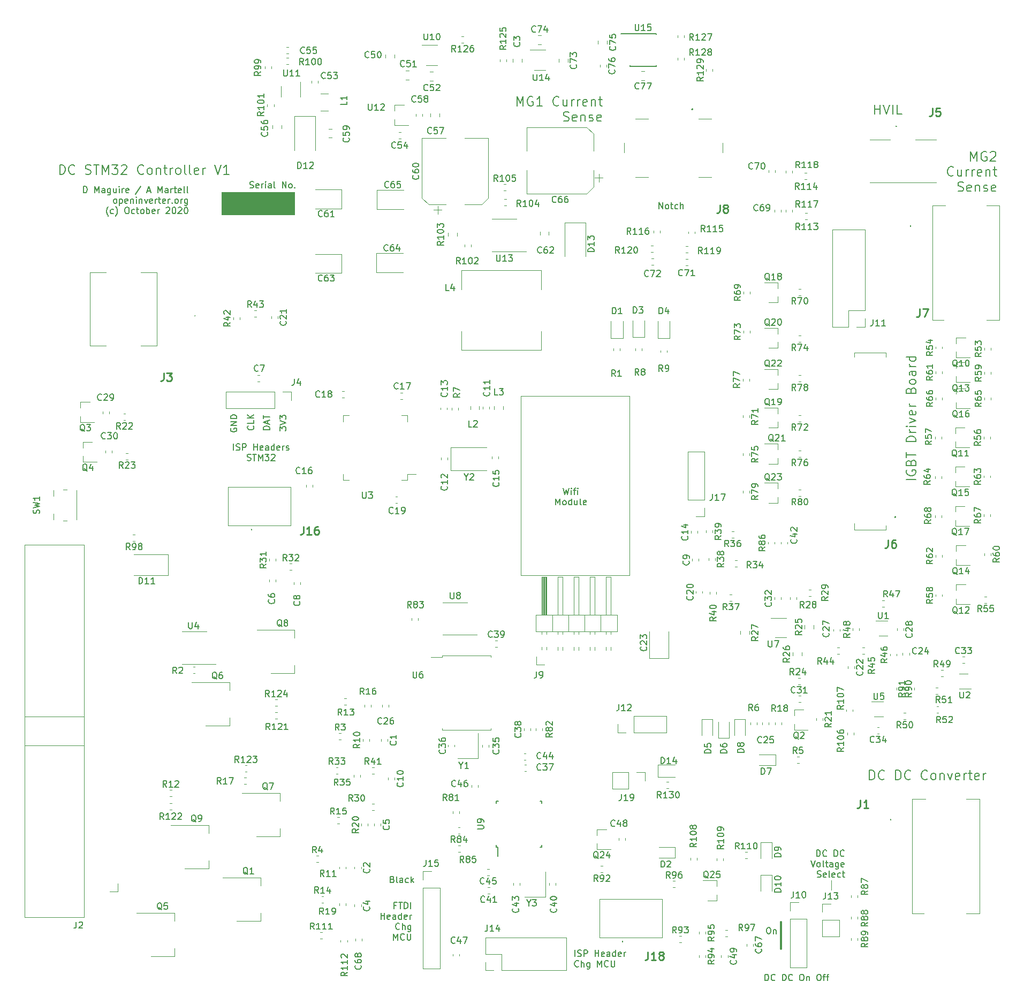
<source format=gbr>
G04 #@! TF.GenerationSoftware,KiCad,Pcbnew,(5.1.5)-3*
G04 #@! TF.CreationDate,2020-10-04T17:53:18+01:00*
G04 #@! TF.ProjectId,DC Controller STM32 v2,44432043-6f6e-4747-926f-6c6c65722053,rev?*
G04 #@! TF.SameCoordinates,Original*
G04 #@! TF.FileFunction,Legend,Top*
G04 #@! TF.FilePolarity,Positive*
%FSLAX46Y46*%
G04 Gerber Fmt 4.6, Leading zero omitted, Abs format (unit mm)*
G04 Created by KiCad (PCBNEW (5.1.5)-3) date 2020-10-04 17:53:18*
%MOMM*%
%LPD*%
G04 APERTURE LIST*
%ADD10C,0.200000*%
%ADD11C,0.150000*%
%ADD12C,0.300000*%
%ADD13C,0.120000*%
%ADD14C,0.100000*%
%ADD15C,0.254000*%
G04 APERTURE END LIST*
D10*
X38552380Y89161904D02*
X38552380Y89780952D01*
X38933333Y89447619D01*
X38933333Y89590476D01*
X38980952Y89685714D01*
X39028571Y89733333D01*
X39123809Y89780952D01*
X39361904Y89780952D01*
X39457142Y89733333D01*
X39504761Y89685714D01*
X39552380Y89590476D01*
X39552380Y89304761D01*
X39504761Y89209523D01*
X39457142Y89161904D01*
X38552380Y90066666D02*
X39552380Y90400000D01*
X38552380Y90733333D01*
X38552380Y90971428D02*
X38552380Y91590476D01*
X38933333Y91257142D01*
X38933333Y91400000D01*
X38980952Y91495238D01*
X39028571Y91542857D01*
X39123809Y91590476D01*
X39361904Y91590476D01*
X39457142Y91542857D01*
X39504761Y91495238D01*
X39552380Y91400000D01*
X39552380Y91114285D01*
X39504761Y91019047D01*
X39457142Y90971428D01*
X36952380Y89328571D02*
X35952380Y89328571D01*
X35952380Y89566666D01*
X36000000Y89709523D01*
X36095238Y89804761D01*
X36190476Y89852380D01*
X36380952Y89900000D01*
X36523809Y89900000D01*
X36714285Y89852380D01*
X36809523Y89804761D01*
X36904761Y89709523D01*
X36952380Y89566666D01*
X36952380Y89328571D01*
X36666666Y90280952D02*
X36666666Y90757142D01*
X36952380Y90185714D02*
X35952380Y90519047D01*
X36952380Y90852380D01*
X35952380Y91042857D02*
X35952380Y91614285D01*
X36952380Y91328571D02*
X35952380Y91328571D01*
X34357142Y89904761D02*
X34404761Y89857142D01*
X34452380Y89714285D01*
X34452380Y89619047D01*
X34404761Y89476190D01*
X34309523Y89380952D01*
X34214285Y89333333D01*
X34023809Y89285714D01*
X33880952Y89285714D01*
X33690476Y89333333D01*
X33595238Y89380952D01*
X33500000Y89476190D01*
X33452380Y89619047D01*
X33452380Y89714285D01*
X33500000Y89857142D01*
X33547619Y89904761D01*
X34452380Y90809523D02*
X34452380Y90333333D01*
X33452380Y90333333D01*
X34452380Y91142857D02*
X33452380Y91142857D01*
X34452380Y91714285D02*
X33880952Y91285714D01*
X33452380Y91714285D02*
X34023809Y91142857D01*
X30800000Y89538095D02*
X30752380Y89442857D01*
X30752380Y89300000D01*
X30800000Y89157142D01*
X30895238Y89061904D01*
X30990476Y89014285D01*
X31180952Y88966666D01*
X31323809Y88966666D01*
X31514285Y89014285D01*
X31609523Y89061904D01*
X31704761Y89157142D01*
X31752380Y89300000D01*
X31752380Y89395238D01*
X31704761Y89538095D01*
X31657142Y89585714D01*
X31323809Y89585714D01*
X31323809Y89395238D01*
X31752380Y90014285D02*
X30752380Y90014285D01*
X31752380Y90585714D01*
X30752380Y90585714D01*
X31752380Y91061904D02*
X30752380Y91061904D01*
X30752380Y91300000D01*
X30800000Y91442857D01*
X30895238Y91538095D01*
X30990476Y91585714D01*
X31180952Y91633333D01*
X31323809Y91633333D01*
X31514285Y91585714D01*
X31609523Y91538095D01*
X31704761Y91442857D01*
X31752380Y91300000D01*
X31752380Y91061904D01*
D11*
X31242857Y86072619D02*
X31242857Y87072619D01*
X31671428Y86120238D02*
X31814285Y86072619D01*
X32052380Y86072619D01*
X32147619Y86120238D01*
X32195238Y86167857D01*
X32242857Y86263095D01*
X32242857Y86358333D01*
X32195238Y86453571D01*
X32147619Y86501190D01*
X32052380Y86548809D01*
X31861904Y86596428D01*
X31766666Y86644047D01*
X31719047Y86691666D01*
X31671428Y86786904D01*
X31671428Y86882142D01*
X31719047Y86977380D01*
X31766666Y87025000D01*
X31861904Y87072619D01*
X32100000Y87072619D01*
X32242857Y87025000D01*
X32671428Y86072619D02*
X32671428Y87072619D01*
X33052380Y87072619D01*
X33147619Y87025000D01*
X33195238Y86977380D01*
X33242857Y86882142D01*
X33242857Y86739285D01*
X33195238Y86644047D01*
X33147619Y86596428D01*
X33052380Y86548809D01*
X32671428Y86548809D01*
X34433333Y86072619D02*
X34433333Y87072619D01*
X34433333Y86596428D02*
X35004761Y86596428D01*
X35004761Y86072619D02*
X35004761Y87072619D01*
X35861904Y86120238D02*
X35766666Y86072619D01*
X35576190Y86072619D01*
X35480952Y86120238D01*
X35433333Y86215476D01*
X35433333Y86596428D01*
X35480952Y86691666D01*
X35576190Y86739285D01*
X35766666Y86739285D01*
X35861904Y86691666D01*
X35909523Y86596428D01*
X35909523Y86501190D01*
X35433333Y86405952D01*
X36766666Y86072619D02*
X36766666Y86596428D01*
X36719047Y86691666D01*
X36623809Y86739285D01*
X36433333Y86739285D01*
X36338095Y86691666D01*
X36766666Y86120238D02*
X36671428Y86072619D01*
X36433333Y86072619D01*
X36338095Y86120238D01*
X36290476Y86215476D01*
X36290476Y86310714D01*
X36338095Y86405952D01*
X36433333Y86453571D01*
X36671428Y86453571D01*
X36766666Y86501190D01*
X37671428Y86072619D02*
X37671428Y87072619D01*
X37671428Y86120238D02*
X37576190Y86072619D01*
X37385714Y86072619D01*
X37290476Y86120238D01*
X37242857Y86167857D01*
X37195238Y86263095D01*
X37195238Y86548809D01*
X37242857Y86644047D01*
X37290476Y86691666D01*
X37385714Y86739285D01*
X37576190Y86739285D01*
X37671428Y86691666D01*
X38528571Y86120238D02*
X38433333Y86072619D01*
X38242857Y86072619D01*
X38147619Y86120238D01*
X38100000Y86215476D01*
X38100000Y86596428D01*
X38147619Y86691666D01*
X38242857Y86739285D01*
X38433333Y86739285D01*
X38528571Y86691666D01*
X38576190Y86596428D01*
X38576190Y86501190D01*
X38100000Y86405952D01*
X39004761Y86072619D02*
X39004761Y86739285D01*
X39004761Y86548809D02*
X39052380Y86644047D01*
X39100000Y86691666D01*
X39195238Y86739285D01*
X39290476Y86739285D01*
X39576190Y86120238D02*
X39671428Y86072619D01*
X39861904Y86072619D01*
X39957142Y86120238D01*
X40004761Y86215476D01*
X40004761Y86263095D01*
X39957142Y86358333D01*
X39861904Y86405952D01*
X39719047Y86405952D01*
X39623809Y86453571D01*
X39576190Y86548809D01*
X39576190Y86596428D01*
X39623809Y86691666D01*
X39719047Y86739285D01*
X39861904Y86739285D01*
X39957142Y86691666D01*
X33409523Y84470238D02*
X33552380Y84422619D01*
X33790476Y84422619D01*
X33885714Y84470238D01*
X33933333Y84517857D01*
X33980952Y84613095D01*
X33980952Y84708333D01*
X33933333Y84803571D01*
X33885714Y84851190D01*
X33790476Y84898809D01*
X33600000Y84946428D01*
X33504761Y84994047D01*
X33457142Y85041666D01*
X33409523Y85136904D01*
X33409523Y85232142D01*
X33457142Y85327380D01*
X33504761Y85375000D01*
X33600000Y85422619D01*
X33838095Y85422619D01*
X33980952Y85375000D01*
X34266666Y85422619D02*
X34838095Y85422619D01*
X34552380Y84422619D02*
X34552380Y85422619D01*
X35171428Y84422619D02*
X35171428Y85422619D01*
X35504761Y84708333D01*
X35838095Y85422619D01*
X35838095Y84422619D01*
X36219047Y85422619D02*
X36838095Y85422619D01*
X36504761Y85041666D01*
X36647619Y85041666D01*
X36742857Y84994047D01*
X36790476Y84946428D01*
X36838095Y84851190D01*
X36838095Y84613095D01*
X36790476Y84517857D01*
X36742857Y84470238D01*
X36647619Y84422619D01*
X36361904Y84422619D01*
X36266666Y84470238D01*
X36219047Y84517857D01*
X37219047Y85327380D02*
X37266666Y85375000D01*
X37361904Y85422619D01*
X37600000Y85422619D01*
X37695238Y85375000D01*
X37742857Y85327380D01*
X37790476Y85232142D01*
X37790476Y85136904D01*
X37742857Y84994047D01*
X37171428Y84422619D01*
X37790476Y84422619D01*
X56978690Y14046428D02*
X56645357Y14046428D01*
X56645357Y13522619D02*
X56645357Y14522619D01*
X57121547Y14522619D01*
X57359642Y14522619D02*
X57931071Y14522619D01*
X57645357Y13522619D02*
X57645357Y14522619D01*
X58264404Y13522619D02*
X58264404Y14522619D01*
X58502500Y14522619D01*
X58645357Y14475000D01*
X58740595Y14379761D01*
X58788214Y14284523D01*
X58835833Y14094047D01*
X58835833Y13951190D01*
X58788214Y13760714D01*
X58740595Y13665476D01*
X58645357Y13570238D01*
X58502500Y13522619D01*
X58264404Y13522619D01*
X59264404Y13522619D02*
X59264404Y14522619D01*
X54550119Y11872619D02*
X54550119Y12872619D01*
X54550119Y12396428D02*
X55121547Y12396428D01*
X55121547Y11872619D02*
X55121547Y12872619D01*
X55978690Y11920238D02*
X55883452Y11872619D01*
X55692976Y11872619D01*
X55597738Y11920238D01*
X55550119Y12015476D01*
X55550119Y12396428D01*
X55597738Y12491666D01*
X55692976Y12539285D01*
X55883452Y12539285D01*
X55978690Y12491666D01*
X56026309Y12396428D01*
X56026309Y12301190D01*
X55550119Y12205952D01*
X56883452Y11872619D02*
X56883452Y12396428D01*
X56835833Y12491666D01*
X56740595Y12539285D01*
X56550119Y12539285D01*
X56454880Y12491666D01*
X56883452Y11920238D02*
X56788214Y11872619D01*
X56550119Y11872619D01*
X56454880Y11920238D01*
X56407261Y12015476D01*
X56407261Y12110714D01*
X56454880Y12205952D01*
X56550119Y12253571D01*
X56788214Y12253571D01*
X56883452Y12301190D01*
X57788214Y11872619D02*
X57788214Y12872619D01*
X57788214Y11920238D02*
X57692976Y11872619D01*
X57502500Y11872619D01*
X57407261Y11920238D01*
X57359642Y11967857D01*
X57312023Y12063095D01*
X57312023Y12348809D01*
X57359642Y12444047D01*
X57407261Y12491666D01*
X57502500Y12539285D01*
X57692976Y12539285D01*
X57788214Y12491666D01*
X58645357Y11920238D02*
X58550119Y11872619D01*
X58359642Y11872619D01*
X58264404Y11920238D01*
X58216785Y12015476D01*
X58216785Y12396428D01*
X58264404Y12491666D01*
X58359642Y12539285D01*
X58550119Y12539285D01*
X58645357Y12491666D01*
X58692976Y12396428D01*
X58692976Y12301190D01*
X58216785Y12205952D01*
X59121547Y11872619D02*
X59121547Y12539285D01*
X59121547Y12348809D02*
X59169166Y12444047D01*
X59216785Y12491666D01*
X59312023Y12539285D01*
X59407261Y12539285D01*
X57502500Y10317857D02*
X57454880Y10270238D01*
X57312023Y10222619D01*
X57216785Y10222619D01*
X57073928Y10270238D01*
X56978690Y10365476D01*
X56931071Y10460714D01*
X56883452Y10651190D01*
X56883452Y10794047D01*
X56931071Y10984523D01*
X56978690Y11079761D01*
X57073928Y11175000D01*
X57216785Y11222619D01*
X57312023Y11222619D01*
X57454880Y11175000D01*
X57502500Y11127380D01*
X57931071Y10222619D02*
X57931071Y11222619D01*
X58359642Y10222619D02*
X58359642Y10746428D01*
X58312023Y10841666D01*
X58216785Y10889285D01*
X58073928Y10889285D01*
X57978690Y10841666D01*
X57931071Y10794047D01*
X59264404Y10889285D02*
X59264404Y10079761D01*
X59216785Y9984523D01*
X59169166Y9936904D01*
X59073928Y9889285D01*
X58931071Y9889285D01*
X58835833Y9936904D01*
X59264404Y10270238D02*
X59169166Y10222619D01*
X58978690Y10222619D01*
X58883452Y10270238D01*
X58835833Y10317857D01*
X58788214Y10413095D01*
X58788214Y10698809D01*
X58835833Y10794047D01*
X58883452Y10841666D01*
X58978690Y10889285D01*
X59169166Y10889285D01*
X59264404Y10841666D01*
X56550119Y8572619D02*
X56550119Y9572619D01*
X56883452Y8858333D01*
X57216785Y9572619D01*
X57216785Y8572619D01*
X58264404Y8667857D02*
X58216785Y8620238D01*
X58073928Y8572619D01*
X57978690Y8572619D01*
X57835833Y8620238D01*
X57740595Y8715476D01*
X57692976Y8810714D01*
X57645357Y9001190D01*
X57645357Y9144047D01*
X57692976Y9334523D01*
X57740595Y9429761D01*
X57835833Y9525000D01*
X57978690Y9572619D01*
X58073928Y9572619D01*
X58216785Y9525000D01*
X58264404Y9477380D01*
X58692976Y9572619D02*
X58692976Y8763095D01*
X58740595Y8667857D01*
X58788214Y8620238D01*
X58883452Y8572619D01*
X59073928Y8572619D01*
X59169166Y8620238D01*
X59216785Y8667857D01*
X59264404Y8763095D01*
X59264404Y9572619D01*
X85235595Y5972619D02*
X85235595Y6972619D01*
X85664166Y6020238D02*
X85807023Y5972619D01*
X86045119Y5972619D01*
X86140357Y6020238D01*
X86187976Y6067857D01*
X86235595Y6163095D01*
X86235595Y6258333D01*
X86187976Y6353571D01*
X86140357Y6401190D01*
X86045119Y6448809D01*
X85854642Y6496428D01*
X85759404Y6544047D01*
X85711785Y6591666D01*
X85664166Y6686904D01*
X85664166Y6782142D01*
X85711785Y6877380D01*
X85759404Y6925000D01*
X85854642Y6972619D01*
X86092738Y6972619D01*
X86235595Y6925000D01*
X86664166Y5972619D02*
X86664166Y6972619D01*
X87045119Y6972619D01*
X87140357Y6925000D01*
X87187976Y6877380D01*
X87235595Y6782142D01*
X87235595Y6639285D01*
X87187976Y6544047D01*
X87140357Y6496428D01*
X87045119Y6448809D01*
X86664166Y6448809D01*
X88426071Y5972619D02*
X88426071Y6972619D01*
X88426071Y6496428D02*
X88997500Y6496428D01*
X88997500Y5972619D02*
X88997500Y6972619D01*
X89854642Y6020238D02*
X89759404Y5972619D01*
X89568928Y5972619D01*
X89473690Y6020238D01*
X89426071Y6115476D01*
X89426071Y6496428D01*
X89473690Y6591666D01*
X89568928Y6639285D01*
X89759404Y6639285D01*
X89854642Y6591666D01*
X89902261Y6496428D01*
X89902261Y6401190D01*
X89426071Y6305952D01*
X90759404Y5972619D02*
X90759404Y6496428D01*
X90711785Y6591666D01*
X90616547Y6639285D01*
X90426071Y6639285D01*
X90330833Y6591666D01*
X90759404Y6020238D02*
X90664166Y5972619D01*
X90426071Y5972619D01*
X90330833Y6020238D01*
X90283214Y6115476D01*
X90283214Y6210714D01*
X90330833Y6305952D01*
X90426071Y6353571D01*
X90664166Y6353571D01*
X90759404Y6401190D01*
X91664166Y5972619D02*
X91664166Y6972619D01*
X91664166Y6020238D02*
X91568928Y5972619D01*
X91378452Y5972619D01*
X91283214Y6020238D01*
X91235595Y6067857D01*
X91187976Y6163095D01*
X91187976Y6448809D01*
X91235595Y6544047D01*
X91283214Y6591666D01*
X91378452Y6639285D01*
X91568928Y6639285D01*
X91664166Y6591666D01*
X92521309Y6020238D02*
X92426071Y5972619D01*
X92235595Y5972619D01*
X92140357Y6020238D01*
X92092738Y6115476D01*
X92092738Y6496428D01*
X92140357Y6591666D01*
X92235595Y6639285D01*
X92426071Y6639285D01*
X92521309Y6591666D01*
X92568928Y6496428D01*
X92568928Y6401190D01*
X92092738Y6305952D01*
X92997500Y5972619D02*
X92997500Y6639285D01*
X92997500Y6448809D02*
X93045119Y6544047D01*
X93092738Y6591666D01*
X93187976Y6639285D01*
X93283214Y6639285D01*
X85807023Y4417857D02*
X85759404Y4370238D01*
X85616547Y4322619D01*
X85521309Y4322619D01*
X85378452Y4370238D01*
X85283214Y4465476D01*
X85235595Y4560714D01*
X85187976Y4751190D01*
X85187976Y4894047D01*
X85235595Y5084523D01*
X85283214Y5179761D01*
X85378452Y5275000D01*
X85521309Y5322619D01*
X85616547Y5322619D01*
X85759404Y5275000D01*
X85807023Y5227380D01*
X86235595Y4322619D02*
X86235595Y5322619D01*
X86664166Y4322619D02*
X86664166Y4846428D01*
X86616547Y4941666D01*
X86521309Y4989285D01*
X86378452Y4989285D01*
X86283214Y4941666D01*
X86235595Y4894047D01*
X87568928Y4989285D02*
X87568928Y4179761D01*
X87521309Y4084523D01*
X87473690Y4036904D01*
X87378452Y3989285D01*
X87235595Y3989285D01*
X87140357Y4036904D01*
X87568928Y4370238D02*
X87473690Y4322619D01*
X87283214Y4322619D01*
X87187976Y4370238D01*
X87140357Y4417857D01*
X87092738Y4513095D01*
X87092738Y4798809D01*
X87140357Y4894047D01*
X87187976Y4941666D01*
X87283214Y4989285D01*
X87473690Y4989285D01*
X87568928Y4941666D01*
X88807023Y4322619D02*
X88807023Y5322619D01*
X89140357Y4608333D01*
X89473690Y5322619D01*
X89473690Y4322619D01*
X90521309Y4417857D02*
X90473690Y4370238D01*
X90330833Y4322619D01*
X90235595Y4322619D01*
X90092738Y4370238D01*
X89997500Y4465476D01*
X89949880Y4560714D01*
X89902261Y4751190D01*
X89902261Y4894047D01*
X89949880Y5084523D01*
X89997500Y5179761D01*
X90092738Y5275000D01*
X90235595Y5322619D01*
X90330833Y5322619D01*
X90473690Y5275000D01*
X90521309Y5227380D01*
X90949880Y5322619D02*
X90949880Y4513095D01*
X90997500Y4417857D01*
X91045119Y4370238D01*
X91140357Y4322619D01*
X91330833Y4322619D01*
X91426071Y4370238D01*
X91473690Y4417857D01*
X91521309Y4513095D01*
X91521309Y5322619D01*
X115778690Y10547619D02*
X115969166Y10547619D01*
X116064404Y10500000D01*
X116159642Y10404761D01*
X116207261Y10214285D01*
X116207261Y9880952D01*
X116159642Y9690476D01*
X116064404Y9595238D01*
X115969166Y9547619D01*
X115778690Y9547619D01*
X115683452Y9595238D01*
X115588214Y9690476D01*
X115540595Y9880952D01*
X115540595Y10214285D01*
X115588214Y10404761D01*
X115683452Y10500000D01*
X115778690Y10547619D01*
X116635833Y10214285D02*
X116635833Y9547619D01*
X116635833Y10119047D02*
X116683452Y10166666D01*
X116778690Y10214285D01*
X116921547Y10214285D01*
X117016785Y10166666D01*
X117064404Y10071428D01*
X117064404Y9547619D01*
D12*
X117800000Y7200000D02*
X117800000Y11400000D01*
D11*
X115312023Y2147619D02*
X115312023Y3147619D01*
X115550119Y3147619D01*
X115692976Y3100000D01*
X115788214Y3004761D01*
X115835833Y2909523D01*
X115883452Y2719047D01*
X115883452Y2576190D01*
X115835833Y2385714D01*
X115788214Y2290476D01*
X115692976Y2195238D01*
X115550119Y2147619D01*
X115312023Y2147619D01*
X116883452Y2242857D02*
X116835833Y2195238D01*
X116692976Y2147619D01*
X116597738Y2147619D01*
X116454880Y2195238D01*
X116359642Y2290476D01*
X116312023Y2385714D01*
X116264404Y2576190D01*
X116264404Y2719047D01*
X116312023Y2909523D01*
X116359642Y3004761D01*
X116454880Y3100000D01*
X116597738Y3147619D01*
X116692976Y3147619D01*
X116835833Y3100000D01*
X116883452Y3052380D01*
X118073928Y2147619D02*
X118073928Y3147619D01*
X118312023Y3147619D01*
X118454880Y3100000D01*
X118550119Y3004761D01*
X118597738Y2909523D01*
X118645357Y2719047D01*
X118645357Y2576190D01*
X118597738Y2385714D01*
X118550119Y2290476D01*
X118454880Y2195238D01*
X118312023Y2147619D01*
X118073928Y2147619D01*
X119645357Y2242857D02*
X119597738Y2195238D01*
X119454880Y2147619D01*
X119359642Y2147619D01*
X119216785Y2195238D01*
X119121547Y2290476D01*
X119073928Y2385714D01*
X119026309Y2576190D01*
X119026309Y2719047D01*
X119073928Y2909523D01*
X119121547Y3004761D01*
X119216785Y3100000D01*
X119359642Y3147619D01*
X119454880Y3147619D01*
X119597738Y3100000D01*
X119645357Y3052380D01*
X121026309Y3147619D02*
X121216785Y3147619D01*
X121312023Y3100000D01*
X121407261Y3004761D01*
X121454880Y2814285D01*
X121454880Y2480952D01*
X121407261Y2290476D01*
X121312023Y2195238D01*
X121216785Y2147619D01*
X121026309Y2147619D01*
X120931071Y2195238D01*
X120835833Y2290476D01*
X120788214Y2480952D01*
X120788214Y2814285D01*
X120835833Y3004761D01*
X120931071Y3100000D01*
X121026309Y3147619D01*
X121883452Y2814285D02*
X121883452Y2147619D01*
X121883452Y2719047D02*
X121931071Y2766666D01*
X122026309Y2814285D01*
X122169166Y2814285D01*
X122264404Y2766666D01*
X122312023Y2671428D01*
X122312023Y2147619D01*
X123740595Y3147619D02*
X123931071Y3147619D01*
X124026309Y3100000D01*
X124121547Y3004761D01*
X124169166Y2814285D01*
X124169166Y2480952D01*
X124121547Y2290476D01*
X124026309Y2195238D01*
X123931071Y2147619D01*
X123740595Y2147619D01*
X123645357Y2195238D01*
X123550119Y2290476D01*
X123502500Y2480952D01*
X123502500Y2814285D01*
X123550119Y3004761D01*
X123645357Y3100000D01*
X123740595Y3147619D01*
X124454880Y2814285D02*
X124835833Y2814285D01*
X124597738Y2147619D02*
X124597738Y3004761D01*
X124645357Y3100000D01*
X124740595Y3147619D01*
X124835833Y3147619D01*
X125026309Y2814285D02*
X125407261Y2814285D01*
X125169166Y2147619D02*
X125169166Y3004761D01*
X125216785Y3100000D01*
X125312023Y3147619D01*
X125407261Y3147619D01*
D13*
X125800000Y18000000D02*
X125800000Y16500000D01*
D11*
X123478690Y21797619D02*
X123478690Y22797619D01*
X123716785Y22797619D01*
X123859642Y22750000D01*
X123954880Y22654761D01*
X124002500Y22559523D01*
X124050119Y22369047D01*
X124050119Y22226190D01*
X124002500Y22035714D01*
X123954880Y21940476D01*
X123859642Y21845238D01*
X123716785Y21797619D01*
X123478690Y21797619D01*
X125050119Y21892857D02*
X125002500Y21845238D01*
X124859642Y21797619D01*
X124764404Y21797619D01*
X124621547Y21845238D01*
X124526309Y21940476D01*
X124478690Y22035714D01*
X124431071Y22226190D01*
X124431071Y22369047D01*
X124478690Y22559523D01*
X124526309Y22654761D01*
X124621547Y22750000D01*
X124764404Y22797619D01*
X124859642Y22797619D01*
X125002500Y22750000D01*
X125050119Y22702380D01*
X126240595Y21797619D02*
X126240595Y22797619D01*
X126478690Y22797619D01*
X126621547Y22750000D01*
X126716785Y22654761D01*
X126764404Y22559523D01*
X126812023Y22369047D01*
X126812023Y22226190D01*
X126764404Y22035714D01*
X126716785Y21940476D01*
X126621547Y21845238D01*
X126478690Y21797619D01*
X126240595Y21797619D01*
X127812023Y21892857D02*
X127764404Y21845238D01*
X127621547Y21797619D01*
X127526309Y21797619D01*
X127383452Y21845238D01*
X127288214Y21940476D01*
X127240595Y22035714D01*
X127192976Y22226190D01*
X127192976Y22369047D01*
X127240595Y22559523D01*
X127288214Y22654761D01*
X127383452Y22750000D01*
X127526309Y22797619D01*
X127621547Y22797619D01*
X127764404Y22750000D01*
X127812023Y22702380D01*
X122573928Y21147619D02*
X122907261Y20147619D01*
X123240595Y21147619D01*
X123716785Y20147619D02*
X123621547Y20195238D01*
X123573928Y20242857D01*
X123526309Y20338095D01*
X123526309Y20623809D01*
X123573928Y20719047D01*
X123621547Y20766666D01*
X123716785Y20814285D01*
X123859642Y20814285D01*
X123954880Y20766666D01*
X124002500Y20719047D01*
X124050119Y20623809D01*
X124050119Y20338095D01*
X124002500Y20242857D01*
X123954880Y20195238D01*
X123859642Y20147619D01*
X123716785Y20147619D01*
X124621547Y20147619D02*
X124526309Y20195238D01*
X124478690Y20290476D01*
X124478690Y21147619D01*
X124859642Y20814285D02*
X125240595Y20814285D01*
X125002500Y21147619D02*
X125002500Y20290476D01*
X125050119Y20195238D01*
X125145357Y20147619D01*
X125240595Y20147619D01*
X126002500Y20147619D02*
X126002500Y20671428D01*
X125954880Y20766666D01*
X125859642Y20814285D01*
X125669166Y20814285D01*
X125573928Y20766666D01*
X126002500Y20195238D02*
X125907261Y20147619D01*
X125669166Y20147619D01*
X125573928Y20195238D01*
X125526309Y20290476D01*
X125526309Y20385714D01*
X125573928Y20480952D01*
X125669166Y20528571D01*
X125907261Y20528571D01*
X126002500Y20576190D01*
X126907261Y20814285D02*
X126907261Y20004761D01*
X126859642Y19909523D01*
X126812023Y19861904D01*
X126716785Y19814285D01*
X126573928Y19814285D01*
X126478690Y19861904D01*
X126907261Y20195238D02*
X126812023Y20147619D01*
X126621547Y20147619D01*
X126526309Y20195238D01*
X126478690Y20242857D01*
X126431071Y20338095D01*
X126431071Y20623809D01*
X126478690Y20719047D01*
X126526309Y20766666D01*
X126621547Y20814285D01*
X126812023Y20814285D01*
X126907261Y20766666D01*
X127764404Y20195238D02*
X127669166Y20147619D01*
X127478690Y20147619D01*
X127383452Y20195238D01*
X127335833Y20290476D01*
X127335833Y20671428D01*
X127383452Y20766666D01*
X127478690Y20814285D01*
X127669166Y20814285D01*
X127764404Y20766666D01*
X127812023Y20671428D01*
X127812023Y20576190D01*
X127335833Y20480952D01*
X123573928Y18545238D02*
X123716785Y18497619D01*
X123954880Y18497619D01*
X124050119Y18545238D01*
X124097738Y18592857D01*
X124145357Y18688095D01*
X124145357Y18783333D01*
X124097738Y18878571D01*
X124050119Y18926190D01*
X123954880Y18973809D01*
X123764404Y19021428D01*
X123669166Y19069047D01*
X123621547Y19116666D01*
X123573928Y19211904D01*
X123573928Y19307142D01*
X123621547Y19402380D01*
X123669166Y19450000D01*
X123764404Y19497619D01*
X124002500Y19497619D01*
X124145357Y19450000D01*
X124954880Y18545238D02*
X124859642Y18497619D01*
X124669166Y18497619D01*
X124573928Y18545238D01*
X124526309Y18640476D01*
X124526309Y19021428D01*
X124573928Y19116666D01*
X124669166Y19164285D01*
X124859642Y19164285D01*
X124954880Y19116666D01*
X125002500Y19021428D01*
X125002500Y18926190D01*
X124526309Y18830952D01*
X125573928Y18497619D02*
X125478690Y18545238D01*
X125431071Y18640476D01*
X125431071Y19497619D01*
X126335833Y18545238D02*
X126240595Y18497619D01*
X126050119Y18497619D01*
X125954880Y18545238D01*
X125907261Y18640476D01*
X125907261Y19021428D01*
X125954880Y19116666D01*
X126050119Y19164285D01*
X126240595Y19164285D01*
X126335833Y19116666D01*
X126383452Y19021428D01*
X126383452Y18926190D01*
X125907261Y18830952D01*
X127240595Y18545238D02*
X127145357Y18497619D01*
X126954880Y18497619D01*
X126859642Y18545238D01*
X126812023Y18592857D01*
X126764404Y18688095D01*
X126764404Y18973809D01*
X126812023Y19069047D01*
X126859642Y19116666D01*
X126954880Y19164285D01*
X127145357Y19164285D01*
X127240595Y19116666D01*
X127526309Y19164285D02*
X127907261Y19164285D01*
X127669166Y19497619D02*
X127669166Y18640476D01*
X127716785Y18545238D01*
X127812023Y18497619D01*
X127907261Y18497619D01*
X131831071Y33921428D02*
X131831071Y35421428D01*
X132188214Y35421428D01*
X132402500Y35350000D01*
X132545357Y35207142D01*
X132616785Y35064285D01*
X132688214Y34778571D01*
X132688214Y34564285D01*
X132616785Y34278571D01*
X132545357Y34135714D01*
X132402500Y33992857D01*
X132188214Y33921428D01*
X131831071Y33921428D01*
X134188214Y34064285D02*
X134116785Y33992857D01*
X133902500Y33921428D01*
X133759642Y33921428D01*
X133545357Y33992857D01*
X133402500Y34135714D01*
X133331071Y34278571D01*
X133259642Y34564285D01*
X133259642Y34778571D01*
X133331071Y35064285D01*
X133402500Y35207142D01*
X133545357Y35350000D01*
X133759642Y35421428D01*
X133902500Y35421428D01*
X134116785Y35350000D01*
X134188214Y35278571D01*
X135973928Y33921428D02*
X135973928Y35421428D01*
X136331071Y35421428D01*
X136545357Y35350000D01*
X136688214Y35207142D01*
X136759642Y35064285D01*
X136831071Y34778571D01*
X136831071Y34564285D01*
X136759642Y34278571D01*
X136688214Y34135714D01*
X136545357Y33992857D01*
X136331071Y33921428D01*
X135973928Y33921428D01*
X138331071Y34064285D02*
X138259642Y33992857D01*
X138045357Y33921428D01*
X137902500Y33921428D01*
X137688214Y33992857D01*
X137545357Y34135714D01*
X137473928Y34278571D01*
X137402500Y34564285D01*
X137402500Y34778571D01*
X137473928Y35064285D01*
X137545357Y35207142D01*
X137688214Y35350000D01*
X137902500Y35421428D01*
X138045357Y35421428D01*
X138259642Y35350000D01*
X138331071Y35278571D01*
X140973928Y34064285D02*
X140902500Y33992857D01*
X140688214Y33921428D01*
X140545357Y33921428D01*
X140331071Y33992857D01*
X140188214Y34135714D01*
X140116785Y34278571D01*
X140045357Y34564285D01*
X140045357Y34778571D01*
X140116785Y35064285D01*
X140188214Y35207142D01*
X140331071Y35350000D01*
X140545357Y35421428D01*
X140688214Y35421428D01*
X140902500Y35350000D01*
X140973928Y35278571D01*
X141831071Y33921428D02*
X141688214Y33992857D01*
X141616785Y34064285D01*
X141545357Y34207142D01*
X141545357Y34635714D01*
X141616785Y34778571D01*
X141688214Y34850000D01*
X141831071Y34921428D01*
X142045357Y34921428D01*
X142188214Y34850000D01*
X142259642Y34778571D01*
X142331071Y34635714D01*
X142331071Y34207142D01*
X142259642Y34064285D01*
X142188214Y33992857D01*
X142045357Y33921428D01*
X141831071Y33921428D01*
X142973928Y34921428D02*
X142973928Y33921428D01*
X142973928Y34778571D02*
X143045357Y34850000D01*
X143188214Y34921428D01*
X143402500Y34921428D01*
X143545357Y34850000D01*
X143616785Y34707142D01*
X143616785Y33921428D01*
X144188214Y34921428D02*
X144545357Y33921428D01*
X144902500Y34921428D01*
X146045357Y33992857D02*
X145902500Y33921428D01*
X145616785Y33921428D01*
X145473928Y33992857D01*
X145402500Y34135714D01*
X145402500Y34707142D01*
X145473928Y34850000D01*
X145616785Y34921428D01*
X145902500Y34921428D01*
X146045357Y34850000D01*
X146116785Y34707142D01*
X146116785Y34564285D01*
X145402500Y34421428D01*
X146759642Y33921428D02*
X146759642Y34921428D01*
X146759642Y34635714D02*
X146831071Y34778571D01*
X146902500Y34850000D01*
X147045357Y34921428D01*
X147188214Y34921428D01*
X147473928Y34921428D02*
X148045357Y34921428D01*
X147688214Y35421428D02*
X147688214Y34135714D01*
X147759642Y33992857D01*
X147902500Y33921428D01*
X148045357Y33921428D01*
X149116785Y33992857D02*
X148973928Y33921428D01*
X148688214Y33921428D01*
X148545357Y33992857D01*
X148473928Y34135714D01*
X148473928Y34707142D01*
X148545357Y34850000D01*
X148688214Y34921428D01*
X148973928Y34921428D01*
X149116785Y34850000D01*
X149188214Y34707142D01*
X149188214Y34564285D01*
X148473928Y34421428D01*
X149831071Y33921428D02*
X149831071Y34921428D01*
X149831071Y34635714D02*
X149902500Y34778571D01*
X149973928Y34850000D01*
X150116785Y34921428D01*
X150259642Y34921428D01*
X56378690Y18171428D02*
X56521547Y18123809D01*
X56569166Y18076190D01*
X56616785Y17980952D01*
X56616785Y17838095D01*
X56569166Y17742857D01*
X56521547Y17695238D01*
X56426309Y17647619D01*
X56045357Y17647619D01*
X56045357Y18647619D01*
X56378690Y18647619D01*
X56473928Y18600000D01*
X56521547Y18552380D01*
X56569166Y18457142D01*
X56569166Y18361904D01*
X56521547Y18266666D01*
X56473928Y18219047D01*
X56378690Y18171428D01*
X56045357Y18171428D01*
X57188214Y17647619D02*
X57092976Y17695238D01*
X57045357Y17790476D01*
X57045357Y18647619D01*
X57997738Y17647619D02*
X57997738Y18171428D01*
X57950119Y18266666D01*
X57854880Y18314285D01*
X57664404Y18314285D01*
X57569166Y18266666D01*
X57997738Y17695238D02*
X57902500Y17647619D01*
X57664404Y17647619D01*
X57569166Y17695238D01*
X57521547Y17790476D01*
X57521547Y17885714D01*
X57569166Y17980952D01*
X57664404Y18028571D01*
X57902500Y18028571D01*
X57997738Y18076190D01*
X58902500Y17695238D02*
X58807261Y17647619D01*
X58616785Y17647619D01*
X58521547Y17695238D01*
X58473928Y17742857D01*
X58426309Y17838095D01*
X58426309Y18123809D01*
X58473928Y18219047D01*
X58521547Y18266666D01*
X58616785Y18314285D01*
X58807261Y18314285D01*
X58902500Y18266666D01*
X59331071Y17647619D02*
X59331071Y18647619D01*
X59426309Y18028571D02*
X59712023Y17647619D01*
X59712023Y18314285D02*
X59331071Y17933333D01*
X139178571Y81416785D02*
X137678571Y81416785D01*
X137750000Y82916785D02*
X137678571Y82773928D01*
X137678571Y82559642D01*
X137750000Y82345357D01*
X137892857Y82202500D01*
X138035714Y82131071D01*
X138321428Y82059642D01*
X138535714Y82059642D01*
X138821428Y82131071D01*
X138964285Y82202500D01*
X139107142Y82345357D01*
X139178571Y82559642D01*
X139178571Y82702500D01*
X139107142Y82916785D01*
X139035714Y82988214D01*
X138535714Y82988214D01*
X138535714Y82702500D01*
X138392857Y84131071D02*
X138464285Y84345357D01*
X138535714Y84416785D01*
X138678571Y84488214D01*
X138892857Y84488214D01*
X139035714Y84416785D01*
X139107142Y84345357D01*
X139178571Y84202500D01*
X139178571Y83631071D01*
X137678571Y83631071D01*
X137678571Y84131071D01*
X137750000Y84273928D01*
X137821428Y84345357D01*
X137964285Y84416785D01*
X138107142Y84416785D01*
X138250000Y84345357D01*
X138321428Y84273928D01*
X138392857Y84131071D01*
X138392857Y83631071D01*
X137678571Y84916785D02*
X137678571Y85773928D01*
X139178571Y85345357D02*
X137678571Y85345357D01*
X139178571Y87416785D02*
X137678571Y87416785D01*
X137678571Y87773928D01*
X137750000Y87988214D01*
X137892857Y88131071D01*
X138035714Y88202500D01*
X138321428Y88273928D01*
X138535714Y88273928D01*
X138821428Y88202500D01*
X138964285Y88131071D01*
X139107142Y87988214D01*
X139178571Y87773928D01*
X139178571Y87416785D01*
X139178571Y88916785D02*
X138178571Y88916785D01*
X138464285Y88916785D02*
X138321428Y88988214D01*
X138250000Y89059642D01*
X138178571Y89202500D01*
X138178571Y89345357D01*
X139178571Y89845357D02*
X138178571Y89845357D01*
X137678571Y89845357D02*
X137750000Y89773928D01*
X137821428Y89845357D01*
X137750000Y89916785D01*
X137678571Y89845357D01*
X137821428Y89845357D01*
X138178571Y90416785D02*
X139178571Y90773928D01*
X138178571Y91131071D01*
X139107142Y92273928D02*
X139178571Y92131071D01*
X139178571Y91845357D01*
X139107142Y91702500D01*
X138964285Y91631071D01*
X138392857Y91631071D01*
X138250000Y91702500D01*
X138178571Y91845357D01*
X138178571Y92131071D01*
X138250000Y92273928D01*
X138392857Y92345357D01*
X138535714Y92345357D01*
X138678571Y91631071D01*
X139178571Y92988214D02*
X138178571Y92988214D01*
X138464285Y92988214D02*
X138321428Y93059642D01*
X138250000Y93131071D01*
X138178571Y93273928D01*
X138178571Y93416785D01*
X138392857Y95559642D02*
X138464285Y95773928D01*
X138535714Y95845357D01*
X138678571Y95916785D01*
X138892857Y95916785D01*
X139035714Y95845357D01*
X139107142Y95773928D01*
X139178571Y95631071D01*
X139178571Y95059642D01*
X137678571Y95059642D01*
X137678571Y95559642D01*
X137750000Y95702500D01*
X137821428Y95773928D01*
X137964285Y95845357D01*
X138107142Y95845357D01*
X138250000Y95773928D01*
X138321428Y95702500D01*
X138392857Y95559642D01*
X138392857Y95059642D01*
X139178571Y96773928D02*
X139107142Y96631071D01*
X139035714Y96559642D01*
X138892857Y96488214D01*
X138464285Y96488214D01*
X138321428Y96559642D01*
X138250000Y96631071D01*
X138178571Y96773928D01*
X138178571Y96988214D01*
X138250000Y97131071D01*
X138321428Y97202500D01*
X138464285Y97273928D01*
X138892857Y97273928D01*
X139035714Y97202500D01*
X139107142Y97131071D01*
X139178571Y96988214D01*
X139178571Y96773928D01*
X139178571Y98559642D02*
X138392857Y98559642D01*
X138250000Y98488214D01*
X138178571Y98345357D01*
X138178571Y98059642D01*
X138250000Y97916785D01*
X139107142Y98559642D02*
X139178571Y98416785D01*
X139178571Y98059642D01*
X139107142Y97916785D01*
X138964285Y97845357D01*
X138821428Y97845357D01*
X138678571Y97916785D01*
X138607142Y98059642D01*
X138607142Y98416785D01*
X138535714Y98559642D01*
X139178571Y99273928D02*
X138178571Y99273928D01*
X138464285Y99273928D02*
X138321428Y99345357D01*
X138250000Y99416785D01*
X138178571Y99559642D01*
X138178571Y99702500D01*
X139178571Y100845357D02*
X137678571Y100845357D01*
X139107142Y100845357D02*
X139178571Y100702500D01*
X139178571Y100416785D01*
X139107142Y100273928D01*
X139035714Y100202500D01*
X138892857Y100131071D01*
X138464285Y100131071D01*
X138321428Y100202500D01*
X138250000Y100273928D01*
X138178571Y100416785D01*
X138178571Y100702500D01*
X138250000Y100845357D01*
X98554880Y124247619D02*
X98554880Y125247619D01*
X99126309Y124247619D01*
X99126309Y125247619D01*
X99745357Y124247619D02*
X99650119Y124295238D01*
X99602500Y124342857D01*
X99554880Y124438095D01*
X99554880Y124723809D01*
X99602500Y124819047D01*
X99650119Y124866666D01*
X99745357Y124914285D01*
X99888214Y124914285D01*
X99983452Y124866666D01*
X100031071Y124819047D01*
X100078690Y124723809D01*
X100078690Y124438095D01*
X100031071Y124342857D01*
X99983452Y124295238D01*
X99888214Y124247619D01*
X99745357Y124247619D01*
X100364404Y124914285D02*
X100745357Y124914285D01*
X100507261Y125247619D02*
X100507261Y124390476D01*
X100554880Y124295238D01*
X100650119Y124247619D01*
X100745357Y124247619D01*
X101507261Y124295238D02*
X101412023Y124247619D01*
X101221547Y124247619D01*
X101126309Y124295238D01*
X101078690Y124342857D01*
X101031071Y124438095D01*
X101031071Y124723809D01*
X101078690Y124819047D01*
X101126309Y124866666D01*
X101221547Y124914285D01*
X101412023Y124914285D01*
X101507261Y124866666D01*
X101935833Y124247619D02*
X101935833Y125247619D01*
X102364404Y124247619D02*
X102364404Y124771428D01*
X102316785Y124866666D01*
X102221547Y124914285D01*
X102078690Y124914285D01*
X101983452Y124866666D01*
X101935833Y124819047D01*
X132673928Y139221428D02*
X132673928Y140721428D01*
X132673928Y140007142D02*
X133531071Y140007142D01*
X133531071Y139221428D02*
X133531071Y140721428D01*
X134031071Y140721428D02*
X134531071Y139221428D01*
X135031071Y140721428D01*
X135531071Y139221428D02*
X135531071Y140721428D01*
X136959642Y139221428D02*
X136245357Y139221428D01*
X136245357Y140721428D01*
X147816785Y131821428D02*
X147816785Y133321428D01*
X148316785Y132250000D01*
X148816785Y133321428D01*
X148816785Y131821428D01*
X150316785Y133250000D02*
X150173928Y133321428D01*
X149959642Y133321428D01*
X149745357Y133250000D01*
X149602500Y133107142D01*
X149531071Y132964285D01*
X149459642Y132678571D01*
X149459642Y132464285D01*
X149531071Y132178571D01*
X149602500Y132035714D01*
X149745357Y131892857D01*
X149959642Y131821428D01*
X150102500Y131821428D01*
X150316785Y131892857D01*
X150388214Y131964285D01*
X150388214Y132464285D01*
X150102500Y132464285D01*
X150959642Y133178571D02*
X151031071Y133250000D01*
X151173928Y133321428D01*
X151531071Y133321428D01*
X151673928Y133250000D01*
X151745357Y133178571D01*
X151816785Y133035714D01*
X151816785Y132892857D01*
X151745357Y132678571D01*
X150888214Y131821428D01*
X151816785Y131821428D01*
X145102500Y129564285D02*
X145031071Y129492857D01*
X144816785Y129421428D01*
X144673928Y129421428D01*
X144459642Y129492857D01*
X144316785Y129635714D01*
X144245357Y129778571D01*
X144173928Y130064285D01*
X144173928Y130278571D01*
X144245357Y130564285D01*
X144316785Y130707142D01*
X144459642Y130850000D01*
X144673928Y130921428D01*
X144816785Y130921428D01*
X145031071Y130850000D01*
X145102500Y130778571D01*
X146388214Y130421428D02*
X146388214Y129421428D01*
X145745357Y130421428D02*
X145745357Y129635714D01*
X145816785Y129492857D01*
X145959642Y129421428D01*
X146173928Y129421428D01*
X146316785Y129492857D01*
X146388214Y129564285D01*
X147102500Y129421428D02*
X147102500Y130421428D01*
X147102500Y130135714D02*
X147173928Y130278571D01*
X147245357Y130350000D01*
X147388214Y130421428D01*
X147531071Y130421428D01*
X148031071Y129421428D02*
X148031071Y130421428D01*
X148031071Y130135714D02*
X148102500Y130278571D01*
X148173928Y130350000D01*
X148316785Y130421428D01*
X148459642Y130421428D01*
X149531071Y129492857D02*
X149388214Y129421428D01*
X149102500Y129421428D01*
X148959642Y129492857D01*
X148888214Y129635714D01*
X148888214Y130207142D01*
X148959642Y130350000D01*
X149102500Y130421428D01*
X149388214Y130421428D01*
X149531071Y130350000D01*
X149602500Y130207142D01*
X149602500Y130064285D01*
X148888214Y129921428D01*
X150245357Y130421428D02*
X150245357Y129421428D01*
X150245357Y130278571D02*
X150316785Y130350000D01*
X150459642Y130421428D01*
X150673928Y130421428D01*
X150816785Y130350000D01*
X150888214Y130207142D01*
X150888214Y129421428D01*
X151388214Y130421428D02*
X151959642Y130421428D01*
X151602500Y130921428D02*
X151602500Y129635714D01*
X151673928Y129492857D01*
X151816785Y129421428D01*
X151959642Y129421428D01*
X145816785Y127092857D02*
X146031071Y127021428D01*
X146388214Y127021428D01*
X146531071Y127092857D01*
X146602500Y127164285D01*
X146673928Y127307142D01*
X146673928Y127450000D01*
X146602500Y127592857D01*
X146531071Y127664285D01*
X146388214Y127735714D01*
X146102500Y127807142D01*
X145959642Y127878571D01*
X145888214Y127950000D01*
X145816785Y128092857D01*
X145816785Y128235714D01*
X145888214Y128378571D01*
X145959642Y128450000D01*
X146102500Y128521428D01*
X146459642Y128521428D01*
X146673928Y128450000D01*
X147888214Y127092857D02*
X147745357Y127021428D01*
X147459642Y127021428D01*
X147316785Y127092857D01*
X147245357Y127235714D01*
X147245357Y127807142D01*
X147316785Y127950000D01*
X147459642Y128021428D01*
X147745357Y128021428D01*
X147888214Y127950000D01*
X147959642Y127807142D01*
X147959642Y127664285D01*
X147245357Y127521428D01*
X148602500Y128021428D02*
X148602500Y127021428D01*
X148602500Y127878571D02*
X148673928Y127950000D01*
X148816785Y128021428D01*
X149031071Y128021428D01*
X149173928Y127950000D01*
X149245357Y127807142D01*
X149245357Y127021428D01*
X149888214Y127092857D02*
X150031071Y127021428D01*
X150316785Y127021428D01*
X150459642Y127092857D01*
X150531071Y127235714D01*
X150531071Y127307142D01*
X150459642Y127450000D01*
X150316785Y127521428D01*
X150102500Y127521428D01*
X149959642Y127592857D01*
X149888214Y127735714D01*
X149888214Y127807142D01*
X149959642Y127950000D01*
X150102500Y128021428D01*
X150316785Y128021428D01*
X150459642Y127950000D01*
X151745357Y127092857D02*
X151602500Y127021428D01*
X151316785Y127021428D01*
X151173928Y127092857D01*
X151102500Y127235714D01*
X151102500Y127807142D01*
X151173928Y127950000D01*
X151316785Y128021428D01*
X151602500Y128021428D01*
X151745357Y127950000D01*
X151816785Y127807142D01*
X151816785Y127664285D01*
X151102500Y127521428D01*
X76059642Y140521428D02*
X76059642Y142021428D01*
X76559642Y140950000D01*
X77059642Y142021428D01*
X77059642Y140521428D01*
X78559642Y141950000D02*
X78416785Y142021428D01*
X78202500Y142021428D01*
X77988214Y141950000D01*
X77845357Y141807142D01*
X77773928Y141664285D01*
X77702500Y141378571D01*
X77702500Y141164285D01*
X77773928Y140878571D01*
X77845357Y140735714D01*
X77988214Y140592857D01*
X78202500Y140521428D01*
X78345357Y140521428D01*
X78559642Y140592857D01*
X78631071Y140664285D01*
X78631071Y141164285D01*
X78345357Y141164285D01*
X80059642Y140521428D02*
X79202500Y140521428D01*
X79631071Y140521428D02*
X79631071Y142021428D01*
X79488214Y141807142D01*
X79345357Y141664285D01*
X79202500Y141592857D01*
X82702500Y140664285D02*
X82631071Y140592857D01*
X82416785Y140521428D01*
X82273928Y140521428D01*
X82059642Y140592857D01*
X81916785Y140735714D01*
X81845357Y140878571D01*
X81773928Y141164285D01*
X81773928Y141378571D01*
X81845357Y141664285D01*
X81916785Y141807142D01*
X82059642Y141950000D01*
X82273928Y142021428D01*
X82416785Y142021428D01*
X82631071Y141950000D01*
X82702500Y141878571D01*
X83988214Y141521428D02*
X83988214Y140521428D01*
X83345357Y141521428D02*
X83345357Y140735714D01*
X83416785Y140592857D01*
X83559642Y140521428D01*
X83773928Y140521428D01*
X83916785Y140592857D01*
X83988214Y140664285D01*
X84702500Y140521428D02*
X84702500Y141521428D01*
X84702500Y141235714D02*
X84773928Y141378571D01*
X84845357Y141450000D01*
X84988214Y141521428D01*
X85131071Y141521428D01*
X85631071Y140521428D02*
X85631071Y141521428D01*
X85631071Y141235714D02*
X85702500Y141378571D01*
X85773928Y141450000D01*
X85916785Y141521428D01*
X86059642Y141521428D01*
X87131071Y140592857D02*
X86988214Y140521428D01*
X86702500Y140521428D01*
X86559642Y140592857D01*
X86488214Y140735714D01*
X86488214Y141307142D01*
X86559642Y141450000D01*
X86702500Y141521428D01*
X86988214Y141521428D01*
X87131071Y141450000D01*
X87202500Y141307142D01*
X87202500Y141164285D01*
X86488214Y141021428D01*
X87845357Y141521428D02*
X87845357Y140521428D01*
X87845357Y141378571D02*
X87916785Y141450000D01*
X88059642Y141521428D01*
X88273928Y141521428D01*
X88416785Y141450000D01*
X88488214Y141307142D01*
X88488214Y140521428D01*
X88988214Y141521428D02*
X89559642Y141521428D01*
X89202500Y142021428D02*
X89202500Y140735714D01*
X89273928Y140592857D01*
X89416785Y140521428D01*
X89559642Y140521428D01*
X83416785Y138192857D02*
X83631071Y138121428D01*
X83988214Y138121428D01*
X84131071Y138192857D01*
X84202500Y138264285D01*
X84273928Y138407142D01*
X84273928Y138550000D01*
X84202500Y138692857D01*
X84131071Y138764285D01*
X83988214Y138835714D01*
X83702500Y138907142D01*
X83559642Y138978571D01*
X83488214Y139050000D01*
X83416785Y139192857D01*
X83416785Y139335714D01*
X83488214Y139478571D01*
X83559642Y139550000D01*
X83702500Y139621428D01*
X84059642Y139621428D01*
X84273928Y139550000D01*
X85488214Y138192857D02*
X85345357Y138121428D01*
X85059642Y138121428D01*
X84916785Y138192857D01*
X84845357Y138335714D01*
X84845357Y138907142D01*
X84916785Y139050000D01*
X85059642Y139121428D01*
X85345357Y139121428D01*
X85488214Y139050000D01*
X85559642Y138907142D01*
X85559642Y138764285D01*
X84845357Y138621428D01*
X86202500Y139121428D02*
X86202500Y138121428D01*
X86202500Y138978571D02*
X86273928Y139050000D01*
X86416785Y139121428D01*
X86631071Y139121428D01*
X86773928Y139050000D01*
X86845357Y138907142D01*
X86845357Y138121428D01*
X87488214Y138192857D02*
X87631071Y138121428D01*
X87916785Y138121428D01*
X88059642Y138192857D01*
X88131071Y138335714D01*
X88131071Y138407142D01*
X88059642Y138550000D01*
X87916785Y138621428D01*
X87702500Y138621428D01*
X87559642Y138692857D01*
X87488214Y138835714D01*
X87488214Y138907142D01*
X87559642Y139050000D01*
X87702500Y139121428D01*
X87916785Y139121428D01*
X88059642Y139050000D01*
X89345357Y138192857D02*
X89202500Y138121428D01*
X88916785Y138121428D01*
X88773928Y138192857D01*
X88702500Y138335714D01*
X88702500Y138907142D01*
X88773928Y139050000D01*
X88916785Y139121428D01*
X89202500Y139121428D01*
X89345357Y139050000D01*
X89416785Y138907142D01*
X89416785Y138764285D01*
X88702500Y138621428D01*
X33828571Y127595238D02*
X33971428Y127547619D01*
X34209523Y127547619D01*
X34304761Y127595238D01*
X34352380Y127642857D01*
X34400000Y127738095D01*
X34400000Y127833333D01*
X34352380Y127928571D01*
X34304761Y127976190D01*
X34209523Y128023809D01*
X34019047Y128071428D01*
X33923809Y128119047D01*
X33876190Y128166666D01*
X33828571Y128261904D01*
X33828571Y128357142D01*
X33876190Y128452380D01*
X33923809Y128500000D01*
X34019047Y128547619D01*
X34257142Y128547619D01*
X34400000Y128500000D01*
X35209523Y127595238D02*
X35114285Y127547619D01*
X34923809Y127547619D01*
X34828571Y127595238D01*
X34780952Y127690476D01*
X34780952Y128071428D01*
X34828571Y128166666D01*
X34923809Y128214285D01*
X35114285Y128214285D01*
X35209523Y128166666D01*
X35257142Y128071428D01*
X35257142Y127976190D01*
X34780952Y127880952D01*
X35685714Y127547619D02*
X35685714Y128214285D01*
X35685714Y128023809D02*
X35733333Y128119047D01*
X35780952Y128166666D01*
X35876190Y128214285D01*
X35971428Y128214285D01*
X36304761Y127547619D02*
X36304761Y128214285D01*
X36304761Y128547619D02*
X36257142Y128500000D01*
X36304761Y128452380D01*
X36352380Y128500000D01*
X36304761Y128547619D01*
X36304761Y128452380D01*
X37209523Y127547619D02*
X37209523Y128071428D01*
X37161904Y128166666D01*
X37066666Y128214285D01*
X36876190Y128214285D01*
X36780952Y128166666D01*
X37209523Y127595238D02*
X37114285Y127547619D01*
X36876190Y127547619D01*
X36780952Y127595238D01*
X36733333Y127690476D01*
X36733333Y127785714D01*
X36780952Y127880952D01*
X36876190Y127928571D01*
X37114285Y127928571D01*
X37209523Y127976190D01*
X37828571Y127547619D02*
X37733333Y127595238D01*
X37685714Y127690476D01*
X37685714Y128547619D01*
X38971428Y127547619D02*
X38971428Y128547619D01*
X39542857Y127547619D01*
X39542857Y128547619D01*
X40161904Y127547619D02*
X40066666Y127595238D01*
X40019047Y127642857D01*
X39971428Y127738095D01*
X39971428Y128023809D01*
X40019047Y128119047D01*
X40066666Y128166666D01*
X40161904Y128214285D01*
X40304761Y128214285D01*
X40400000Y128166666D01*
X40447619Y128119047D01*
X40495238Y128023809D01*
X40495238Y127738095D01*
X40447619Y127642857D01*
X40400000Y127595238D01*
X40304761Y127547619D01*
X40161904Y127547619D01*
X40923809Y127642857D02*
X40971428Y127595238D01*
X40923809Y127547619D01*
X40876190Y127595238D01*
X40923809Y127642857D01*
X40923809Y127547619D01*
D14*
G36*
X40900000Y123344000D02*
G01*
X29343000Y123344000D01*
X29343000Y126900000D01*
X40900000Y126900000D01*
X40900000Y123344000D01*
G37*
X40900000Y123344000D02*
X29343000Y123344000D01*
X29343000Y126900000D01*
X40900000Y126900000D01*
X40900000Y123344000D01*
D11*
X7535833Y126797619D02*
X7535833Y127797619D01*
X7773928Y127797619D01*
X7916785Y127750000D01*
X8012023Y127654761D01*
X8059642Y127559523D01*
X8107261Y127369047D01*
X8107261Y127226190D01*
X8059642Y127035714D01*
X8012023Y126940476D01*
X7916785Y126845238D01*
X7773928Y126797619D01*
X7535833Y126797619D01*
X9297738Y126797619D02*
X9297738Y127797619D01*
X9631071Y127083333D01*
X9964404Y127797619D01*
X9964404Y126797619D01*
X10869166Y126797619D02*
X10869166Y127321428D01*
X10821547Y127416666D01*
X10726309Y127464285D01*
X10535833Y127464285D01*
X10440595Y127416666D01*
X10869166Y126845238D02*
X10773928Y126797619D01*
X10535833Y126797619D01*
X10440595Y126845238D01*
X10392976Y126940476D01*
X10392976Y127035714D01*
X10440595Y127130952D01*
X10535833Y127178571D01*
X10773928Y127178571D01*
X10869166Y127226190D01*
X11773928Y127464285D02*
X11773928Y126654761D01*
X11726309Y126559523D01*
X11678690Y126511904D01*
X11583452Y126464285D01*
X11440595Y126464285D01*
X11345357Y126511904D01*
X11773928Y126845238D02*
X11678690Y126797619D01*
X11488214Y126797619D01*
X11392976Y126845238D01*
X11345357Y126892857D01*
X11297738Y126988095D01*
X11297738Y127273809D01*
X11345357Y127369047D01*
X11392976Y127416666D01*
X11488214Y127464285D01*
X11678690Y127464285D01*
X11773928Y127416666D01*
X12678690Y127464285D02*
X12678690Y126797619D01*
X12250119Y127464285D02*
X12250119Y126940476D01*
X12297738Y126845238D01*
X12392976Y126797619D01*
X12535833Y126797619D01*
X12631071Y126845238D01*
X12678690Y126892857D01*
X13154880Y126797619D02*
X13154880Y127464285D01*
X13154880Y127797619D02*
X13107261Y127750000D01*
X13154880Y127702380D01*
X13202499Y127750000D01*
X13154880Y127797619D01*
X13154880Y127702380D01*
X13631071Y126797619D02*
X13631071Y127464285D01*
X13631071Y127273809D02*
X13678690Y127369047D01*
X13726309Y127416666D01*
X13821547Y127464285D01*
X13916785Y127464285D01*
X14631071Y126845238D02*
X14535833Y126797619D01*
X14345357Y126797619D01*
X14250119Y126845238D01*
X14202499Y126940476D01*
X14202499Y127321428D01*
X14250119Y127416666D01*
X14345357Y127464285D01*
X14535833Y127464285D01*
X14631071Y127416666D01*
X14678690Y127321428D01*
X14678690Y127226190D01*
X14202499Y127130952D01*
X16583452Y127845238D02*
X15726309Y126559523D01*
X17631071Y127083333D02*
X18107261Y127083333D01*
X17535833Y126797619D02*
X17869166Y127797619D01*
X18202499Y126797619D01*
X19297738Y126797619D02*
X19297738Y127797619D01*
X19631071Y127083333D01*
X19964404Y127797619D01*
X19964404Y126797619D01*
X20869166Y126797619D02*
X20869166Y127321428D01*
X20821547Y127416666D01*
X20726309Y127464285D01*
X20535833Y127464285D01*
X20440595Y127416666D01*
X20869166Y126845238D02*
X20773928Y126797619D01*
X20535833Y126797619D01*
X20440595Y126845238D01*
X20392976Y126940476D01*
X20392976Y127035714D01*
X20440595Y127130952D01*
X20535833Y127178571D01*
X20773928Y127178571D01*
X20869166Y127226190D01*
X21345357Y126797619D02*
X21345357Y127464285D01*
X21345357Y127273809D02*
X21392976Y127369047D01*
X21440595Y127416666D01*
X21535833Y127464285D01*
X21631071Y127464285D01*
X21821547Y127464285D02*
X22202499Y127464285D01*
X21964404Y127797619D02*
X21964404Y126940476D01*
X22012023Y126845238D01*
X22107261Y126797619D01*
X22202499Y126797619D01*
X22916785Y126845238D02*
X22821547Y126797619D01*
X22631071Y126797619D01*
X22535833Y126845238D01*
X22488214Y126940476D01*
X22488214Y127321428D01*
X22535833Y127416666D01*
X22631071Y127464285D01*
X22821547Y127464285D01*
X22916785Y127416666D01*
X22964404Y127321428D01*
X22964404Y127226190D01*
X22488214Y127130952D01*
X23535833Y126797619D02*
X23440595Y126845238D01*
X23392976Y126940476D01*
X23392976Y127797619D01*
X24059642Y126797619D02*
X23964404Y126845238D01*
X23916785Y126940476D01*
X23916785Y127797619D01*
X12440595Y125147619D02*
X12345357Y125195238D01*
X12297738Y125242857D01*
X12250119Y125338095D01*
X12250119Y125623809D01*
X12297738Y125719047D01*
X12345357Y125766666D01*
X12440595Y125814285D01*
X12583452Y125814285D01*
X12678690Y125766666D01*
X12726309Y125719047D01*
X12773928Y125623809D01*
X12773928Y125338095D01*
X12726309Y125242857D01*
X12678690Y125195238D01*
X12583452Y125147619D01*
X12440595Y125147619D01*
X13202500Y125814285D02*
X13202500Y124814285D01*
X13202500Y125766666D02*
X13297738Y125814285D01*
X13488214Y125814285D01*
X13583452Y125766666D01*
X13631071Y125719047D01*
X13678690Y125623809D01*
X13678690Y125338095D01*
X13631071Y125242857D01*
X13583452Y125195238D01*
X13488214Y125147619D01*
X13297738Y125147619D01*
X13202500Y125195238D01*
X14488214Y125195238D02*
X14392976Y125147619D01*
X14202500Y125147619D01*
X14107261Y125195238D01*
X14059642Y125290476D01*
X14059642Y125671428D01*
X14107261Y125766666D01*
X14202500Y125814285D01*
X14392976Y125814285D01*
X14488214Y125766666D01*
X14535833Y125671428D01*
X14535833Y125576190D01*
X14059642Y125480952D01*
X14964404Y125814285D02*
X14964404Y125147619D01*
X14964404Y125719047D02*
X15012023Y125766666D01*
X15107261Y125814285D01*
X15250119Y125814285D01*
X15345357Y125766666D01*
X15392976Y125671428D01*
X15392976Y125147619D01*
X15869166Y125147619D02*
X15869166Y125814285D01*
X15869166Y126147619D02*
X15821547Y126100000D01*
X15869166Y126052380D01*
X15916785Y126100000D01*
X15869166Y126147619D01*
X15869166Y126052380D01*
X16345357Y125814285D02*
X16345357Y125147619D01*
X16345357Y125719047D02*
X16392976Y125766666D01*
X16488214Y125814285D01*
X16631071Y125814285D01*
X16726309Y125766666D01*
X16773928Y125671428D01*
X16773928Y125147619D01*
X17154880Y125814285D02*
X17392976Y125147619D01*
X17631071Y125814285D01*
X18392976Y125195238D02*
X18297738Y125147619D01*
X18107261Y125147619D01*
X18012023Y125195238D01*
X17964404Y125290476D01*
X17964404Y125671428D01*
X18012023Y125766666D01*
X18107261Y125814285D01*
X18297738Y125814285D01*
X18392976Y125766666D01*
X18440595Y125671428D01*
X18440595Y125576190D01*
X17964404Y125480952D01*
X18869166Y125147619D02*
X18869166Y125814285D01*
X18869166Y125623809D02*
X18916785Y125719047D01*
X18964404Y125766666D01*
X19059642Y125814285D01*
X19154880Y125814285D01*
X19345357Y125814285D02*
X19726309Y125814285D01*
X19488214Y126147619D02*
X19488214Y125290476D01*
X19535833Y125195238D01*
X19631071Y125147619D01*
X19726309Y125147619D01*
X20440595Y125195238D02*
X20345357Y125147619D01*
X20154880Y125147619D01*
X20059642Y125195238D01*
X20012023Y125290476D01*
X20012023Y125671428D01*
X20059642Y125766666D01*
X20154880Y125814285D01*
X20345357Y125814285D01*
X20440595Y125766666D01*
X20488214Y125671428D01*
X20488214Y125576190D01*
X20012023Y125480952D01*
X20916785Y125147619D02*
X20916785Y125814285D01*
X20916785Y125623809D02*
X20964404Y125719047D01*
X21012023Y125766666D01*
X21107261Y125814285D01*
X21202500Y125814285D01*
X21535833Y125242857D02*
X21583452Y125195238D01*
X21535833Y125147619D01*
X21488214Y125195238D01*
X21535833Y125242857D01*
X21535833Y125147619D01*
X22154880Y125147619D02*
X22059642Y125195238D01*
X22012023Y125242857D01*
X21964404Y125338095D01*
X21964404Y125623809D01*
X22012023Y125719047D01*
X22059642Y125766666D01*
X22154880Y125814285D01*
X22297738Y125814285D01*
X22392976Y125766666D01*
X22440595Y125719047D01*
X22488214Y125623809D01*
X22488214Y125338095D01*
X22440595Y125242857D01*
X22392976Y125195238D01*
X22297738Y125147619D01*
X22154880Y125147619D01*
X22916785Y125147619D02*
X22916785Y125814285D01*
X22916785Y125623809D02*
X22964404Y125719047D01*
X23012023Y125766666D01*
X23107261Y125814285D01*
X23202500Y125814285D01*
X23964404Y125814285D02*
X23964404Y125004761D01*
X23916785Y124909523D01*
X23869166Y124861904D01*
X23773928Y124814285D01*
X23631071Y124814285D01*
X23535833Y124861904D01*
X23964404Y125195238D02*
X23869166Y125147619D01*
X23678690Y125147619D01*
X23583452Y125195238D01*
X23535833Y125242857D01*
X23488214Y125338095D01*
X23488214Y125623809D01*
X23535833Y125719047D01*
X23583452Y125766666D01*
X23678690Y125814285D01*
X23869166Y125814285D01*
X23964404Y125766666D01*
X11440595Y123116666D02*
X11392976Y123164285D01*
X11297738Y123307142D01*
X11250119Y123402380D01*
X11202500Y123545238D01*
X11154880Y123783333D01*
X11154880Y123973809D01*
X11202500Y124211904D01*
X11250119Y124354761D01*
X11297738Y124450000D01*
X11392976Y124592857D01*
X11440595Y124640476D01*
X12250119Y123545238D02*
X12154880Y123497619D01*
X11964404Y123497619D01*
X11869166Y123545238D01*
X11821547Y123592857D01*
X11773928Y123688095D01*
X11773928Y123973809D01*
X11821547Y124069047D01*
X11869166Y124116666D01*
X11964404Y124164285D01*
X12154880Y124164285D01*
X12250119Y124116666D01*
X12583452Y123116666D02*
X12631071Y123164285D01*
X12726309Y123307142D01*
X12773928Y123402380D01*
X12821547Y123545238D01*
X12869166Y123783333D01*
X12869166Y123973809D01*
X12821547Y124211904D01*
X12773928Y124354761D01*
X12726309Y124450000D01*
X12631071Y124592857D01*
X12583452Y124640476D01*
X14297738Y124497619D02*
X14488214Y124497619D01*
X14583452Y124450000D01*
X14678690Y124354761D01*
X14726309Y124164285D01*
X14726309Y123830952D01*
X14678690Y123640476D01*
X14583452Y123545238D01*
X14488214Y123497619D01*
X14297738Y123497619D01*
X14202500Y123545238D01*
X14107261Y123640476D01*
X14059642Y123830952D01*
X14059642Y124164285D01*
X14107261Y124354761D01*
X14202500Y124450000D01*
X14297738Y124497619D01*
X15583452Y123545238D02*
X15488214Y123497619D01*
X15297738Y123497619D01*
X15202500Y123545238D01*
X15154880Y123592857D01*
X15107261Y123688095D01*
X15107261Y123973809D01*
X15154880Y124069047D01*
X15202500Y124116666D01*
X15297738Y124164285D01*
X15488214Y124164285D01*
X15583452Y124116666D01*
X15869166Y124164285D02*
X16250119Y124164285D01*
X16012023Y124497619D02*
X16012023Y123640476D01*
X16059642Y123545238D01*
X16154880Y123497619D01*
X16250119Y123497619D01*
X16726309Y123497619D02*
X16631071Y123545238D01*
X16583452Y123592857D01*
X16535833Y123688095D01*
X16535833Y123973809D01*
X16583452Y124069047D01*
X16631071Y124116666D01*
X16726309Y124164285D01*
X16869166Y124164285D01*
X16964404Y124116666D01*
X17012023Y124069047D01*
X17059642Y123973809D01*
X17059642Y123688095D01*
X17012023Y123592857D01*
X16964404Y123545238D01*
X16869166Y123497619D01*
X16726309Y123497619D01*
X17488214Y123497619D02*
X17488214Y124497619D01*
X17488214Y124116666D02*
X17583452Y124164285D01*
X17773928Y124164285D01*
X17869166Y124116666D01*
X17916785Y124069047D01*
X17964404Y123973809D01*
X17964404Y123688095D01*
X17916785Y123592857D01*
X17869166Y123545238D01*
X17773928Y123497619D01*
X17583452Y123497619D01*
X17488214Y123545238D01*
X18773928Y123545238D02*
X18678690Y123497619D01*
X18488214Y123497619D01*
X18392976Y123545238D01*
X18345357Y123640476D01*
X18345357Y124021428D01*
X18392976Y124116666D01*
X18488214Y124164285D01*
X18678690Y124164285D01*
X18773928Y124116666D01*
X18821547Y124021428D01*
X18821547Y123926190D01*
X18345357Y123830952D01*
X19250119Y123497619D02*
X19250119Y124164285D01*
X19250119Y123973809D02*
X19297738Y124069047D01*
X19345357Y124116666D01*
X19440595Y124164285D01*
X19535833Y124164285D01*
X20583452Y124402380D02*
X20631071Y124450000D01*
X20726309Y124497619D01*
X20964404Y124497619D01*
X21059642Y124450000D01*
X21107261Y124402380D01*
X21154880Y124307142D01*
X21154880Y124211904D01*
X21107261Y124069047D01*
X20535833Y123497619D01*
X21154880Y123497619D01*
X21773928Y124497619D02*
X21869166Y124497619D01*
X21964404Y124450000D01*
X22012023Y124402380D01*
X22059642Y124307142D01*
X22107261Y124116666D01*
X22107261Y123878571D01*
X22059642Y123688095D01*
X22012023Y123592857D01*
X21964404Y123545238D01*
X21869166Y123497619D01*
X21773928Y123497619D01*
X21678690Y123545238D01*
X21631071Y123592857D01*
X21583452Y123688095D01*
X21535833Y123878571D01*
X21535833Y124116666D01*
X21583452Y124307142D01*
X21631071Y124402380D01*
X21678690Y124450000D01*
X21773928Y124497619D01*
X22488214Y124402380D02*
X22535833Y124450000D01*
X22631071Y124497619D01*
X22869166Y124497619D01*
X22964404Y124450000D01*
X23012023Y124402380D01*
X23059642Y124307142D01*
X23059642Y124211904D01*
X23012023Y124069047D01*
X22440595Y123497619D01*
X23059642Y123497619D01*
X23678690Y124497619D02*
X23773928Y124497619D01*
X23869166Y124450000D01*
X23916785Y124402380D01*
X23964404Y124307142D01*
X24012023Y124116666D01*
X24012023Y123878571D01*
X23964404Y123688095D01*
X23916785Y123592857D01*
X23869166Y123545238D01*
X23773928Y123497619D01*
X23678690Y123497619D01*
X23583452Y123545238D01*
X23535833Y123592857D01*
X23488214Y123688095D01*
X23440595Y123878571D01*
X23440595Y124116666D01*
X23488214Y124307142D01*
X23535833Y124402380D01*
X23583452Y124450000D01*
X23678690Y124497619D01*
X3742857Y129721428D02*
X3742857Y131221428D01*
X4100000Y131221428D01*
X4314285Y131150000D01*
X4457142Y131007142D01*
X4528571Y130864285D01*
X4600000Y130578571D01*
X4600000Y130364285D01*
X4528571Y130078571D01*
X4457142Y129935714D01*
X4314285Y129792857D01*
X4100000Y129721428D01*
X3742857Y129721428D01*
X6100000Y129864285D02*
X6028571Y129792857D01*
X5814285Y129721428D01*
X5671428Y129721428D01*
X5457142Y129792857D01*
X5314285Y129935714D01*
X5242857Y130078571D01*
X5171428Y130364285D01*
X5171428Y130578571D01*
X5242857Y130864285D01*
X5314285Y131007142D01*
X5457142Y131150000D01*
X5671428Y131221428D01*
X5814285Y131221428D01*
X6028571Y131150000D01*
X6100000Y131078571D01*
X7814285Y129792857D02*
X8028571Y129721428D01*
X8385714Y129721428D01*
X8528571Y129792857D01*
X8600000Y129864285D01*
X8671428Y130007142D01*
X8671428Y130150000D01*
X8600000Y130292857D01*
X8528571Y130364285D01*
X8385714Y130435714D01*
X8100000Y130507142D01*
X7957142Y130578571D01*
X7885714Y130650000D01*
X7814285Y130792857D01*
X7814285Y130935714D01*
X7885714Y131078571D01*
X7957142Y131150000D01*
X8100000Y131221428D01*
X8457142Y131221428D01*
X8671428Y131150000D01*
X9100000Y131221428D02*
X9957142Y131221428D01*
X9528571Y129721428D02*
X9528571Y131221428D01*
X10457142Y129721428D02*
X10457142Y131221428D01*
X10957142Y130150000D01*
X11457142Y131221428D01*
X11457142Y129721428D01*
X12028571Y131221428D02*
X12957142Y131221428D01*
X12457142Y130650000D01*
X12671428Y130650000D01*
X12814285Y130578571D01*
X12885714Y130507142D01*
X12957142Y130364285D01*
X12957142Y130007142D01*
X12885714Y129864285D01*
X12814285Y129792857D01*
X12671428Y129721428D01*
X12242857Y129721428D01*
X12100000Y129792857D01*
X12028571Y129864285D01*
X13528571Y131078571D02*
X13600000Y131150000D01*
X13742857Y131221428D01*
X14100000Y131221428D01*
X14242857Y131150000D01*
X14314285Y131078571D01*
X14385714Y130935714D01*
X14385714Y130792857D01*
X14314285Y130578571D01*
X13457142Y129721428D01*
X14385714Y129721428D01*
X17028571Y129864285D02*
X16957142Y129792857D01*
X16742857Y129721428D01*
X16600000Y129721428D01*
X16385714Y129792857D01*
X16242857Y129935714D01*
X16171428Y130078571D01*
X16100000Y130364285D01*
X16100000Y130578571D01*
X16171428Y130864285D01*
X16242857Y131007142D01*
X16385714Y131150000D01*
X16600000Y131221428D01*
X16742857Y131221428D01*
X16957142Y131150000D01*
X17028571Y131078571D01*
X17885714Y129721428D02*
X17742857Y129792857D01*
X17671428Y129864285D01*
X17600000Y130007142D01*
X17600000Y130435714D01*
X17671428Y130578571D01*
X17742857Y130650000D01*
X17885714Y130721428D01*
X18100000Y130721428D01*
X18242857Y130650000D01*
X18314285Y130578571D01*
X18385714Y130435714D01*
X18385714Y130007142D01*
X18314285Y129864285D01*
X18242857Y129792857D01*
X18100000Y129721428D01*
X17885714Y129721428D01*
X19028571Y130721428D02*
X19028571Y129721428D01*
X19028571Y130578571D02*
X19100000Y130650000D01*
X19242857Y130721428D01*
X19457142Y130721428D01*
X19600000Y130650000D01*
X19671428Y130507142D01*
X19671428Y129721428D01*
X20171428Y130721428D02*
X20742857Y130721428D01*
X20385714Y131221428D02*
X20385714Y129935714D01*
X20457142Y129792857D01*
X20600000Y129721428D01*
X20742857Y129721428D01*
X21242857Y129721428D02*
X21242857Y130721428D01*
X21242857Y130435714D02*
X21314285Y130578571D01*
X21385714Y130650000D01*
X21528571Y130721428D01*
X21671428Y130721428D01*
X22385714Y129721428D02*
X22242857Y129792857D01*
X22171428Y129864285D01*
X22100000Y130007142D01*
X22100000Y130435714D01*
X22171428Y130578571D01*
X22242857Y130650000D01*
X22385714Y130721428D01*
X22600000Y130721428D01*
X22742857Y130650000D01*
X22814285Y130578571D01*
X22885714Y130435714D01*
X22885714Y130007142D01*
X22814285Y129864285D01*
X22742857Y129792857D01*
X22600000Y129721428D01*
X22385714Y129721428D01*
X23742857Y129721428D02*
X23600000Y129792857D01*
X23528571Y129935714D01*
X23528571Y131221428D01*
X24528571Y129721428D02*
X24385714Y129792857D01*
X24314285Y129935714D01*
X24314285Y131221428D01*
X25671428Y129792857D02*
X25528571Y129721428D01*
X25242857Y129721428D01*
X25100000Y129792857D01*
X25028571Y129935714D01*
X25028571Y130507142D01*
X25100000Y130650000D01*
X25242857Y130721428D01*
X25528571Y130721428D01*
X25671428Y130650000D01*
X25742857Y130507142D01*
X25742857Y130364285D01*
X25028571Y130221428D01*
X26385714Y129721428D02*
X26385714Y130721428D01*
X26385714Y130435714D02*
X26457142Y130578571D01*
X26528571Y130650000D01*
X26671428Y130721428D01*
X26814285Y130721428D01*
X28242857Y131221428D02*
X28742857Y129721428D01*
X29242857Y131221428D01*
X30528571Y129721428D02*
X29671428Y129721428D01*
X30100000Y129721428D02*
X30100000Y131221428D01*
X29957142Y131007142D01*
X29814285Y130864285D01*
X29671428Y130792857D01*
X83409523Y80072619D02*
X83647619Y79072619D01*
X83838095Y79786904D01*
X84028571Y79072619D01*
X84266666Y80072619D01*
X84647619Y79072619D02*
X84647619Y79739285D01*
X84647619Y80072619D02*
X84600000Y80025000D01*
X84647619Y79977380D01*
X84695238Y80025000D01*
X84647619Y80072619D01*
X84647619Y79977380D01*
X84980952Y79739285D02*
X85361904Y79739285D01*
X85123809Y79072619D02*
X85123809Y79929761D01*
X85171428Y80025000D01*
X85266666Y80072619D01*
X85361904Y80072619D01*
X85695238Y79072619D02*
X85695238Y79739285D01*
X85695238Y80072619D02*
X85647619Y80025000D01*
X85695238Y79977380D01*
X85742857Y80025000D01*
X85695238Y80072619D01*
X85695238Y79977380D01*
X82219047Y77422619D02*
X82219047Y78422619D01*
X82552380Y77708333D01*
X82885714Y78422619D01*
X82885714Y77422619D01*
X83504761Y77422619D02*
X83409523Y77470238D01*
X83361904Y77517857D01*
X83314285Y77613095D01*
X83314285Y77898809D01*
X83361904Y77994047D01*
X83409523Y78041666D01*
X83504761Y78089285D01*
X83647619Y78089285D01*
X83742857Y78041666D01*
X83790476Y77994047D01*
X83838095Y77898809D01*
X83838095Y77613095D01*
X83790476Y77517857D01*
X83742857Y77470238D01*
X83647619Y77422619D01*
X83504761Y77422619D01*
X84695238Y77422619D02*
X84695238Y78422619D01*
X84695238Y77470238D02*
X84600000Y77422619D01*
X84409523Y77422619D01*
X84314285Y77470238D01*
X84266666Y77517857D01*
X84219047Y77613095D01*
X84219047Y77898809D01*
X84266666Y77994047D01*
X84314285Y78041666D01*
X84409523Y78089285D01*
X84600000Y78089285D01*
X84695238Y78041666D01*
X85600000Y78089285D02*
X85600000Y77422619D01*
X85171428Y78089285D02*
X85171428Y77565476D01*
X85219047Y77470238D01*
X85314285Y77422619D01*
X85457142Y77422619D01*
X85552380Y77470238D01*
X85600000Y77517857D01*
X86219047Y77422619D02*
X86123809Y77470238D01*
X86076190Y77565476D01*
X86076190Y78422619D01*
X86980952Y77470238D02*
X86885714Y77422619D01*
X86695238Y77422619D01*
X86600000Y77470238D01*
X86552380Y77565476D01*
X86552380Y77946428D01*
X86600000Y78041666D01*
X86695238Y78089285D01*
X86885714Y78089285D01*
X86980952Y78041666D01*
X87028571Y77946428D01*
X87028571Y77851190D01*
X86552380Y77755952D01*
D13*
X93900000Y94650000D02*
X93900000Y66300000D01*
X76650000Y94650000D02*
X93900000Y94650000D01*
X76650000Y66300000D02*
X76700000Y94600000D01*
X93900000Y66300000D02*
X76650000Y66300000D01*
X111390000Y57458578D02*
X111390000Y56941422D01*
X112810000Y57458578D02*
X112810000Y56941422D01*
X121110000Y53541422D02*
X121110000Y54058578D01*
X119690000Y53541422D02*
X119690000Y54058578D01*
X123010000Y57841422D02*
X123010000Y58358578D01*
X121590000Y57841422D02*
X121590000Y58358578D01*
X116350000Y18900000D02*
X116350000Y16350000D01*
X114650000Y18900000D02*
X114650000Y16350000D01*
X116350000Y18900000D02*
X114650000Y18900000D01*
X116350000Y24000000D02*
X116350000Y21450000D01*
X114650000Y24000000D02*
X114650000Y21450000D01*
X116350000Y24000000D02*
X114650000Y24000000D01*
X112150000Y43500000D02*
X112150000Y40950000D01*
X110450000Y43500000D02*
X110450000Y40950000D01*
X112150000Y43500000D02*
X110450000Y43500000D01*
X116950000Y36250000D02*
X114400000Y36250000D01*
X116950000Y37950000D02*
X114400000Y37950000D01*
X116950000Y36250000D02*
X116950000Y37950000D01*
X107950000Y40500000D02*
X107950000Y43050000D01*
X109650000Y40500000D02*
X109650000Y43050000D01*
X107950000Y40500000D02*
X109650000Y40500000D01*
X107000000Y43500000D02*
X107000000Y40950000D01*
X105300000Y43500000D02*
X105300000Y40950000D01*
X107000000Y43500000D02*
X105300000Y43500000D01*
X101100000Y21550000D02*
X98550000Y21550000D01*
X101100000Y23250000D02*
X98550000Y23250000D01*
X101100000Y21550000D02*
X101100000Y23250000D01*
X54590000Y40362779D02*
X54590000Y40037221D01*
X55610000Y40362779D02*
X55610000Y40037221D01*
X2750000Y75975000D02*
X2750000Y75050000D01*
X4875000Y79850000D02*
X4325000Y79850000D01*
X4875000Y74950000D02*
X4325000Y74950000D01*
X6450000Y79750000D02*
X6450000Y75050000D01*
X2750000Y79750000D02*
X2750000Y78825000D01*
D10*
X138350000Y121600000D02*
G75*
G02X138350000Y121500000I0J-50000D01*
G01*
X138350000Y121500000D02*
G75*
G02X138350000Y121600000I0J50000D01*
G01*
X138350000Y121600000D02*
G75*
G02X138350000Y121500000I0J-50000D01*
G01*
X138350000Y121500000D02*
X138350000Y121500000D01*
X138350000Y121600000D02*
X138350000Y121600000D01*
X138350000Y121500000D02*
X138350000Y121500000D01*
D14*
X150350000Y124750000D02*
X152400000Y124750000D01*
X150350000Y124750000D02*
X150350000Y124750000D01*
X152400000Y124750000D02*
X150350000Y124750000D01*
X152400000Y124750000D02*
X152400000Y124750000D01*
X152400000Y106650000D02*
X152400000Y106650000D01*
X152400000Y124750000D02*
X152400000Y106650000D01*
X152400000Y124750000D02*
X152400000Y124750000D01*
X152400000Y106650000D02*
X152400000Y124750000D01*
X152400000Y106650000D02*
X150350000Y106650000D01*
X152400000Y106650000D02*
X152400000Y106650000D01*
X150350000Y106650000D02*
X152400000Y106650000D01*
X150350000Y106650000D02*
X150350000Y106650000D01*
X141800000Y106650000D02*
X143600000Y106650000D01*
X141800000Y106650000D02*
X141800000Y106650000D01*
X143600000Y106650000D02*
X141800000Y106650000D01*
X143600000Y106650000D02*
X143600000Y106650000D01*
X143850000Y124750000D02*
X141800000Y124750000D01*
X143850000Y124750000D02*
X143850000Y124750000D01*
X141800000Y124750000D02*
X143850000Y124750000D01*
X141800000Y124750000D02*
X141800000Y124750000D01*
X141800000Y106650000D02*
X141800000Y106650000D01*
X141800000Y124750000D02*
X141800000Y106650000D01*
X141800000Y124750000D02*
X141800000Y124750000D01*
X141800000Y106650000D02*
X141800000Y124750000D01*
D10*
X34070000Y73465000D02*
G75*
G02X34070000Y73565000I0J50000D01*
G01*
X34070000Y73565000D02*
G75*
G02X34070000Y73465000I0J-50000D01*
G01*
X34070000Y73465000D02*
G75*
G02X34070000Y73565000I0J50000D01*
G01*
X34070000Y73565000D02*
X34070000Y73565000D01*
X34070000Y73465000D02*
X34070000Y73465000D01*
X34070000Y73565000D02*
X34070000Y73565000D01*
D14*
X30387000Y74152000D02*
X30387000Y80248000D01*
X40293000Y74152000D02*
X30387000Y74152000D01*
X40293000Y80248000D02*
X40293000Y74152000D01*
X30387000Y80248000D02*
X40293000Y80248000D01*
D10*
X92770000Y8265000D02*
G75*
G02X92770000Y8365000I0J50000D01*
G01*
X92770000Y8365000D02*
G75*
G02X92770000Y8265000I0J-50000D01*
G01*
X92770000Y8265000D02*
G75*
G02X92770000Y8365000I0J50000D01*
G01*
X92770000Y8365000D02*
X92770000Y8365000D01*
X92770000Y8265000D02*
X92770000Y8265000D01*
X92770000Y8365000D02*
X92770000Y8365000D01*
D14*
X89087000Y8952000D02*
X89087000Y15048000D01*
X98993000Y8952000D02*
X89087000Y8952000D01*
X98993000Y15048000D02*
X98993000Y8952000D01*
X89087000Y15048000D02*
X98993000Y15048000D01*
D13*
X99724721Y32590000D02*
X100050279Y32590000D01*
X99724721Y33610000D02*
X100050279Y33610000D01*
X96330000Y35130000D02*
X96330000Y33800000D01*
X95000000Y35130000D02*
X96330000Y35130000D01*
X93730000Y35130000D02*
X93730000Y32470000D01*
X93730000Y32470000D02*
X91130000Y32470000D01*
X93730000Y35130000D02*
X91130000Y35130000D01*
X91130000Y35130000D02*
X91130000Y32470000D01*
X98377500Y34340000D02*
X101062500Y34340000D01*
X98377500Y36260000D02*
X98377500Y34340000D01*
X101062500Y36260000D02*
X98377500Y36260000D01*
D11*
X93925000Y151925000D02*
X92525000Y151925000D01*
X93925000Y146825000D02*
X98075000Y146825000D01*
X93925000Y151975000D02*
X98075000Y151975000D01*
X93925000Y146825000D02*
X93925000Y146970000D01*
X98075000Y146825000D02*
X98075000Y146970000D01*
X98075000Y151975000D02*
X98075000Y151830000D01*
X93925000Y151975000D02*
X93925000Y151925000D01*
D13*
X88890000Y150858578D02*
X88890000Y150341422D01*
X90310000Y150858578D02*
X90310000Y150341422D01*
X80600000Y149410000D02*
X78150000Y149410000D01*
X78800000Y146190000D02*
X80600000Y146190000D01*
X107010000Y146037221D02*
X107010000Y146362779D01*
X105990000Y146037221D02*
X105990000Y146362779D01*
X101490000Y148162779D02*
X101490000Y147837221D01*
X102510000Y148162779D02*
X102510000Y147837221D01*
X101490000Y151662779D02*
X101490000Y151337221D01*
X102510000Y151662779D02*
X102510000Y151337221D01*
X67650279Y151510000D02*
X67324721Y151510000D01*
X67650279Y150490000D02*
X67324721Y150490000D01*
X74410000Y147524721D02*
X74410000Y147850279D01*
X73390000Y147524721D02*
X73390000Y147850279D01*
X96258578Y146010000D02*
X95741422Y146010000D01*
X96258578Y144590000D02*
X95741422Y144590000D01*
X89190000Y147050279D02*
X89190000Y146724721D01*
X90210000Y147050279D02*
X90210000Y146724721D01*
X79403922Y150290000D02*
X79921078Y150290000D01*
X79403922Y151710000D02*
X79921078Y151710000D01*
X82690000Y147958578D02*
X82690000Y147441422D01*
X84110000Y147958578D02*
X84110000Y147441422D01*
X75390000Y147996078D02*
X75390000Y147478922D01*
X76810000Y147996078D02*
X76810000Y147478922D01*
X37849721Y45590000D02*
X38175279Y45590000D01*
X37849721Y46610000D02*
X38175279Y46610000D01*
X33037221Y35190000D02*
X33362779Y35190000D01*
X33037221Y36210000D02*
X33362779Y36210000D01*
X21137221Y29190000D02*
X21462779Y29190000D01*
X21137221Y30210000D02*
X21462779Y30210000D01*
X37849721Y43590000D02*
X38175279Y43590000D01*
X37849721Y44610000D02*
X38175279Y44610000D01*
X32937221Y33290000D02*
X33262779Y33290000D01*
X32937221Y34310000D02*
X33262779Y34310000D01*
X21137221Y31290000D02*
X21462779Y31290000D01*
X21137221Y32310000D02*
X21462779Y32310000D01*
X62915000Y124075000D02*
X64165000Y124075000D01*
X63540000Y123450000D02*
X63540000Y124700000D01*
X70495563Y124940000D02*
X71560000Y126004437D01*
X62104437Y124940000D02*
X61040000Y126004437D01*
X62104437Y124940000D02*
X64790000Y124940000D01*
X70495563Y124940000D02*
X67810000Y124940000D01*
X71560000Y126004437D02*
X71560000Y135460000D01*
X61040000Y126004437D02*
X61040000Y135460000D01*
X61040000Y135460000D02*
X64790000Y135460000D01*
X71560000Y135460000D02*
X67810000Y135460000D01*
X53940000Y124190000D02*
X58150000Y124190000D01*
X53940000Y127210000D02*
X53940000Y124190000D01*
X58150000Y127210000D02*
X53940000Y127210000D01*
X53840000Y114190000D02*
X58050000Y114190000D01*
X53840000Y117210000D02*
X53840000Y114190000D01*
X58050000Y117210000D02*
X53840000Y117210000D01*
X48360000Y117110000D02*
X44150000Y117110000D01*
X48360000Y114090000D02*
X48360000Y117110000D01*
X44150000Y114090000D02*
X48360000Y114090000D01*
X48360000Y127310000D02*
X44150000Y127310000D01*
X48360000Y124290000D02*
X48360000Y127310000D01*
X44150000Y124290000D02*
X48360000Y124290000D01*
X100010000Y53140000D02*
X100010000Y57350000D01*
X96990000Y53140000D02*
X100010000Y53140000D01*
X96990000Y57350000D02*
X96990000Y53140000D01*
X119270000Y14530000D02*
X120600000Y14530000D01*
X119270000Y13200000D02*
X119270000Y14530000D01*
X119270000Y11930000D02*
X121930000Y11930000D01*
X121930000Y11930000D02*
X121930000Y4250000D01*
X119270000Y11930000D02*
X119270000Y4250000D01*
X119270000Y4250000D02*
X121930000Y4250000D01*
X105730000Y75570000D02*
X104400000Y75570000D01*
X105730000Y76900000D02*
X105730000Y75570000D01*
X105730000Y78170000D02*
X103070000Y78170000D01*
X103070000Y78170000D02*
X103070000Y85850000D01*
X105730000Y78170000D02*
X105730000Y85850000D01*
X105730000Y85850000D02*
X103070000Y85850000D01*
D10*
X103700000Y140000000D02*
G75*
G03X103900000Y140000000I100000J0D01*
G01*
X103900000Y140000000D02*
G75*
G03X103700000Y140000000I-100000J0D01*
G01*
X103900000Y140000000D02*
X103900000Y140000000D01*
X103700000Y140000000D02*
X103700000Y140000000D01*
D14*
X104800000Y138500000D02*
X106800000Y138500000D01*
X104800000Y129300000D02*
X106800000Y129300000D01*
X104800000Y129300000D02*
X104800000Y129300000D01*
X94800000Y129300000D02*
X96800000Y129300000D01*
X94800000Y138500000D02*
X96800000Y138500000D01*
X108600000Y134700000D02*
X108600000Y133200000D01*
X93000000Y134700000D02*
X93000000Y133200000D01*
D10*
X135900000Y75400000D02*
G75*
G03X135900000Y75600000I0J100000D01*
G01*
X135900000Y75600000D02*
G75*
G03X135900000Y75400000I0J-100000D01*
G01*
X135900000Y75600000D02*
X135900000Y75600000D01*
X135900000Y75400000D02*
X135900000Y75400000D01*
D14*
X129400000Y101500000D02*
X129400000Y100825000D01*
X134400000Y101500000D02*
X129400000Y101500000D01*
X134400000Y100825000D02*
X134400000Y101500000D01*
X134400000Y73500000D02*
X134400000Y74175000D01*
X129400000Y73500000D02*
X134400000Y73500000D01*
X129400000Y74500000D02*
X129400000Y73500000D01*
X25100000Y107400000D02*
G75*
G02X25100000Y107300000I0J-50000D01*
G01*
X25100000Y107300000D02*
G75*
G02X25100000Y107400000I0J50000D01*
G01*
X25100000Y107300000D02*
X25100000Y107300000D01*
X25100000Y107400000D02*
X25100000Y107400000D01*
X8550000Y102600000D02*
X11100000Y102600000D01*
X8550000Y114200000D02*
X8550000Y102600000D01*
X11100000Y114200000D02*
X8550000Y114200000D01*
X19150000Y102600000D02*
X16600000Y102600000D01*
X19100000Y114200000D02*
X19150000Y102600000D01*
X16600000Y114200000D02*
X19100000Y114200000D01*
D10*
X135150000Y27700000D02*
G75*
G02X135150000Y27600000I0J-50000D01*
G01*
X135150000Y27600000D02*
G75*
G02X135150000Y27700000I0J50000D01*
G01*
X135150000Y27700000D02*
G75*
G02X135150000Y27600000I0J-50000D01*
G01*
X135150000Y27600000D02*
X135150000Y27600000D01*
X135150000Y27700000D02*
X135150000Y27700000D01*
X135150000Y27600000D02*
X135150000Y27600000D01*
D14*
X147150000Y30850000D02*
X149200000Y30850000D01*
X147150000Y30850000D02*
X147150000Y30850000D01*
X149200000Y30850000D02*
X147150000Y30850000D01*
X149200000Y30850000D02*
X149200000Y30850000D01*
X149200000Y12750000D02*
X149200000Y12750000D01*
X149200000Y30850000D02*
X149200000Y12750000D01*
X149200000Y30850000D02*
X149200000Y30850000D01*
X149200000Y12750000D02*
X149200000Y30850000D01*
X149200000Y12750000D02*
X147150000Y12750000D01*
X149200000Y12750000D02*
X149200000Y12750000D01*
X147150000Y12750000D02*
X149200000Y12750000D01*
X147150000Y12750000D02*
X147150000Y12750000D01*
X138600000Y12750000D02*
X140400000Y12750000D01*
X138600000Y12750000D02*
X138600000Y12750000D01*
X140400000Y12750000D02*
X138600000Y12750000D01*
X140400000Y12750000D02*
X140400000Y12750000D01*
X140650000Y30850000D02*
X138600000Y30850000D01*
X140650000Y30850000D02*
X140650000Y30850000D01*
X138600000Y30850000D02*
X140650000Y30850000D01*
X138600000Y30850000D02*
X138600000Y30850000D01*
X138600000Y12750000D02*
X138600000Y12750000D01*
X138600000Y30850000D02*
X138600000Y12750000D01*
X138600000Y30850000D02*
X138600000Y30850000D01*
X138600000Y12750000D02*
X138600000Y30850000D01*
D13*
X80600000Y15400000D02*
X80600000Y19400000D01*
X77300000Y15400000D02*
X80600000Y15400000D01*
X69950000Y37300000D02*
X69950000Y41300000D01*
X66650000Y37300000D02*
X69950000Y37300000D01*
X74075000Y117505000D02*
X77525000Y117505000D01*
X74075000Y117505000D02*
X72125000Y117505000D01*
X74075000Y122625000D02*
X76025000Y122625000D01*
X74075000Y122625000D02*
X72125000Y122625000D01*
X56740000Y140680000D02*
X58200000Y140680000D01*
X56740000Y137520000D02*
X58900000Y137520000D01*
X56740000Y137520000D02*
X56740000Y138450000D01*
X56740000Y140680000D02*
X56740000Y139750000D01*
X41810000Y141930000D02*
X41810000Y144360000D01*
X38740000Y143690000D02*
X38740000Y141930000D01*
X63500000Y150160000D02*
X61050000Y150160000D01*
X61700000Y146940000D02*
X63500000Y146940000D01*
D11*
X73000000Y23275000D02*
X73000000Y21850000D01*
X72775000Y30525000D02*
X72775000Y30200000D01*
X80025000Y30525000D02*
X80025000Y30200000D01*
X80025000Y23275000D02*
X80025000Y23600000D01*
X72775000Y23275000D02*
X72775000Y23600000D01*
X80025000Y23275000D02*
X79700000Y23275000D01*
X80025000Y30525000D02*
X79700000Y30525000D01*
X72775000Y30525000D02*
X73100000Y30525000D01*
X72775000Y23275000D02*
X73000000Y23275000D01*
D13*
X66300000Y56840000D02*
X69750000Y56840000D01*
X66300000Y56840000D02*
X64350000Y56840000D01*
X66300000Y61960000D02*
X68250000Y61960000D01*
X66300000Y61960000D02*
X64350000Y61960000D01*
X64240000Y53340000D02*
X62425000Y53340000D01*
X64240000Y53585000D02*
X64240000Y53340000D01*
X68100000Y53585000D02*
X64240000Y53585000D01*
X71960000Y53585000D02*
X71960000Y53340000D01*
X68100000Y53585000D02*
X71960000Y53585000D01*
X64240000Y41815000D02*
X64240000Y42060000D01*
X68100000Y41815000D02*
X64240000Y41815000D01*
X71960000Y41815000D02*
X71960000Y42060000D01*
X68100000Y41815000D02*
X71960000Y41815000D01*
X132600000Y43940000D02*
X134000000Y43940000D01*
X134000000Y46260000D02*
X132100000Y46260000D01*
X147400000Y50660000D02*
X146000000Y50660000D01*
X146000000Y48340000D02*
X147900000Y48340000D01*
X133300000Y56740000D02*
X134700000Y56740000D01*
X134700000Y59060000D02*
X132800000Y59060000D01*
X97237221Y117390000D02*
X97562779Y117390000D01*
X97237221Y118410000D02*
X97562779Y118410000D01*
X102737221Y117290000D02*
X103062779Y117290000D01*
X102737221Y118310000D02*
X103062779Y118310000D01*
X118590000Y130262779D02*
X118590000Y129937221D01*
X119610000Y130262779D02*
X119610000Y129937221D01*
X118590000Y124062779D02*
X118590000Y123737221D01*
X119610000Y124062779D02*
X119610000Y123737221D01*
X97690000Y120762779D02*
X97690000Y120437221D01*
X98710000Y120762779D02*
X98710000Y120437221D01*
X103190000Y120662779D02*
X103190000Y120337221D01*
X104210000Y120662779D02*
X104210000Y120337221D01*
X121862779Y129910000D02*
X121537221Y129910000D01*
X121862779Y128890000D02*
X121537221Y128890000D01*
X121950279Y123610000D02*
X121624721Y123610000D01*
X121950279Y122590000D02*
X121624721Y122590000D01*
X49210000Y8237221D02*
X49210000Y8562779D01*
X48190000Y8237221D02*
X48190000Y8562779D01*
X44937221Y8790000D02*
X45262779Y8790000D01*
X44937221Y9810000D02*
X45262779Y9810000D01*
X112149721Y21490000D02*
X112475279Y21490000D01*
X112149721Y22510000D02*
X112475279Y22510000D01*
X107690000Y21462779D02*
X107690000Y21137221D01*
X108710000Y21462779D02*
X108710000Y21137221D01*
X103490000Y21550279D02*
X103490000Y21224721D01*
X104510000Y21550279D02*
X104510000Y21224721D01*
X129210000Y44737221D02*
X129210000Y45062779D01*
X128190000Y44737221D02*
X128190000Y45062779D01*
X129310000Y41037221D02*
X129310000Y41362779D01*
X128290000Y41037221D02*
X128290000Y41362779D01*
X73967221Y127140000D02*
X74292779Y127140000D01*
X73967221Y128160000D02*
X74292779Y128160000D01*
X74362779Y125810000D02*
X74037221Y125810000D01*
X74362779Y124790000D02*
X74037221Y124790000D01*
X65190000Y120458578D02*
X65190000Y119941422D01*
X66610000Y120458578D02*
X66610000Y119941422D01*
X67790000Y118562779D02*
X67790000Y118237221D01*
X68810000Y118562779D02*
X68810000Y118237221D01*
X36590000Y140750279D02*
X36590000Y140424721D01*
X37610000Y140750279D02*
X37610000Y140424721D01*
X39950279Y148110000D02*
X39624721Y148110000D01*
X39950279Y147090000D02*
X39624721Y147090000D01*
X36190000Y146750279D02*
X36190000Y146424721D01*
X37210000Y146750279D02*
X37210000Y146424721D01*
X15662779Y72710000D02*
X15337221Y72710000D01*
X15662779Y71690000D02*
X15337221Y71690000D01*
X109037221Y9090000D02*
X109362779Y9090000D01*
X109037221Y10110000D02*
X109362779Y10110000D01*
X100749721Y16890000D02*
X101075279Y16890000D01*
X100749721Y17910000D02*
X101075279Y17910000D01*
X104890000Y9862779D02*
X104890000Y9537221D01*
X105910000Y9862779D02*
X105910000Y9537221D01*
X104890000Y6162779D02*
X104890000Y5837221D01*
X105910000Y6162779D02*
X105910000Y5837221D01*
X101737221Y8190000D02*
X102062779Y8190000D01*
X101737221Y9210000D02*
X102062779Y9210000D01*
X89337221Y19290000D02*
X89662779Y19290000D01*
X89337221Y20310000D02*
X89662779Y20310000D01*
X138910000Y48137221D02*
X138910000Y48462779D01*
X137890000Y48137221D02*
X137890000Y48462779D01*
X136090000Y48462779D02*
X136090000Y48137221D01*
X137110000Y48462779D02*
X137110000Y48137221D01*
X128890000Y8862779D02*
X128890000Y8537221D01*
X129910000Y8862779D02*
X129910000Y8537221D01*
X128890000Y12262779D02*
X128890000Y11937221D01*
X129910000Y12262779D02*
X129910000Y11937221D01*
X128890000Y15662779D02*
X128890000Y15337221D01*
X129910000Y15662779D02*
X129910000Y15337221D01*
X116810000Y71237221D02*
X116810000Y71562779D01*
X115790000Y71237221D02*
X115790000Y71562779D01*
X67075279Y23510000D02*
X66749721Y23510000D01*
X67075279Y22490000D02*
X66749721Y22490000D01*
X67062779Y26410000D02*
X66737221Y26410000D01*
X67062779Y25390000D02*
X66737221Y25390000D01*
X60410000Y59137221D02*
X60410000Y59462779D01*
X59390000Y59137221D02*
X59390000Y59462779D01*
X80110000Y41737221D02*
X80110000Y42062779D01*
X79090000Y41737221D02*
X79090000Y42062779D01*
X65890000Y28962779D02*
X65890000Y28637221D01*
X66910000Y28962779D02*
X66910000Y28637221D01*
X120962779Y79810000D02*
X120637221Y79810000D01*
X120962779Y78790000D02*
X120637221Y78790000D01*
X111790000Y79662779D02*
X111790000Y79337221D01*
X112810000Y79662779D02*
X112810000Y79337221D01*
X120962779Y97910000D02*
X120637221Y97910000D01*
X120962779Y96890000D02*
X120637221Y96890000D01*
X112810000Y97037221D02*
X112810000Y97362779D01*
X111790000Y97037221D02*
X111790000Y97362779D01*
X120962779Y86010000D02*
X120637221Y86010000D01*
X120962779Y84990000D02*
X120637221Y84990000D01*
X111790000Y85562779D02*
X111790000Y85237221D01*
X112810000Y85562779D02*
X112810000Y85237221D01*
X120962779Y104210000D02*
X120637221Y104210000D01*
X120962779Y103190000D02*
X120637221Y103190000D01*
X112910000Y104637221D02*
X112910000Y104962779D01*
X111890000Y104637221D02*
X111890000Y104962779D01*
X120962779Y91610000D02*
X120637221Y91610000D01*
X120962779Y90590000D02*
X120637221Y90590000D01*
X111790000Y91562779D02*
X111790000Y91237221D01*
X112810000Y91562779D02*
X112810000Y91237221D01*
X120962779Y111610000D02*
X120637221Y111610000D01*
X120962779Y110590000D02*
X120637221Y110590000D01*
X112910000Y110837221D02*
X112910000Y111162779D01*
X111890000Y110837221D02*
X111890000Y111162779D01*
X142190000Y75719924D02*
X142190000Y75394366D01*
X143210000Y75719924D02*
X143210000Y75394366D01*
X150910000Y75587221D02*
X150910000Y75912779D01*
X149890000Y75587221D02*
X149890000Y75912779D01*
X143310000Y94080079D02*
X143310000Y94405637D01*
X142290000Y94080079D02*
X142290000Y94405637D01*
X151010000Y94037221D02*
X151010000Y94362779D01*
X149990000Y94037221D02*
X149990000Y94362779D01*
X142190000Y81948495D02*
X142190000Y81622937D01*
X143210000Y81948495D02*
X143210000Y81622937D01*
X150910000Y81737221D02*
X150910000Y82062779D01*
X149890000Y81737221D02*
X149890000Y82062779D01*
X143310000Y69165795D02*
X143310000Y69491353D01*
X142290000Y69165795D02*
X142290000Y69491353D01*
X143310000Y98208650D02*
X143310000Y98534208D01*
X142290000Y98208650D02*
X142290000Y98534208D01*
X149990000Y69762779D02*
X149990000Y69437221D01*
X151010000Y69762779D02*
X151010000Y69437221D01*
X151010000Y98087221D02*
X151010000Y98412779D01*
X149990000Y98087221D02*
X149990000Y98412779D01*
X143310000Y62937221D02*
X143310000Y63262779D01*
X142290000Y62937221D02*
X142290000Y63262779D01*
X142190000Y88177066D02*
X142190000Y87851508D01*
X143210000Y88177066D02*
X143210000Y87851508D01*
X150910000Y87887221D02*
X150910000Y88212779D01*
X149890000Y87887221D02*
X149890000Y88212779D01*
X150350279Y62910000D02*
X150024721Y62910000D01*
X150350279Y61890000D02*
X150024721Y61890000D01*
X143310000Y102137221D02*
X143310000Y102462779D01*
X142290000Y102137221D02*
X142290000Y102462779D01*
X151010000Y101937221D02*
X151010000Y102262779D01*
X149990000Y101937221D02*
X149990000Y102262779D01*
X142437221Y44490000D02*
X142762779Y44490000D01*
X142437221Y45510000D02*
X142762779Y45510000D01*
X142662779Y48510000D02*
X142337221Y48510000D01*
X142662779Y47490000D02*
X142337221Y47490000D01*
X137562779Y44510000D02*
X137237221Y44510000D01*
X137562779Y43490000D02*
X137237221Y43490000D01*
X143137221Y50290000D02*
X143462779Y50290000D01*
X143137221Y51310000D02*
X143462779Y51310000D01*
X130210000Y57537221D02*
X130210000Y57862779D01*
X129190000Y57537221D02*
X129190000Y57862779D01*
X134162779Y62310000D02*
X133837221Y62310000D01*
X134162779Y61290000D02*
X133837221Y61290000D01*
X136110000Y53537221D02*
X136110000Y53862779D01*
X135090000Y53537221D02*
X135090000Y53862779D01*
X130737221Y53790000D02*
X131062779Y53790000D01*
X130737221Y54810000D02*
X131062779Y54810000D01*
X126737221Y53790000D02*
X127062779Y53790000D01*
X126737221Y54810000D02*
X127062779Y54810000D01*
X34537221Y107190000D02*
X34862779Y107190000D01*
X34537221Y108210000D02*
X34862779Y108210000D01*
X32210000Y106737221D02*
X32210000Y107062779D01*
X31190000Y106737221D02*
X31190000Y107062779D01*
X53137221Y34890000D02*
X53462779Y34890000D01*
X53137221Y35910000D02*
X53462779Y35910000D01*
X106590000Y63662779D02*
X106590000Y63337221D01*
X107610000Y63662779D02*
X107610000Y63337221D01*
X105990000Y73362779D02*
X105990000Y73037221D01*
X107010000Y73362779D02*
X107010000Y73037221D01*
X106390000Y68962779D02*
X106390000Y68637221D01*
X107410000Y68962779D02*
X107410000Y68637221D01*
X110062779Y63210000D02*
X109737221Y63210000D01*
X110062779Y62190000D02*
X109737221Y62190000D01*
X110350279Y73210000D02*
X110024721Y73210000D01*
X110350279Y72190000D02*
X110024721Y72190000D01*
X51310000Y34337221D02*
X51310000Y34662779D01*
X50290000Y34337221D02*
X50290000Y34662779D01*
X110862779Y68610000D02*
X110537221Y68610000D01*
X110862779Y67590000D02*
X110537221Y67590000D01*
X47437221Y34890000D02*
X47762779Y34890000D01*
X47437221Y35910000D02*
X47762779Y35910000D01*
X40137221Y67090000D02*
X40462779Y67090000D01*
X40137221Y68110000D02*
X40462779Y68110000D01*
X37910000Y68537221D02*
X37910000Y68862779D01*
X36890000Y68537221D02*
X36890000Y68862779D01*
X53149721Y29090000D02*
X53475279Y29090000D01*
X53149721Y30110000D02*
X53475279Y30110000D01*
X122562779Y64010000D02*
X122237221Y64010000D01*
X122562779Y62990000D02*
X122237221Y62990000D01*
X119290000Y62762779D02*
X119290000Y62437221D01*
X120310000Y62762779D02*
X120310000Y62437221D01*
X120862779Y50010000D02*
X120537221Y50010000D01*
X120862779Y48990000D02*
X120537221Y48990000D01*
X123390000Y43662779D02*
X123390000Y43337221D01*
X124410000Y43662779D02*
X124410000Y43337221D01*
X52510000Y26637221D02*
X52510000Y26962779D01*
X51490000Y26637221D02*
X51490000Y26962779D01*
X49022500Y14037221D02*
X49022500Y14362779D01*
X48002500Y14037221D02*
X48002500Y14362779D01*
X116890000Y42950279D02*
X116890000Y42624721D01*
X117910000Y42950279D02*
X117910000Y42624721D01*
X47637221Y26990000D02*
X47962779Y26990000D01*
X47637221Y28010000D02*
X47962779Y28010000D01*
X45149721Y14490000D02*
X45475279Y14490000D01*
X45149721Y15510000D02*
X45475279Y15510000D01*
X49010000Y19837221D02*
X49010000Y20162779D01*
X47990000Y19837221D02*
X47990000Y20162779D01*
X52710000Y40037221D02*
X52710000Y40362779D01*
X51690000Y40037221D02*
X51690000Y40362779D01*
X114010000Y42649721D02*
X114010000Y42975279D01*
X112990000Y42649721D02*
X112990000Y42975279D01*
X120349721Y36590000D02*
X120675279Y36590000D01*
X120349721Y37610000D02*
X120675279Y37610000D01*
X44337221Y20890000D02*
X44662779Y20890000D01*
X44337221Y21910000D02*
X44662779Y21910000D01*
X47937221Y40290000D02*
X48262779Y40290000D01*
X47937221Y41310000D02*
X48262779Y41310000D01*
X92310000Y101837221D02*
X92310000Y102162779D01*
X91290000Y101837221D02*
X91290000Y102162779D01*
X107660000Y14820000D02*
X106200000Y14820000D01*
X107660000Y17980000D02*
X105500000Y17980000D01*
X107660000Y17980000D02*
X107660000Y17050000D01*
X107660000Y14820000D02*
X107660000Y15750000D01*
X88740000Y26080000D02*
X90200000Y26080000D01*
X88740000Y22920000D02*
X90900000Y22920000D01*
X88740000Y22920000D02*
X88740000Y23850000D01*
X88740000Y26080000D02*
X88740000Y25150000D01*
X117360000Y77720000D02*
X115900000Y77720000D01*
X117360000Y80880000D02*
X115200000Y80880000D01*
X117360000Y80880000D02*
X117360000Y79950000D01*
X117360000Y77720000D02*
X117360000Y78650000D01*
X117360000Y95720000D02*
X115900000Y95720000D01*
X117360000Y98880000D02*
X115200000Y98880000D01*
X117360000Y98880000D02*
X117360000Y97950000D01*
X117360000Y95720000D02*
X117360000Y96650000D01*
X117360000Y83920000D02*
X115900000Y83920000D01*
X117360000Y87080000D02*
X115200000Y87080000D01*
X117360000Y87080000D02*
X117360000Y86150000D01*
X117360000Y83920000D02*
X117360000Y84850000D01*
X117360000Y102220000D02*
X115900000Y102220000D01*
X117360000Y105380000D02*
X115200000Y105380000D01*
X117360000Y105380000D02*
X117360000Y104450000D01*
X117360000Y102220000D02*
X117360000Y103150000D01*
X117360000Y89620000D02*
X115900000Y89620000D01*
X117360000Y92780000D02*
X115200000Y92780000D01*
X117360000Y92780000D02*
X117360000Y91850000D01*
X117360000Y89620000D02*
X117360000Y90550000D01*
X117360000Y109420000D02*
X115900000Y109420000D01*
X117360000Y112580000D02*
X115200000Y112580000D01*
X117360000Y112580000D02*
X117360000Y111650000D01*
X117360000Y109420000D02*
X117360000Y110350000D01*
X145440000Y77237145D02*
X146900000Y77237145D01*
X145440000Y74077145D02*
X147600000Y74077145D01*
X145440000Y74077145D02*
X145440000Y75007145D01*
X145440000Y77237145D02*
X145440000Y76307145D01*
X145540000Y95862858D02*
X147000000Y95862858D01*
X145540000Y92702858D02*
X147700000Y92702858D01*
X145540000Y92702858D02*
X145540000Y93632858D01*
X145540000Y95862858D02*
X145540000Y94932858D01*
X145440000Y83445716D02*
X146900000Y83445716D01*
X145440000Y80285716D02*
X147600000Y80285716D01*
X145440000Y80285716D02*
X145440000Y81215716D01*
X145440000Y83445716D02*
X145440000Y82515716D01*
X145540000Y71028574D02*
X147000000Y71028574D01*
X145540000Y67868574D02*
X147700000Y67868574D01*
X145540000Y67868574D02*
X145540000Y68798574D01*
X145540000Y71028574D02*
X145540000Y70098574D01*
X145540000Y99971429D02*
X147000000Y99971429D01*
X145540000Y96811429D02*
X147700000Y96811429D01*
X145540000Y96811429D02*
X145540000Y97741429D01*
X145540000Y99971429D02*
X145540000Y99041429D01*
X145540000Y64820000D02*
X147000000Y64820000D01*
X145540000Y61660000D02*
X147700000Y61660000D01*
X145540000Y61660000D02*
X145540000Y62590000D01*
X145540000Y64820000D02*
X145540000Y63890000D01*
X145440000Y89654287D02*
X146900000Y89654287D01*
X145440000Y86494287D02*
X147600000Y86494287D01*
X145440000Y86494287D02*
X145440000Y87424287D01*
X145440000Y89654287D02*
X145440000Y88724287D01*
X145540000Y103880000D02*
X147000000Y103880000D01*
X145540000Y100720000D02*
X147700000Y100720000D01*
X145540000Y100720000D02*
X145540000Y101650000D01*
X145540000Y103880000D02*
X145540000Y102950000D01*
X21300000Y26710000D02*
X27310000Y26710000D01*
X23550000Y19890000D02*
X27310000Y19890000D01*
X27310000Y26710000D02*
X27310000Y25450000D01*
X27310000Y19890000D02*
X27310000Y21150000D01*
X34900000Y57610000D02*
X40910000Y57610000D01*
X37150000Y50790000D02*
X40910000Y50790000D01*
X40910000Y57610000D02*
X40910000Y56350000D01*
X40910000Y50790000D02*
X40910000Y52050000D01*
X32600000Y31810000D02*
X38610000Y31810000D01*
X34850000Y24990000D02*
X38610000Y24990000D01*
X38610000Y31810000D02*
X38610000Y30550000D01*
X38610000Y24990000D02*
X38610000Y26250000D01*
X24600000Y49310000D02*
X30610000Y49310000D01*
X26850000Y42490000D02*
X30610000Y42490000D01*
X30610000Y49310000D02*
X30610000Y48050000D01*
X30610000Y42490000D02*
X30610000Y43750000D01*
X15900000Y12810000D02*
X21910000Y12810000D01*
X18150000Y5990000D02*
X21910000Y5990000D01*
X21910000Y12810000D02*
X21910000Y11550000D01*
X21910000Y5990000D02*
X21910000Y7250000D01*
X29500000Y18410000D02*
X35510000Y18410000D01*
X31750000Y11590000D02*
X35510000Y11590000D01*
X35510000Y18410000D02*
X35510000Y17150000D01*
X35510000Y11590000D02*
X35510000Y12850000D01*
X79900000Y114500000D02*
X79900000Y111500000D01*
X67300000Y114500000D02*
X79900000Y114500000D01*
X67300000Y111500000D02*
X67300000Y114500000D01*
X67300000Y101900000D02*
X67300000Y104900000D01*
X79900000Y101900000D02*
X67300000Y101900000D01*
X79900000Y104900000D02*
X79900000Y101900000D01*
X44997936Y139740000D02*
X46202064Y139740000D01*
X44997936Y142460000D02*
X46202064Y142460000D01*
X61230000Y19440000D02*
X62560000Y19440000D01*
X61230000Y18110000D02*
X61230000Y19440000D01*
X61230000Y16840000D02*
X63890000Y16840000D01*
X63890000Y16840000D02*
X63890000Y4080000D01*
X61230000Y16840000D02*
X61230000Y4080000D01*
X61230000Y4080000D02*
X63890000Y4080000D01*
X71070000Y3770000D02*
X71070000Y5100000D01*
X72400000Y3770000D02*
X71070000Y3770000D01*
X71070000Y6370000D02*
X71070000Y8970000D01*
X73670000Y6370000D02*
X71070000Y6370000D01*
X73670000Y3770000D02*
X73670000Y6370000D01*
X71070000Y8970000D02*
X83890000Y8970000D01*
X73670000Y3770000D02*
X83890000Y3770000D01*
X83890000Y3770000D02*
X83890000Y8970000D01*
X124370000Y14330000D02*
X125700000Y14330000D01*
X124370000Y13000000D02*
X124370000Y14330000D01*
X124370000Y11730000D02*
X127030000Y11730000D01*
X127030000Y11730000D02*
X127030000Y9130000D01*
X124370000Y11730000D02*
X124370000Y9130000D01*
X124370000Y9130000D02*
X127030000Y9130000D01*
X91970000Y41370000D02*
X91970000Y42700000D01*
X93300000Y41370000D02*
X91970000Y41370000D01*
X94570000Y41370000D02*
X94570000Y44030000D01*
X94570000Y44030000D02*
X99710000Y44030000D01*
X94570000Y41370000D02*
X99710000Y41370000D01*
X99710000Y41370000D02*
X99710000Y44030000D01*
X131130000Y105570000D02*
X129800000Y105570000D01*
X131130000Y106900000D02*
X131130000Y105570000D01*
X128530000Y105570000D02*
X125930000Y105570000D01*
X128530000Y108170000D02*
X128530000Y105570000D01*
X131130000Y108170000D02*
X128530000Y108170000D01*
X125930000Y105570000D02*
X125930000Y120930000D01*
X131130000Y108170000D02*
X131130000Y120930000D01*
X131130000Y120930000D02*
X125930000Y120930000D01*
D10*
X136000000Y137300000D02*
G75*
G02X136100000Y137300000I50000J0D01*
G01*
X136100000Y137300000D02*
G75*
G02X136000000Y137300000I-50000J0D01*
G01*
X136000000Y137300000D02*
G75*
G02X136100000Y137300000I50000J0D01*
G01*
X136100000Y137300000D02*
X136100000Y137300000D01*
X136000000Y137300000D02*
X136000000Y137300000D01*
X136100000Y137300000D02*
X136100000Y137300000D01*
D14*
X135100000Y135200000D02*
X135100000Y135200000D01*
X131850000Y135200000D02*
X135100000Y135200000D01*
X131850000Y135200000D02*
X131850000Y135200000D01*
X135100000Y135200000D02*
X131850000Y135200000D01*
X142350000Y135200000D02*
X142350000Y135200000D01*
X139100000Y135200000D02*
X142350000Y135200000D01*
X139100000Y135200000D02*
X139100000Y135200000D01*
X142350000Y135200000D02*
X139100000Y135200000D01*
X142350000Y128400000D02*
X142350000Y128400000D01*
X131850000Y128400000D02*
X142350000Y128400000D01*
X131850000Y128400000D02*
X131850000Y128400000D01*
X142350000Y128400000D02*
X131850000Y128400000D01*
D13*
X86950000Y122100000D02*
X86950000Y116700000D01*
X83650000Y122100000D02*
X83650000Y116700000D01*
X86950000Y122100000D02*
X83650000Y122100000D01*
X44150000Y138900000D02*
X44150000Y133500000D01*
X40850000Y138900000D02*
X40850000Y133500000D01*
X44150000Y138900000D02*
X40850000Y138900000D01*
X20900000Y66250000D02*
X15500000Y66250000D01*
X20900000Y69550000D02*
X15500000Y69550000D01*
X20900000Y66250000D02*
X20900000Y69550000D01*
X92860000Y103815000D02*
X92860000Y106500000D01*
X90940000Y103815000D02*
X92860000Y103815000D01*
X90940000Y106500000D02*
X90940000Y103815000D01*
X97662779Y116410000D02*
X97337221Y116410000D01*
X97662779Y115390000D02*
X97337221Y115390000D01*
X103062779Y116310000D02*
X102737221Y116310000D01*
X103062779Y115290000D02*
X102737221Y115290000D01*
X116910000Y130037221D02*
X116910000Y130362779D01*
X115890000Y130037221D02*
X115890000Y130362779D01*
X117810000Y123737221D02*
X117810000Y124062779D01*
X116790000Y123737221D02*
X116790000Y124062779D01*
X50490000Y8762779D02*
X50490000Y8437221D01*
X51510000Y8762779D02*
X51510000Y8437221D01*
X112390000Y7962779D02*
X112390000Y7637221D01*
X113410000Y7962779D02*
X113410000Y7637221D01*
X89025000Y128515000D02*
X89025000Y129765000D01*
X89650000Y129140000D02*
X88400000Y129140000D01*
X88160000Y136095563D02*
X87095563Y137160000D01*
X88160000Y127704437D02*
X87095563Y126640000D01*
X88160000Y127704437D02*
X88160000Y130390000D01*
X88160000Y136095563D02*
X88160000Y133410000D01*
X87095563Y137160000D02*
X77640000Y137160000D01*
X87095563Y126640000D02*
X77640000Y126640000D01*
X77640000Y126640000D02*
X77640000Y130390000D01*
X77640000Y137160000D02*
X77640000Y133410000D01*
X79690000Y120596078D02*
X79690000Y120078922D01*
X81110000Y120596078D02*
X81110000Y120078922D01*
X46796078Y136910000D02*
X46278922Y136910000D01*
X46796078Y135490000D02*
X46278922Y135490000D01*
X60090000Y139262779D02*
X60090000Y138937221D01*
X61110000Y139262779D02*
X61110000Y138937221D01*
X62390000Y139358578D02*
X62390000Y138841422D01*
X63810000Y139358578D02*
X63810000Y138841422D01*
X37390000Y137496078D02*
X37390000Y136978922D01*
X38810000Y137496078D02*
X38810000Y136978922D01*
X39950279Y149810000D02*
X39624721Y149810000D01*
X39950279Y148790000D02*
X39624721Y148790000D01*
X57349721Y135390000D02*
X57675279Y135390000D01*
X57349721Y136410000D02*
X57675279Y136410000D01*
X44610000Y144149721D02*
X44610000Y144475279D01*
X43590000Y144149721D02*
X43590000Y144475279D01*
X62303922Y144490000D02*
X62821078Y144490000D01*
X62303922Y145910000D02*
X62821078Y145910000D01*
X58958578Y146110000D02*
X58441422Y146110000D01*
X58958578Y144690000D02*
X58441422Y144690000D01*
X55290000Y148658578D02*
X55290000Y148141422D01*
X56710000Y148658578D02*
X56710000Y148141422D01*
X108390000Y6162779D02*
X108390000Y5837221D01*
X109410000Y6162779D02*
X109410000Y5837221D01*
X93210000Y24337221D02*
X93210000Y24662779D01*
X92190000Y24337221D02*
X92190000Y24662779D01*
X66910000Y6037221D02*
X66910000Y6362779D01*
X65890000Y6037221D02*
X65890000Y6362779D01*
X68890000Y33062779D02*
X68890000Y32737221D01*
X69910000Y33062779D02*
X69910000Y32737221D01*
X71675279Y19810000D02*
X71349721Y19810000D01*
X71675279Y18790000D02*
X71349721Y18790000D01*
X77475279Y38110000D02*
X77149721Y38110000D01*
X77475279Y37090000D02*
X77149721Y37090000D01*
X75490000Y17562779D02*
X75490000Y17237221D01*
X76510000Y17562779D02*
X76510000Y17237221D01*
X117790000Y71562779D02*
X117790000Y71237221D01*
X118810000Y71562779D02*
X118810000Y71237221D01*
X71762779Y16910000D02*
X71437221Y16910000D01*
X71762779Y15890000D02*
X71437221Y15890000D01*
X82210000Y17224721D02*
X82210000Y17550279D01*
X81190000Y17224721D02*
X81190000Y17550279D01*
X72962779Y55910000D02*
X72637221Y55910000D01*
X72962779Y54890000D02*
X72637221Y54890000D01*
X78210000Y41737221D02*
X78210000Y42062779D01*
X77190000Y41737221D02*
X77190000Y42062779D01*
X77562779Y36310000D02*
X77237221Y36310000D01*
X77562779Y35290000D02*
X77237221Y35290000D01*
X65190000Y39475279D02*
X65190000Y39149721D01*
X66210000Y39475279D02*
X66210000Y39149721D01*
X71610000Y39124721D02*
X71610000Y39450279D01*
X70590000Y39124721D02*
X70590000Y39450279D01*
X133362779Y42210000D02*
X133037221Y42210000D01*
X133362779Y41190000D02*
X133037221Y41190000D01*
X146537221Y52390000D02*
X146862779Y52390000D01*
X146537221Y53410000D02*
X146862779Y53410000D01*
X117810000Y62437221D02*
X117810000Y62762779D01*
X116790000Y62437221D02*
X116790000Y62762779D01*
X120649721Y46190000D02*
X120975279Y46190000D01*
X120649721Y47210000D02*
X120975279Y47210000D01*
X136190000Y57862779D02*
X136190000Y57537221D01*
X137210000Y57862779D02*
X137210000Y57537221D01*
X126090000Y57762779D02*
X126090000Y57437221D01*
X127110000Y57762779D02*
X127110000Y57437221D01*
X115910000Y42624721D02*
X115910000Y42950279D01*
X114890000Y42624721D02*
X114890000Y42950279D01*
X137090000Y53962779D02*
X137090000Y53637221D01*
X138110000Y53962779D02*
X138110000Y53637221D01*
X128390000Y51862779D02*
X128390000Y51537221D01*
X129410000Y51862779D02*
X129410000Y51537221D01*
X37190000Y107262779D02*
X37190000Y106937221D01*
X38210000Y107262779D02*
X38210000Y106937221D01*
X105410000Y63437221D02*
X105410000Y63762779D01*
X104390000Y63437221D02*
X104390000Y63762779D01*
X104610000Y72937221D02*
X104610000Y73262779D01*
X103590000Y72937221D02*
X103590000Y73262779D01*
X55690000Y34262779D02*
X55690000Y33937221D01*
X56710000Y34262779D02*
X56710000Y33937221D01*
X104810000Y68537221D02*
X104810000Y68862779D01*
X103790000Y68537221D02*
X103790000Y68862779D01*
X40790000Y65162779D02*
X40790000Y64837221D01*
X41810000Y65162779D02*
X41810000Y64837221D01*
X36890000Y65562779D02*
X36890000Y65237221D01*
X37910000Y65562779D02*
X37910000Y65237221D01*
X53490000Y26962779D02*
X53490000Y26637221D01*
X54510000Y26962779D02*
X54510000Y26637221D01*
X50390000Y14162779D02*
X50390000Y13837221D01*
X51410000Y14162779D02*
X51410000Y13837221D01*
X50390000Y20162779D02*
X50390000Y19837221D01*
X51410000Y20162779D02*
X51410000Y19837221D01*
X118680000Y59510000D02*
X116250000Y59510000D01*
X116920000Y56440000D02*
X118680000Y56440000D01*
X119940000Y44980000D02*
X121400000Y44980000D01*
X119940000Y41820000D02*
X122100000Y41820000D01*
X119940000Y41820000D02*
X119940000Y42750000D01*
X119940000Y44980000D02*
X119940000Y44050000D01*
X25000000Y57360000D02*
X23050000Y57360000D01*
X25000000Y57360000D02*
X26950000Y57360000D01*
X25000000Y52240000D02*
X23050000Y52240000D01*
X25000000Y52240000D02*
X28450000Y52240000D01*
X14550279Y84590000D02*
X14224721Y84590000D01*
X14550279Y85610000D02*
X14224721Y85610000D01*
X14150279Y90790000D02*
X13824721Y90790000D01*
X14150279Y91810000D02*
X13824721Y91810000D01*
X51990000Y45437221D02*
X51990000Y45762779D01*
X53010000Y45437221D02*
X53010000Y45762779D01*
X48737221Y46810000D02*
X49062779Y46810000D01*
X48737221Y45790000D02*
X49062779Y45790000D01*
X25150279Y50790000D02*
X24824721Y50790000D01*
X25150279Y51810000D02*
X24824721Y51810000D01*
X7440000Y87380000D02*
X7440000Y86450000D01*
X7440000Y84220000D02*
X7440000Y85150000D01*
X7440000Y84220000D02*
X9600000Y84220000D01*
X7440000Y87380000D02*
X8900000Y87380000D01*
X7040000Y93680000D02*
X7040000Y92750000D01*
X7040000Y90520000D02*
X7040000Y91450000D01*
X7040000Y90520000D02*
X9200000Y90520000D01*
X7040000Y93680000D02*
X8500000Y93680000D01*
X12970000Y16230000D02*
X12970000Y17500000D01*
X11700000Y16230000D02*
X12970000Y16230000D01*
X-1780000Y12150000D02*
X-1780000Y71110000D01*
X7570000Y12150000D02*
X-1780000Y12150000D01*
X7570000Y39380000D02*
X-1780000Y39380000D01*
X7570000Y43880000D02*
X-1780000Y43880000D01*
X7570000Y71110000D02*
X-1780000Y71110000D01*
X7570000Y71110000D02*
X7570000Y12150000D01*
X10990000Y85637221D02*
X10990000Y85962779D01*
X12010000Y85637221D02*
X12010000Y85962779D01*
X10590000Y91837221D02*
X10590000Y92162779D01*
X11610000Y91837221D02*
X11610000Y92162779D01*
X55810000Y45762779D02*
X55810000Y45437221D01*
X54790000Y45762779D02*
X54790000Y45437221D01*
X49496500Y91564000D02*
X48546500Y91564000D01*
X48546500Y91564000D02*
X48546500Y90614000D01*
X57816500Y91564000D02*
X58766500Y91564000D01*
X58766500Y91564000D02*
X58766500Y90614000D01*
X49496500Y81344000D02*
X48546500Y81344000D01*
X48546500Y81344000D02*
X48546500Y82294000D01*
X57816500Y81344000D02*
X58766500Y81344000D01*
X58766500Y81344000D02*
X58766500Y82294000D01*
X58766500Y82294000D02*
X60106500Y82294000D01*
X35362779Y97910000D02*
X35037221Y97910000D01*
X35362779Y96890000D02*
X35037221Y96890000D01*
X71710000Y92624721D02*
X71710000Y92950279D01*
X70690000Y92624721D02*
X70690000Y92950279D01*
X65110000Y84862779D02*
X65110000Y84537221D01*
X64090000Y84862779D02*
X64090000Y84537221D01*
X65010500Y92477721D02*
X65010500Y92803279D01*
X63990500Y92477721D02*
X63990500Y92803279D01*
X72090000Y85062779D02*
X72090000Y84737221D01*
X73110000Y85062779D02*
X73110000Y84737221D01*
X42690000Y80237221D02*
X42690000Y80562779D01*
X43710000Y80237221D02*
X43710000Y80562779D01*
X57637221Y95110000D02*
X57962779Y95110000D01*
X57637221Y94090000D02*
X57962779Y94090000D01*
X48437221Y95410000D02*
X48762779Y95410000D01*
X48437221Y94390000D02*
X48762779Y94390000D01*
X57162779Y78710000D02*
X56837221Y78710000D01*
X57162779Y77690000D02*
X56837221Y77690000D01*
X96260000Y103915000D02*
X96260000Y106600000D01*
X94340000Y103915000D02*
X96260000Y103915000D01*
X94340000Y106600000D02*
X94340000Y103915000D01*
X98340000Y106500000D02*
X98340000Y103815000D01*
X98340000Y103815000D02*
X100260000Y103815000D01*
X100260000Y103815000D02*
X100260000Y106500000D01*
X30050000Y95330000D02*
X30050000Y92670000D01*
X37730000Y95330000D02*
X30050000Y95330000D01*
X37730000Y92670000D02*
X30050000Y92670000D01*
X37730000Y95330000D02*
X37730000Y92670000D01*
X39000000Y95330000D02*
X40330000Y95330000D01*
X40330000Y95330000D02*
X40330000Y94000000D01*
X79130000Y52130000D02*
X79130000Y53400000D01*
X80400000Y52130000D02*
X79130000Y52130000D01*
X90940000Y54442929D02*
X90940000Y54897071D01*
X90180000Y54442929D02*
X90180000Y54897071D01*
X90940000Y56982929D02*
X90940000Y57380000D01*
X90180000Y56982929D02*
X90180000Y57380000D01*
X90940000Y66040000D02*
X90940000Y60040000D01*
X90180000Y66040000D02*
X90940000Y66040000D01*
X90180000Y60040000D02*
X90180000Y66040000D01*
X89290000Y57380000D02*
X89290000Y60040000D01*
X88400000Y54442929D02*
X88400000Y54897071D01*
X87640000Y54442929D02*
X87640000Y54897071D01*
X88400000Y56982929D02*
X88400000Y57380000D01*
X87640000Y56982929D02*
X87640000Y57380000D01*
X88400000Y66040000D02*
X88400000Y60040000D01*
X87640000Y66040000D02*
X88400000Y66040000D01*
X87640000Y60040000D02*
X87640000Y66040000D01*
X86750000Y57380000D02*
X86750000Y60040000D01*
X85860000Y54442929D02*
X85860000Y54897071D01*
X85100000Y54442929D02*
X85100000Y54897071D01*
X85860000Y56982929D02*
X85860000Y57380000D01*
X85100000Y56982929D02*
X85100000Y57380000D01*
X85860000Y66040000D02*
X85860000Y60040000D01*
X85100000Y66040000D02*
X85860000Y66040000D01*
X85100000Y60040000D02*
X85100000Y66040000D01*
X84210000Y57380000D02*
X84210000Y60040000D01*
X83320000Y54442929D02*
X83320000Y54897071D01*
X82560000Y54442929D02*
X82560000Y54897071D01*
X83320000Y56982929D02*
X83320000Y57380000D01*
X82560000Y56982929D02*
X82560000Y57380000D01*
X83320000Y66040000D02*
X83320000Y60040000D01*
X82560000Y66040000D02*
X83320000Y66040000D01*
X82560000Y60040000D02*
X82560000Y66040000D01*
X81670000Y57380000D02*
X81670000Y60040000D01*
X80780000Y54510000D02*
X80780000Y54897071D01*
X80020000Y54510000D02*
X80020000Y54897071D01*
X80780000Y56982929D02*
X80780000Y57380000D01*
X80020000Y56982929D02*
X80020000Y57380000D01*
X80680000Y60040000D02*
X80680000Y66040000D01*
X80560000Y60040000D02*
X80560000Y66040000D01*
X80440000Y60040000D02*
X80440000Y66040000D01*
X80320000Y60040000D02*
X80320000Y66040000D01*
X80200000Y60040000D02*
X80200000Y66040000D01*
X80080000Y60040000D02*
X80080000Y66040000D01*
X80780000Y66040000D02*
X80780000Y60040000D01*
X80020000Y66040000D02*
X80780000Y66040000D01*
X80020000Y60040000D02*
X80020000Y66040000D01*
X79070000Y60040000D02*
X79070000Y57380000D01*
X91890000Y60040000D02*
X79070000Y60040000D01*
X91890000Y57380000D02*
X91890000Y60040000D01*
X79070000Y57380000D02*
X91890000Y57380000D01*
X70110000Y92478922D02*
X70110000Y92996078D01*
X68690000Y92478922D02*
X68690000Y92996078D01*
X73910000Y92996078D02*
X73910000Y92478922D01*
X72490000Y92996078D02*
X72490000Y92478922D01*
X66810000Y92762779D02*
X66810000Y92437221D01*
X65790000Y92762779D02*
X65790000Y92437221D01*
X94790000Y101837221D02*
X94790000Y102162779D01*
X95810000Y101837221D02*
X95810000Y102162779D01*
X99810000Y101537221D02*
X99810000Y101862779D01*
X98790000Y101537221D02*
X98790000Y101862779D01*
X65550000Y82900000D02*
X71300000Y82900000D01*
X65550000Y86500000D02*
X65550000Y82900000D01*
X71300000Y86500000D02*
X65550000Y86500000D01*
D11*
X114202380Y56557142D02*
X113726190Y56223809D01*
X114202380Y55985714D02*
X113202380Y55985714D01*
X113202380Y56366666D01*
X113250000Y56461904D01*
X113297619Y56509523D01*
X113392857Y56557142D01*
X113535714Y56557142D01*
X113630952Y56509523D01*
X113678571Y56461904D01*
X113726190Y56366666D01*
X113726190Y55985714D01*
X113297619Y56938095D02*
X113250000Y56985714D01*
X113202380Y57080952D01*
X113202380Y57319047D01*
X113250000Y57414285D01*
X113297619Y57461904D01*
X113392857Y57509523D01*
X113488095Y57509523D01*
X113630952Y57461904D01*
X114202380Y56890476D01*
X114202380Y57509523D01*
X113202380Y57842857D02*
X113202380Y58509523D01*
X114202380Y58080952D01*
X119202380Y53157142D02*
X118726190Y52823809D01*
X119202380Y52585714D02*
X118202380Y52585714D01*
X118202380Y52966666D01*
X118250000Y53061904D01*
X118297619Y53109523D01*
X118392857Y53157142D01*
X118535714Y53157142D01*
X118630952Y53109523D01*
X118678571Y53061904D01*
X118726190Y52966666D01*
X118726190Y52585714D01*
X118297619Y53538095D02*
X118250000Y53585714D01*
X118202380Y53680952D01*
X118202380Y53919047D01*
X118250000Y54014285D01*
X118297619Y54061904D01*
X118392857Y54109523D01*
X118488095Y54109523D01*
X118630952Y54061904D01*
X119202380Y53490476D01*
X119202380Y54109523D01*
X118202380Y54966666D02*
X118202380Y54776190D01*
X118250000Y54680952D01*
X118297619Y54633333D01*
X118440476Y54538095D01*
X118630952Y54490476D01*
X119011904Y54490476D01*
X119107142Y54538095D01*
X119154761Y54585714D01*
X119202380Y54680952D01*
X119202380Y54871428D01*
X119154761Y54966666D01*
X119107142Y55014285D01*
X119011904Y55061904D01*
X118773809Y55061904D01*
X118678571Y55014285D01*
X118630952Y54966666D01*
X118583333Y54871428D01*
X118583333Y54680952D01*
X118630952Y54585714D01*
X118678571Y54538095D01*
X118773809Y54490476D01*
X121102380Y57457142D02*
X120626190Y57123809D01*
X121102380Y56885714D02*
X120102380Y56885714D01*
X120102380Y57266666D01*
X120150000Y57361904D01*
X120197619Y57409523D01*
X120292857Y57457142D01*
X120435714Y57457142D01*
X120530952Y57409523D01*
X120578571Y57361904D01*
X120626190Y57266666D01*
X120626190Y56885714D01*
X120197619Y57838095D02*
X120150000Y57885714D01*
X120102380Y57980952D01*
X120102380Y58219047D01*
X120150000Y58314285D01*
X120197619Y58361904D01*
X120292857Y58409523D01*
X120388095Y58409523D01*
X120530952Y58361904D01*
X121102380Y57790476D01*
X121102380Y58409523D01*
X120102380Y59314285D02*
X120102380Y58838095D01*
X120578571Y58790476D01*
X120530952Y58838095D01*
X120483333Y58933333D01*
X120483333Y59171428D01*
X120530952Y59266666D01*
X120578571Y59314285D01*
X120673809Y59361904D01*
X120911904Y59361904D01*
X121007142Y59314285D01*
X121054761Y59266666D01*
X121102380Y59171428D01*
X121102380Y58933333D01*
X121054761Y58838095D01*
X121007142Y58790476D01*
X117802380Y16185714D02*
X116802380Y16185714D01*
X116802380Y16423809D01*
X116850000Y16566666D01*
X116945238Y16661904D01*
X117040476Y16709523D01*
X117230952Y16757142D01*
X117373809Y16757142D01*
X117564285Y16709523D01*
X117659523Y16661904D01*
X117754761Y16566666D01*
X117802380Y16423809D01*
X117802380Y16185714D01*
X117802380Y17709523D02*
X117802380Y17138095D01*
X117802380Y17423809D02*
X116802380Y17423809D01*
X116945238Y17328571D01*
X117040476Y17233333D01*
X117088095Y17138095D01*
X116802380Y18328571D02*
X116802380Y18423809D01*
X116850000Y18519047D01*
X116897619Y18566666D01*
X116992857Y18614285D01*
X117183333Y18661904D01*
X117421428Y18661904D01*
X117611904Y18614285D01*
X117707142Y18566666D01*
X117754761Y18519047D01*
X117802380Y18423809D01*
X117802380Y18328571D01*
X117754761Y18233333D01*
X117707142Y18185714D01*
X117611904Y18138095D01*
X117421428Y18090476D01*
X117183333Y18090476D01*
X116992857Y18138095D01*
X116897619Y18185714D01*
X116850000Y18233333D01*
X116802380Y18328571D01*
X117802380Y21761904D02*
X116802380Y21761904D01*
X116802380Y22000000D01*
X116850000Y22142857D01*
X116945238Y22238095D01*
X117040476Y22285714D01*
X117230952Y22333333D01*
X117373809Y22333333D01*
X117564285Y22285714D01*
X117659523Y22238095D01*
X117754761Y22142857D01*
X117802380Y22000000D01*
X117802380Y21761904D01*
X117802380Y22809523D02*
X117802380Y23000000D01*
X117754761Y23095238D01*
X117707142Y23142857D01*
X117564285Y23238095D01*
X117373809Y23285714D01*
X116992857Y23285714D01*
X116897619Y23238095D01*
X116850000Y23190476D01*
X116802380Y23095238D01*
X116802380Y22904761D01*
X116850000Y22809523D01*
X116897619Y22761904D01*
X116992857Y22714285D01*
X117230952Y22714285D01*
X117326190Y22761904D01*
X117373809Y22809523D01*
X117421428Y22904761D01*
X117421428Y23095238D01*
X117373809Y23190476D01*
X117326190Y23238095D01*
X117230952Y23285714D01*
X111952380Y38261904D02*
X110952380Y38261904D01*
X110952380Y38500000D01*
X111000000Y38642857D01*
X111095238Y38738095D01*
X111190476Y38785714D01*
X111380952Y38833333D01*
X111523809Y38833333D01*
X111714285Y38785714D01*
X111809523Y38738095D01*
X111904761Y38642857D01*
X111952380Y38500000D01*
X111952380Y38261904D01*
X111380952Y39404761D02*
X111333333Y39309523D01*
X111285714Y39261904D01*
X111190476Y39214285D01*
X111142857Y39214285D01*
X111047619Y39261904D01*
X111000000Y39309523D01*
X110952380Y39404761D01*
X110952380Y39595238D01*
X111000000Y39690476D01*
X111047619Y39738095D01*
X111142857Y39785714D01*
X111190476Y39785714D01*
X111285714Y39738095D01*
X111333333Y39690476D01*
X111380952Y39595238D01*
X111380952Y39404761D01*
X111428571Y39309523D01*
X111476190Y39261904D01*
X111571428Y39214285D01*
X111761904Y39214285D01*
X111857142Y39261904D01*
X111904761Y39309523D01*
X111952380Y39404761D01*
X111952380Y39595238D01*
X111904761Y39690476D01*
X111857142Y39738095D01*
X111761904Y39785714D01*
X111571428Y39785714D01*
X111476190Y39738095D01*
X111428571Y39690476D01*
X111380952Y39595238D01*
X114711904Y34797619D02*
X114711904Y35797619D01*
X114950000Y35797619D01*
X115092857Y35750000D01*
X115188095Y35654761D01*
X115235714Y35559523D01*
X115283333Y35369047D01*
X115283333Y35226190D01*
X115235714Y35035714D01*
X115188095Y34940476D01*
X115092857Y34845238D01*
X114950000Y34797619D01*
X114711904Y34797619D01*
X115616666Y35797619D02*
X116283333Y35797619D01*
X115854761Y34797619D01*
X109252380Y38161904D02*
X108252380Y38161904D01*
X108252380Y38400000D01*
X108300000Y38542857D01*
X108395238Y38638095D01*
X108490476Y38685714D01*
X108680952Y38733333D01*
X108823809Y38733333D01*
X109014285Y38685714D01*
X109109523Y38638095D01*
X109204761Y38542857D01*
X109252380Y38400000D01*
X109252380Y38161904D01*
X108252380Y39590476D02*
X108252380Y39400000D01*
X108300000Y39304761D01*
X108347619Y39257142D01*
X108490476Y39161904D01*
X108680952Y39114285D01*
X109061904Y39114285D01*
X109157142Y39161904D01*
X109204761Y39209523D01*
X109252380Y39304761D01*
X109252380Y39495238D01*
X109204761Y39590476D01*
X109157142Y39638095D01*
X109061904Y39685714D01*
X108823809Y39685714D01*
X108728571Y39638095D01*
X108680952Y39590476D01*
X108633333Y39495238D01*
X108633333Y39304761D01*
X108680952Y39209523D01*
X108728571Y39161904D01*
X108823809Y39114285D01*
X106752380Y38161904D02*
X105752380Y38161904D01*
X105752380Y38400000D01*
X105800000Y38542857D01*
X105895238Y38638095D01*
X105990476Y38685714D01*
X106180952Y38733333D01*
X106323809Y38733333D01*
X106514285Y38685714D01*
X106609523Y38638095D01*
X106704761Y38542857D01*
X106752380Y38400000D01*
X106752380Y38161904D01*
X105752380Y39638095D02*
X105752380Y39161904D01*
X106228571Y39114285D01*
X106180952Y39161904D01*
X106133333Y39257142D01*
X106133333Y39495238D01*
X106180952Y39590476D01*
X106228571Y39638095D01*
X106323809Y39685714D01*
X106561904Y39685714D01*
X106657142Y39638095D01*
X106704761Y39590476D01*
X106752380Y39495238D01*
X106752380Y39257142D01*
X106704761Y39161904D01*
X106657142Y39114285D01*
X98861904Y20097619D02*
X98861904Y21097619D01*
X99100000Y21097619D01*
X99242857Y21050000D01*
X99338095Y20954761D01*
X99385714Y20859523D01*
X99433333Y20669047D01*
X99433333Y20526190D01*
X99385714Y20335714D01*
X99338095Y20240476D01*
X99242857Y20145238D01*
X99100000Y20097619D01*
X98861904Y20097619D01*
X99814285Y21002380D02*
X99861904Y21050000D01*
X99957142Y21097619D01*
X100195238Y21097619D01*
X100290476Y21050000D01*
X100338095Y21002380D01*
X100385714Y20907142D01*
X100385714Y20811904D01*
X100338095Y20669047D01*
X99766666Y20097619D01*
X100385714Y20097619D01*
X56887142Y40033333D02*
X56934761Y39985714D01*
X56982380Y39842857D01*
X56982380Y39747619D01*
X56934761Y39604761D01*
X56839523Y39509523D01*
X56744285Y39461904D01*
X56553809Y39414285D01*
X56410952Y39414285D01*
X56220476Y39461904D01*
X56125238Y39509523D01*
X56030000Y39604761D01*
X55982380Y39747619D01*
X55982380Y39842857D01*
X56030000Y39985714D01*
X56077619Y40033333D01*
X56982380Y40985714D02*
X56982380Y40414285D01*
X56982380Y40700000D02*
X55982380Y40700000D01*
X56125238Y40604761D01*
X56220476Y40509523D01*
X56268095Y40414285D01*
X504761Y76066666D02*
X552380Y76209523D01*
X552380Y76447619D01*
X504761Y76542857D01*
X457142Y76590476D01*
X361904Y76638095D01*
X266666Y76638095D01*
X171428Y76590476D01*
X123809Y76542857D01*
X76190Y76447619D01*
X28571Y76257142D01*
X-19047Y76161904D01*
X-66666Y76114285D01*
X-161904Y76066666D01*
X-257142Y76066666D01*
X-352380Y76114285D01*
X-400000Y76161904D01*
X-447619Y76257142D01*
X-447619Y76495238D01*
X-400000Y76638095D01*
X-447619Y76971428D02*
X552380Y77209523D01*
X-161904Y77400000D01*
X552380Y77590476D01*
X-447619Y77828571D01*
X552380Y78733333D02*
X552380Y78161904D01*
X552380Y78447619D02*
X-447619Y78447619D01*
X-304761Y78352380D01*
X-209523Y78257142D01*
X-161904Y78161904D01*
D15*
X139776666Y108395476D02*
X139776666Y107488333D01*
X139716190Y107306904D01*
X139595238Y107185952D01*
X139413809Y107125476D01*
X139292857Y107125476D01*
X140260476Y108395476D02*
X141107142Y108395476D01*
X140562857Y107125476D01*
X42271904Y73995476D02*
X42271904Y73088333D01*
X42211428Y72906904D01*
X42090476Y72785952D01*
X41909047Y72725476D01*
X41788095Y72725476D01*
X43541904Y72725476D02*
X42816190Y72725476D01*
X43179047Y72725476D02*
X43179047Y73995476D01*
X43058095Y73814047D01*
X42937142Y73693095D01*
X42816190Y73632619D01*
X44630476Y73995476D02*
X44388571Y73995476D01*
X44267619Y73935000D01*
X44207142Y73874523D01*
X44086190Y73693095D01*
X44025714Y73451190D01*
X44025714Y72967380D01*
X44086190Y72846428D01*
X44146666Y72785952D01*
X44267619Y72725476D01*
X44509523Y72725476D01*
X44630476Y72785952D01*
X44690952Y72846428D01*
X44751428Y72967380D01*
X44751428Y73269761D01*
X44690952Y73390714D01*
X44630476Y73451190D01*
X44509523Y73511666D01*
X44267619Y73511666D01*
X44146666Y73451190D01*
X44086190Y73390714D01*
X44025714Y73269761D01*
X96771904Y6695476D02*
X96771904Y5788333D01*
X96711428Y5606904D01*
X96590476Y5485952D01*
X96409047Y5425476D01*
X96288095Y5425476D01*
X98041904Y5425476D02*
X97316190Y5425476D01*
X97679047Y5425476D02*
X97679047Y6695476D01*
X97558095Y6514047D01*
X97437142Y6393095D01*
X97316190Y6332619D01*
X98767619Y6151190D02*
X98646666Y6211666D01*
X98586190Y6272142D01*
X98525714Y6393095D01*
X98525714Y6453571D01*
X98586190Y6574523D01*
X98646666Y6635000D01*
X98767619Y6695476D01*
X99009523Y6695476D01*
X99130476Y6635000D01*
X99190952Y6574523D01*
X99251428Y6453571D01*
X99251428Y6393095D01*
X99190952Y6272142D01*
X99130476Y6211666D01*
X99009523Y6151190D01*
X98767619Y6151190D01*
X98646666Y6090714D01*
X98586190Y6030238D01*
X98525714Y5909285D01*
X98525714Y5667380D01*
X98586190Y5546428D01*
X98646666Y5485952D01*
X98767619Y5425476D01*
X99009523Y5425476D01*
X99130476Y5485952D01*
X99190952Y5546428D01*
X99251428Y5667380D01*
X99251428Y5909285D01*
X99190952Y6030238D01*
X99130476Y6090714D01*
X99009523Y6151190D01*
D11*
X98880952Y31047619D02*
X98547619Y31523809D01*
X98309523Y31047619D02*
X98309523Y32047619D01*
X98690476Y32047619D01*
X98785714Y32000000D01*
X98833333Y31952380D01*
X98880952Y31857142D01*
X98880952Y31714285D01*
X98833333Y31619047D01*
X98785714Y31571428D01*
X98690476Y31523809D01*
X98309523Y31523809D01*
X99833333Y31047619D02*
X99261904Y31047619D01*
X99547619Y31047619D02*
X99547619Y32047619D01*
X99452380Y31904761D01*
X99357142Y31809523D01*
X99261904Y31761904D01*
X100166666Y32047619D02*
X100785714Y32047619D01*
X100452380Y31666666D01*
X100595238Y31666666D01*
X100690476Y31619047D01*
X100738095Y31571428D01*
X100785714Y31476190D01*
X100785714Y31238095D01*
X100738095Y31142857D01*
X100690476Y31095238D01*
X100595238Y31047619D01*
X100309523Y31047619D01*
X100214285Y31095238D01*
X100166666Y31142857D01*
X101404761Y32047619D02*
X101500000Y32047619D01*
X101595238Y32000000D01*
X101642857Y31952380D01*
X101690476Y31857142D01*
X101738095Y31666666D01*
X101738095Y31428571D01*
X101690476Y31238095D01*
X101642857Y31142857D01*
X101595238Y31095238D01*
X101500000Y31047619D01*
X101404761Y31047619D01*
X101309523Y31095238D01*
X101261904Y31142857D01*
X101214285Y31238095D01*
X101166666Y31428571D01*
X101166666Y31666666D01*
X101214285Y31857142D01*
X101261904Y31952380D01*
X101309523Y32000000D01*
X101404761Y32047619D01*
X92590476Y31647619D02*
X92590476Y30933333D01*
X92542857Y30790476D01*
X92447619Y30695238D01*
X92304761Y30647619D01*
X92209523Y30647619D01*
X93590476Y30647619D02*
X93019047Y30647619D01*
X93304761Y30647619D02*
X93304761Y31647619D01*
X93209523Y31504761D01*
X93114285Y31409523D01*
X93019047Y31361904D01*
X94066666Y30647619D02*
X94257142Y30647619D01*
X94352380Y30695238D01*
X94400000Y30742857D01*
X94495238Y30885714D01*
X94542857Y31076190D01*
X94542857Y31457142D01*
X94495238Y31552380D01*
X94447619Y31600000D01*
X94352380Y31647619D01*
X94161904Y31647619D01*
X94066666Y31600000D01*
X94019047Y31552380D01*
X93971428Y31457142D01*
X93971428Y31219047D01*
X94019047Y31123809D01*
X94066666Y31076190D01*
X94161904Y31028571D01*
X94352380Y31028571D01*
X94447619Y31076190D01*
X94495238Y31123809D01*
X94542857Y31219047D01*
X98848214Y36497619D02*
X98848214Y37497619D01*
X99086309Y37497619D01*
X99229166Y37450000D01*
X99324404Y37354761D01*
X99372023Y37259523D01*
X99419642Y37069047D01*
X99419642Y36926190D01*
X99372023Y36735714D01*
X99324404Y36640476D01*
X99229166Y36545238D01*
X99086309Y36497619D01*
X98848214Y36497619D01*
X100372023Y36497619D02*
X99800595Y36497619D01*
X100086309Y36497619D02*
X100086309Y37497619D01*
X99991071Y37354761D01*
X99895833Y37259523D01*
X99800595Y37211904D01*
X101229166Y37164285D02*
X101229166Y36497619D01*
X100991071Y37545238D02*
X100752976Y36830952D01*
X101372023Y36830952D01*
X94761904Y153447619D02*
X94761904Y152638095D01*
X94809523Y152542857D01*
X94857142Y152495238D01*
X94952380Y152447619D01*
X95142857Y152447619D01*
X95238095Y152495238D01*
X95285714Y152542857D01*
X95333333Y152638095D01*
X95333333Y153447619D01*
X96333333Y152447619D02*
X95761904Y152447619D01*
X96047619Y152447619D02*
X96047619Y153447619D01*
X95952380Y153304761D01*
X95857142Y153209523D01*
X95761904Y153161904D01*
X97238095Y153447619D02*
X96761904Y153447619D01*
X96714285Y152971428D01*
X96761904Y153019047D01*
X96857142Y153066666D01*
X97095238Y153066666D01*
X97190476Y153019047D01*
X97238095Y152971428D01*
X97285714Y152876190D01*
X97285714Y152638095D01*
X97238095Y152542857D01*
X97190476Y152495238D01*
X97095238Y152447619D01*
X96857142Y152447619D01*
X96761904Y152495238D01*
X96714285Y152542857D01*
X91607142Y149957142D02*
X91654761Y149909523D01*
X91702380Y149766666D01*
X91702380Y149671428D01*
X91654761Y149528571D01*
X91559523Y149433333D01*
X91464285Y149385714D01*
X91273809Y149338095D01*
X91130952Y149338095D01*
X90940476Y149385714D01*
X90845238Y149433333D01*
X90750000Y149528571D01*
X90702380Y149671428D01*
X90702380Y149766666D01*
X90750000Y149909523D01*
X90797619Y149957142D01*
X90702380Y150290476D02*
X90702380Y150957142D01*
X91702380Y150528571D01*
X90702380Y151814285D02*
X90702380Y151338095D01*
X91178571Y151290476D01*
X91130952Y151338095D01*
X91083333Y151433333D01*
X91083333Y151671428D01*
X91130952Y151766666D01*
X91178571Y151814285D01*
X91273809Y151861904D01*
X91511904Y151861904D01*
X91607142Y151814285D01*
X91654761Y151766666D01*
X91702380Y151671428D01*
X91702380Y151433333D01*
X91654761Y151338095D01*
X91607142Y151290476D01*
X78661904Y145547619D02*
X78661904Y144738095D01*
X78709523Y144642857D01*
X78757142Y144595238D01*
X78852380Y144547619D01*
X79042857Y144547619D01*
X79138095Y144595238D01*
X79185714Y144642857D01*
X79233333Y144738095D01*
X79233333Y145547619D01*
X80233333Y144547619D02*
X79661904Y144547619D01*
X79947619Y144547619D02*
X79947619Y145547619D01*
X79852380Y145404761D01*
X79757142Y145309523D01*
X79661904Y145261904D01*
X81090476Y145214285D02*
X81090476Y144547619D01*
X80852380Y145595238D02*
X80614285Y144880952D01*
X81233333Y144880952D01*
X105522380Y145080952D02*
X105046190Y144747619D01*
X105522380Y144509523D02*
X104522380Y144509523D01*
X104522380Y144890476D01*
X104570000Y144985714D01*
X104617619Y145033333D01*
X104712857Y145080952D01*
X104855714Y145080952D01*
X104950952Y145033333D01*
X104998571Y144985714D01*
X105046190Y144890476D01*
X105046190Y144509523D01*
X105522380Y146033333D02*
X105522380Y145461904D01*
X105522380Y145747619D02*
X104522380Y145747619D01*
X104665238Y145652380D01*
X104760476Y145557142D01*
X104808095Y145461904D01*
X104617619Y146414285D02*
X104570000Y146461904D01*
X104522380Y146557142D01*
X104522380Y146795238D01*
X104570000Y146890476D01*
X104617619Y146938095D01*
X104712857Y146985714D01*
X104808095Y146985714D01*
X104950952Y146938095D01*
X105522380Y146366666D01*
X105522380Y146985714D01*
X105522380Y147461904D02*
X105522380Y147652380D01*
X105474761Y147747619D01*
X105427142Y147795238D01*
X105284285Y147890476D01*
X105093809Y147938095D01*
X104712857Y147938095D01*
X104617619Y147890476D01*
X104570000Y147842857D01*
X104522380Y147747619D01*
X104522380Y147557142D01*
X104570000Y147461904D01*
X104617619Y147414285D01*
X104712857Y147366666D01*
X104950952Y147366666D01*
X105046190Y147414285D01*
X105093809Y147461904D01*
X105141428Y147557142D01*
X105141428Y147747619D01*
X105093809Y147842857D01*
X105046190Y147890476D01*
X104950952Y147938095D01*
X103980952Y148547619D02*
X103647619Y149023809D01*
X103409523Y148547619D02*
X103409523Y149547619D01*
X103790476Y149547619D01*
X103885714Y149500000D01*
X103933333Y149452380D01*
X103980952Y149357142D01*
X103980952Y149214285D01*
X103933333Y149119047D01*
X103885714Y149071428D01*
X103790476Y149023809D01*
X103409523Y149023809D01*
X104933333Y148547619D02*
X104361904Y148547619D01*
X104647619Y148547619D02*
X104647619Y149547619D01*
X104552380Y149404761D01*
X104457142Y149309523D01*
X104361904Y149261904D01*
X105314285Y149452380D02*
X105361904Y149500000D01*
X105457142Y149547619D01*
X105695238Y149547619D01*
X105790476Y149500000D01*
X105838095Y149452380D01*
X105885714Y149357142D01*
X105885714Y149261904D01*
X105838095Y149119047D01*
X105266666Y148547619D01*
X105885714Y148547619D01*
X106457142Y149119047D02*
X106361904Y149166666D01*
X106314285Y149214285D01*
X106266666Y149309523D01*
X106266666Y149357142D01*
X106314285Y149452380D01*
X106361904Y149500000D01*
X106457142Y149547619D01*
X106647619Y149547619D01*
X106742857Y149500000D01*
X106790476Y149452380D01*
X106838095Y149357142D01*
X106838095Y149309523D01*
X106790476Y149214285D01*
X106742857Y149166666D01*
X106647619Y149119047D01*
X106457142Y149119047D01*
X106361904Y149071428D01*
X106314285Y149023809D01*
X106266666Y148928571D01*
X106266666Y148738095D01*
X106314285Y148642857D01*
X106361904Y148595238D01*
X106457142Y148547619D01*
X106647619Y148547619D01*
X106742857Y148595238D01*
X106790476Y148642857D01*
X106838095Y148738095D01*
X106838095Y148928571D01*
X106790476Y149023809D01*
X106742857Y149071428D01*
X106647619Y149119047D01*
X103980952Y150947619D02*
X103647619Y151423809D01*
X103409523Y150947619D02*
X103409523Y151947619D01*
X103790476Y151947619D01*
X103885714Y151900000D01*
X103933333Y151852380D01*
X103980952Y151757142D01*
X103980952Y151614285D01*
X103933333Y151519047D01*
X103885714Y151471428D01*
X103790476Y151423809D01*
X103409523Y151423809D01*
X104933333Y150947619D02*
X104361904Y150947619D01*
X104647619Y150947619D02*
X104647619Y151947619D01*
X104552380Y151804761D01*
X104457142Y151709523D01*
X104361904Y151661904D01*
X105314285Y151852380D02*
X105361904Y151900000D01*
X105457142Y151947619D01*
X105695238Y151947619D01*
X105790476Y151900000D01*
X105838095Y151852380D01*
X105885714Y151757142D01*
X105885714Y151661904D01*
X105838095Y151519047D01*
X105266666Y150947619D01*
X105885714Y150947619D01*
X106219047Y151947619D02*
X106885714Y151947619D01*
X106457142Y150947619D01*
X66368452Y149117619D02*
X66035119Y149593809D01*
X65797023Y149117619D02*
X65797023Y150117619D01*
X66177976Y150117619D01*
X66273214Y150070000D01*
X66320833Y150022380D01*
X66368452Y149927142D01*
X66368452Y149784285D01*
X66320833Y149689047D01*
X66273214Y149641428D01*
X66177976Y149593809D01*
X65797023Y149593809D01*
X67320833Y149117619D02*
X66749404Y149117619D01*
X67035119Y149117619D02*
X67035119Y150117619D01*
X66939880Y149974761D01*
X66844642Y149879523D01*
X66749404Y149831904D01*
X67701785Y150022380D02*
X67749404Y150070000D01*
X67844642Y150117619D01*
X68082738Y150117619D01*
X68177976Y150070000D01*
X68225595Y150022380D01*
X68273214Y149927142D01*
X68273214Y149831904D01*
X68225595Y149689047D01*
X67654166Y149117619D01*
X68273214Y149117619D01*
X69130357Y150117619D02*
X68939880Y150117619D01*
X68844642Y150070000D01*
X68797023Y150022380D01*
X68701785Y149879523D01*
X68654166Y149689047D01*
X68654166Y149308095D01*
X68701785Y149212857D01*
X68749404Y149165238D01*
X68844642Y149117619D01*
X69035119Y149117619D01*
X69130357Y149165238D01*
X69177976Y149212857D01*
X69225595Y149308095D01*
X69225595Y149546190D01*
X69177976Y149641428D01*
X69130357Y149689047D01*
X69035119Y149736666D01*
X68844642Y149736666D01*
X68749404Y149689047D01*
X68701785Y149641428D01*
X68654166Y149546190D01*
X74352380Y150068452D02*
X73876190Y149735119D01*
X74352380Y149497023D02*
X73352380Y149497023D01*
X73352380Y149877976D01*
X73400000Y149973214D01*
X73447619Y150020833D01*
X73542857Y150068452D01*
X73685714Y150068452D01*
X73780952Y150020833D01*
X73828571Y149973214D01*
X73876190Y149877976D01*
X73876190Y149497023D01*
X74352380Y151020833D02*
X74352380Y150449404D01*
X74352380Y150735119D02*
X73352380Y150735119D01*
X73495238Y150639880D01*
X73590476Y150544642D01*
X73638095Y150449404D01*
X73447619Y151401785D02*
X73400000Y151449404D01*
X73352380Y151544642D01*
X73352380Y151782738D01*
X73400000Y151877976D01*
X73447619Y151925595D01*
X73542857Y151973214D01*
X73638095Y151973214D01*
X73780952Y151925595D01*
X74352380Y151354166D01*
X74352380Y151973214D01*
X73352380Y152877976D02*
X73352380Y152401785D01*
X73828571Y152354166D01*
X73780952Y152401785D01*
X73733333Y152497023D01*
X73733333Y152735119D01*
X73780952Y152830357D01*
X73828571Y152877976D01*
X73923809Y152925595D01*
X74161904Y152925595D01*
X74257142Y152877976D01*
X74304761Y152830357D01*
X74352380Y152735119D01*
X74352380Y152497023D01*
X74304761Y152401785D01*
X74257142Y152354166D01*
X95357142Y143292857D02*
X95309523Y143245238D01*
X95166666Y143197619D01*
X95071428Y143197619D01*
X94928571Y143245238D01*
X94833333Y143340476D01*
X94785714Y143435714D01*
X94738095Y143626190D01*
X94738095Y143769047D01*
X94785714Y143959523D01*
X94833333Y144054761D01*
X94928571Y144150000D01*
X95071428Y144197619D01*
X95166666Y144197619D01*
X95309523Y144150000D01*
X95357142Y144102380D01*
X95690476Y144197619D02*
X96357142Y144197619D01*
X95928571Y143197619D01*
X96642857Y144197619D02*
X97309523Y144197619D01*
X96880952Y143197619D01*
X91487142Y146244642D02*
X91534761Y146197023D01*
X91582380Y146054166D01*
X91582380Y145958928D01*
X91534761Y145816071D01*
X91439523Y145720833D01*
X91344285Y145673214D01*
X91153809Y145625595D01*
X91010952Y145625595D01*
X90820476Y145673214D01*
X90725238Y145720833D01*
X90630000Y145816071D01*
X90582380Y145958928D01*
X90582380Y146054166D01*
X90630000Y146197023D01*
X90677619Y146244642D01*
X90582380Y146577976D02*
X90582380Y147244642D01*
X91582380Y146816071D01*
X90582380Y148054166D02*
X90582380Y147863690D01*
X90630000Y147768452D01*
X90677619Y147720833D01*
X90820476Y147625595D01*
X91010952Y147577976D01*
X91391904Y147577976D01*
X91487142Y147625595D01*
X91534761Y147673214D01*
X91582380Y147768452D01*
X91582380Y147958928D01*
X91534761Y148054166D01*
X91487142Y148101785D01*
X91391904Y148149404D01*
X91153809Y148149404D01*
X91058571Y148101785D01*
X91010952Y148054166D01*
X90963333Y147958928D01*
X90963333Y147768452D01*
X91010952Y147673214D01*
X91058571Y147625595D01*
X91153809Y147577976D01*
X79019642Y152292857D02*
X78972023Y152245238D01*
X78829166Y152197619D01*
X78733928Y152197619D01*
X78591071Y152245238D01*
X78495833Y152340476D01*
X78448214Y152435714D01*
X78400595Y152626190D01*
X78400595Y152769047D01*
X78448214Y152959523D01*
X78495833Y153054761D01*
X78591071Y153150000D01*
X78733928Y153197619D01*
X78829166Y153197619D01*
X78972023Y153150000D01*
X79019642Y153102380D01*
X79352976Y153197619D02*
X80019642Y153197619D01*
X79591071Y152197619D01*
X80829166Y152864285D02*
X80829166Y152197619D01*
X80591071Y153245238D02*
X80352976Y152530952D01*
X80972023Y152530952D01*
X85407142Y147057142D02*
X85454761Y147009523D01*
X85502380Y146866666D01*
X85502380Y146771428D01*
X85454761Y146628571D01*
X85359523Y146533333D01*
X85264285Y146485714D01*
X85073809Y146438095D01*
X84930952Y146438095D01*
X84740476Y146485714D01*
X84645238Y146533333D01*
X84550000Y146628571D01*
X84502380Y146771428D01*
X84502380Y146866666D01*
X84550000Y147009523D01*
X84597619Y147057142D01*
X84502380Y147390476D02*
X84502380Y148057142D01*
X85502380Y147628571D01*
X84502380Y148342857D02*
X84502380Y148961904D01*
X84883333Y148628571D01*
X84883333Y148771428D01*
X84930952Y148866666D01*
X84978571Y148914285D01*
X85073809Y148961904D01*
X85311904Y148961904D01*
X85407142Y148914285D01*
X85454761Y148866666D01*
X85502380Y148771428D01*
X85502380Y148485714D01*
X85454761Y148390476D01*
X85407142Y148342857D01*
X76457142Y150570833D02*
X76504761Y150523214D01*
X76552380Y150380357D01*
X76552380Y150285119D01*
X76504761Y150142261D01*
X76409523Y150047023D01*
X76314285Y149999404D01*
X76123809Y149951785D01*
X75980952Y149951785D01*
X75790476Y149999404D01*
X75695238Y150047023D01*
X75600000Y150142261D01*
X75552380Y150285119D01*
X75552380Y150380357D01*
X75600000Y150523214D01*
X75647619Y150570833D01*
X75552380Y150904166D02*
X75552380Y151523214D01*
X75933333Y151189880D01*
X75933333Y151332738D01*
X75980952Y151427976D01*
X76028571Y151475595D01*
X76123809Y151523214D01*
X76361904Y151523214D01*
X76457142Y151475595D01*
X76504761Y151427976D01*
X76552380Y151332738D01*
X76552380Y151047023D01*
X76504761Y150951785D01*
X76457142Y150904166D01*
X36893452Y47077619D02*
X36560119Y47553809D01*
X36322023Y47077619D02*
X36322023Y48077619D01*
X36702976Y48077619D01*
X36798214Y48030000D01*
X36845833Y47982380D01*
X36893452Y47887142D01*
X36893452Y47744285D01*
X36845833Y47649047D01*
X36798214Y47601428D01*
X36702976Y47553809D01*
X36322023Y47553809D01*
X37845833Y47077619D02*
X37274404Y47077619D01*
X37560119Y47077619D02*
X37560119Y48077619D01*
X37464880Y47934761D01*
X37369642Y47839523D01*
X37274404Y47791904D01*
X38226785Y47982380D02*
X38274404Y48030000D01*
X38369642Y48077619D01*
X38607738Y48077619D01*
X38702976Y48030000D01*
X38750595Y47982380D01*
X38798214Y47887142D01*
X38798214Y47791904D01*
X38750595Y47649047D01*
X38179166Y47077619D01*
X38798214Y47077619D01*
X39655357Y47744285D02*
X39655357Y47077619D01*
X39417261Y48125238D02*
X39179166Y47410952D01*
X39798214Y47410952D01*
X32080952Y36677619D02*
X31747619Y37153809D01*
X31509523Y36677619D02*
X31509523Y37677619D01*
X31890476Y37677619D01*
X31985714Y37630000D01*
X32033333Y37582380D01*
X32080952Y37487142D01*
X32080952Y37344285D01*
X32033333Y37249047D01*
X31985714Y37201428D01*
X31890476Y37153809D01*
X31509523Y37153809D01*
X33033333Y36677619D02*
X32461904Y36677619D01*
X32747619Y36677619D02*
X32747619Y37677619D01*
X32652380Y37534761D01*
X32557142Y37439523D01*
X32461904Y37391904D01*
X33414285Y37582380D02*
X33461904Y37630000D01*
X33557142Y37677619D01*
X33795238Y37677619D01*
X33890476Y37630000D01*
X33938095Y37582380D01*
X33985714Y37487142D01*
X33985714Y37391904D01*
X33938095Y37249047D01*
X33366666Y36677619D01*
X33985714Y36677619D01*
X34319047Y37677619D02*
X34938095Y37677619D01*
X34604761Y37296666D01*
X34747619Y37296666D01*
X34842857Y37249047D01*
X34890476Y37201428D01*
X34938095Y37106190D01*
X34938095Y36868095D01*
X34890476Y36772857D01*
X34842857Y36725238D01*
X34747619Y36677619D01*
X34461904Y36677619D01*
X34366666Y36725238D01*
X34319047Y36772857D01*
X20180952Y27647619D02*
X19847619Y28123809D01*
X19609523Y27647619D02*
X19609523Y28647619D01*
X19990476Y28647619D01*
X20085714Y28600000D01*
X20133333Y28552380D01*
X20180952Y28457142D01*
X20180952Y28314285D01*
X20133333Y28219047D01*
X20085714Y28171428D01*
X19990476Y28123809D01*
X19609523Y28123809D01*
X21133333Y27647619D02*
X20561904Y27647619D01*
X20847619Y27647619D02*
X20847619Y28647619D01*
X20752380Y28504761D01*
X20657142Y28409523D01*
X20561904Y28361904D01*
X21514285Y28552380D02*
X21561904Y28600000D01*
X21657142Y28647619D01*
X21895238Y28647619D01*
X21990476Y28600000D01*
X22038095Y28552380D01*
X22085714Y28457142D01*
X22085714Y28361904D01*
X22038095Y28219047D01*
X21466666Y27647619D01*
X22085714Y27647619D01*
X22466666Y28552380D02*
X22514285Y28600000D01*
X22609523Y28647619D01*
X22847619Y28647619D01*
X22942857Y28600000D01*
X22990476Y28552380D01*
X23038095Y28457142D01*
X23038095Y28361904D01*
X22990476Y28219047D01*
X22419047Y27647619D01*
X23038095Y27647619D01*
X36980952Y41847619D02*
X36647619Y42323809D01*
X36409523Y41847619D02*
X36409523Y42847619D01*
X36790476Y42847619D01*
X36885714Y42800000D01*
X36933333Y42752380D01*
X36980952Y42657142D01*
X36980952Y42514285D01*
X36933333Y42419047D01*
X36885714Y42371428D01*
X36790476Y42323809D01*
X36409523Y42323809D01*
X37933333Y41847619D02*
X37361904Y41847619D01*
X37647619Y41847619D02*
X37647619Y42847619D01*
X37552380Y42704761D01*
X37457142Y42609523D01*
X37361904Y42561904D01*
X38314285Y42752380D02*
X38361904Y42800000D01*
X38457142Y42847619D01*
X38695238Y42847619D01*
X38790476Y42800000D01*
X38838095Y42752380D01*
X38885714Y42657142D01*
X38885714Y42561904D01*
X38838095Y42419047D01*
X38266666Y41847619D01*
X38885714Y41847619D01*
X39838095Y41847619D02*
X39266666Y41847619D01*
X39552380Y41847619D02*
X39552380Y42847619D01*
X39457142Y42704761D01*
X39361904Y42609523D01*
X39266666Y42561904D01*
X29257142Y33247619D02*
X28923809Y33723809D01*
X28685714Y33247619D02*
X28685714Y34247619D01*
X29066666Y34247619D01*
X29161904Y34200000D01*
X29209523Y34152380D01*
X29257142Y34057142D01*
X29257142Y33914285D01*
X29209523Y33819047D01*
X29161904Y33771428D01*
X29066666Y33723809D01*
X28685714Y33723809D01*
X30209523Y33247619D02*
X29638095Y33247619D01*
X29923809Y33247619D02*
X29923809Y34247619D01*
X29828571Y34104761D01*
X29733333Y34009523D01*
X29638095Y33961904D01*
X30542857Y34247619D02*
X31209523Y34247619D01*
X30780952Y33247619D01*
X20657142Y32777619D02*
X20323809Y33253809D01*
X20085714Y32777619D02*
X20085714Y33777619D01*
X20466666Y33777619D01*
X20561904Y33730000D01*
X20609523Y33682380D01*
X20657142Y33587142D01*
X20657142Y33444285D01*
X20609523Y33349047D01*
X20561904Y33301428D01*
X20466666Y33253809D01*
X20085714Y33253809D01*
X21609523Y32777619D02*
X21038095Y32777619D01*
X21323809Y32777619D02*
X21323809Y33777619D01*
X21228571Y33634761D01*
X21133333Y33539523D01*
X21038095Y33491904D01*
X21990476Y33682380D02*
X22038095Y33730000D01*
X22133333Y33777619D01*
X22371428Y33777619D01*
X22466666Y33730000D01*
X22514285Y33682380D01*
X22561904Y33587142D01*
X22561904Y33491904D01*
X22514285Y33349047D01*
X21942857Y32777619D01*
X22561904Y32777619D01*
X60457142Y129557142D02*
X60504761Y129509523D01*
X60552380Y129366666D01*
X60552380Y129271428D01*
X60504761Y129128571D01*
X60409523Y129033333D01*
X60314285Y128985714D01*
X60123809Y128938095D01*
X59980952Y128938095D01*
X59790476Y128985714D01*
X59695238Y129033333D01*
X59600000Y129128571D01*
X59552380Y129271428D01*
X59552380Y129366666D01*
X59600000Y129509523D01*
X59647619Y129557142D01*
X59552380Y130414285D02*
X59552380Y130223809D01*
X59600000Y130128571D01*
X59647619Y130080952D01*
X59790476Y129985714D01*
X59980952Y129938095D01*
X60361904Y129938095D01*
X60457142Y129985714D01*
X60504761Y130033333D01*
X60552380Y130128571D01*
X60552380Y130319047D01*
X60504761Y130414285D01*
X60457142Y130461904D01*
X60361904Y130509523D01*
X60123809Y130509523D01*
X60028571Y130461904D01*
X59980952Y130414285D01*
X59933333Y130319047D01*
X59933333Y130128571D01*
X59980952Y130033333D01*
X60028571Y129985714D01*
X60123809Y129938095D01*
X59552380Y131128571D02*
X59552380Y131223809D01*
X59600000Y131319047D01*
X59647619Y131366666D01*
X59742857Y131414285D01*
X59933333Y131461904D01*
X60171428Y131461904D01*
X60361904Y131414285D01*
X60457142Y131366666D01*
X60504761Y131319047D01*
X60552380Y131223809D01*
X60552380Y131128571D01*
X60504761Y131033333D01*
X60457142Y130985714D01*
X60361904Y130938095D01*
X60171428Y130890476D01*
X59933333Y130890476D01*
X59742857Y130938095D01*
X59647619Y130985714D01*
X59600000Y131033333D01*
X59552380Y131128571D01*
X55757142Y127692857D02*
X55709523Y127645238D01*
X55566666Y127597619D01*
X55471428Y127597619D01*
X55328571Y127645238D01*
X55233333Y127740476D01*
X55185714Y127835714D01*
X55138095Y128026190D01*
X55138095Y128169047D01*
X55185714Y128359523D01*
X55233333Y128454761D01*
X55328571Y128550000D01*
X55471428Y128597619D01*
X55566666Y128597619D01*
X55709523Y128550000D01*
X55757142Y128502380D01*
X56614285Y128597619D02*
X56423809Y128597619D01*
X56328571Y128550000D01*
X56280952Y128502380D01*
X56185714Y128359523D01*
X56138095Y128169047D01*
X56138095Y127788095D01*
X56185714Y127692857D01*
X56233333Y127645238D01*
X56328571Y127597619D01*
X56519047Y127597619D01*
X56614285Y127645238D01*
X56661904Y127692857D01*
X56709523Y127788095D01*
X56709523Y128026190D01*
X56661904Y128121428D01*
X56614285Y128169047D01*
X56519047Y128216666D01*
X56328571Y128216666D01*
X56233333Y128169047D01*
X56185714Y128121428D01*
X56138095Y128026190D01*
X57614285Y128597619D02*
X57138095Y128597619D01*
X57090476Y128121428D01*
X57138095Y128169047D01*
X57233333Y128216666D01*
X57471428Y128216666D01*
X57566666Y128169047D01*
X57614285Y128121428D01*
X57661904Y128026190D01*
X57661904Y127788095D01*
X57614285Y127692857D01*
X57566666Y127645238D01*
X57471428Y127597619D01*
X57233333Y127597619D01*
X57138095Y127645238D01*
X57090476Y127692857D01*
X55657142Y117692857D02*
X55609523Y117645238D01*
X55466666Y117597619D01*
X55371428Y117597619D01*
X55228571Y117645238D01*
X55133333Y117740476D01*
X55085714Y117835714D01*
X55038095Y118026190D01*
X55038095Y118169047D01*
X55085714Y118359523D01*
X55133333Y118454761D01*
X55228571Y118550000D01*
X55371428Y118597619D01*
X55466666Y118597619D01*
X55609523Y118550000D01*
X55657142Y118502380D01*
X56514285Y118597619D02*
X56323809Y118597619D01*
X56228571Y118550000D01*
X56180952Y118502380D01*
X56085714Y118359523D01*
X56038095Y118169047D01*
X56038095Y117788095D01*
X56085714Y117692857D01*
X56133333Y117645238D01*
X56228571Y117597619D01*
X56419047Y117597619D01*
X56514285Y117645238D01*
X56561904Y117692857D01*
X56609523Y117788095D01*
X56609523Y118026190D01*
X56561904Y118121428D01*
X56514285Y118169047D01*
X56419047Y118216666D01*
X56228571Y118216666D01*
X56133333Y118169047D01*
X56085714Y118121428D01*
X56038095Y118026190D01*
X57466666Y118264285D02*
X57466666Y117597619D01*
X57228571Y118645238D02*
X56990476Y117930952D01*
X57609523Y117930952D01*
X45257142Y112892857D02*
X45209523Y112845238D01*
X45066666Y112797619D01*
X44971428Y112797619D01*
X44828571Y112845238D01*
X44733333Y112940476D01*
X44685714Y113035714D01*
X44638095Y113226190D01*
X44638095Y113369047D01*
X44685714Y113559523D01*
X44733333Y113654761D01*
X44828571Y113750000D01*
X44971428Y113797619D01*
X45066666Y113797619D01*
X45209523Y113750000D01*
X45257142Y113702380D01*
X46114285Y113797619D02*
X45923809Y113797619D01*
X45828571Y113750000D01*
X45780952Y113702380D01*
X45685714Y113559523D01*
X45638095Y113369047D01*
X45638095Y112988095D01*
X45685714Y112892857D01*
X45733333Y112845238D01*
X45828571Y112797619D01*
X46019047Y112797619D01*
X46114285Y112845238D01*
X46161904Y112892857D01*
X46209523Y112988095D01*
X46209523Y113226190D01*
X46161904Y113321428D01*
X46114285Y113369047D01*
X46019047Y113416666D01*
X45828571Y113416666D01*
X45733333Y113369047D01*
X45685714Y113321428D01*
X45638095Y113226190D01*
X46542857Y113797619D02*
X47161904Y113797619D01*
X46828571Y113416666D01*
X46971428Y113416666D01*
X47066666Y113369047D01*
X47114285Y113321428D01*
X47161904Y113226190D01*
X47161904Y112988095D01*
X47114285Y112892857D01*
X47066666Y112845238D01*
X46971428Y112797619D01*
X46685714Y112797619D01*
X46590476Y112845238D01*
X46542857Y112892857D01*
X45257142Y123092857D02*
X45209523Y123045238D01*
X45066666Y122997619D01*
X44971428Y122997619D01*
X44828571Y123045238D01*
X44733333Y123140476D01*
X44685714Y123235714D01*
X44638095Y123426190D01*
X44638095Y123569047D01*
X44685714Y123759523D01*
X44733333Y123854761D01*
X44828571Y123950000D01*
X44971428Y123997619D01*
X45066666Y123997619D01*
X45209523Y123950000D01*
X45257142Y123902380D01*
X46114285Y123997619D02*
X45923809Y123997619D01*
X45828571Y123950000D01*
X45780952Y123902380D01*
X45685714Y123759523D01*
X45638095Y123569047D01*
X45638095Y123188095D01*
X45685714Y123092857D01*
X45733333Y123045238D01*
X45828571Y122997619D01*
X46019047Y122997619D01*
X46114285Y123045238D01*
X46161904Y123092857D01*
X46209523Y123188095D01*
X46209523Y123426190D01*
X46161904Y123521428D01*
X46114285Y123569047D01*
X46019047Y123616666D01*
X45828571Y123616666D01*
X45733333Y123569047D01*
X45685714Y123521428D01*
X45638095Y123426190D01*
X47161904Y122997619D02*
X46590476Y122997619D01*
X46876190Y122997619D02*
X46876190Y123997619D01*
X46780952Y123854761D01*
X46685714Y123759523D01*
X46590476Y123711904D01*
X96507142Y54957142D02*
X96554761Y54909523D01*
X96602380Y54766666D01*
X96602380Y54671428D01*
X96554761Y54528571D01*
X96459523Y54433333D01*
X96364285Y54385714D01*
X96173809Y54338095D01*
X96030952Y54338095D01*
X95840476Y54385714D01*
X95745238Y54433333D01*
X95650000Y54528571D01*
X95602380Y54671428D01*
X95602380Y54766666D01*
X95650000Y54909523D01*
X95697619Y54957142D01*
X95697619Y55338095D02*
X95650000Y55385714D01*
X95602380Y55480952D01*
X95602380Y55719047D01*
X95650000Y55814285D01*
X95697619Y55861904D01*
X95792857Y55909523D01*
X95888095Y55909523D01*
X96030952Y55861904D01*
X96602380Y55290476D01*
X96602380Y55909523D01*
X95602380Y56242857D02*
X95602380Y56861904D01*
X95983333Y56528571D01*
X95983333Y56671428D01*
X96030952Y56766666D01*
X96078571Y56814285D01*
X96173809Y56861904D01*
X96411904Y56861904D01*
X96507142Y56814285D01*
X96554761Y56766666D01*
X96602380Y56671428D01*
X96602380Y56385714D01*
X96554761Y56290476D01*
X96507142Y56242857D01*
X119790476Y16247619D02*
X119790476Y15533333D01*
X119742857Y15390476D01*
X119647619Y15295238D01*
X119504761Y15247619D01*
X119409523Y15247619D01*
X120790476Y15247619D02*
X120219047Y15247619D01*
X120504761Y15247619D02*
X120504761Y16247619D01*
X120409523Y16104761D01*
X120314285Y16009523D01*
X120219047Y15961904D01*
X121409523Y16247619D02*
X121504761Y16247619D01*
X121600000Y16200000D01*
X121647619Y16152380D01*
X121695238Y16057142D01*
X121742857Y15866666D01*
X121742857Y15628571D01*
X121695238Y15438095D01*
X121647619Y15342857D01*
X121600000Y15295238D01*
X121504761Y15247619D01*
X121409523Y15247619D01*
X121314285Y15295238D01*
X121266666Y15342857D01*
X121219047Y15438095D01*
X121171428Y15628571D01*
X121171428Y15866666D01*
X121219047Y16057142D01*
X121266666Y16152380D01*
X121314285Y16200000D01*
X121409523Y16247619D01*
X106990476Y79147619D02*
X106990476Y78433333D01*
X106942857Y78290476D01*
X106847619Y78195238D01*
X106704761Y78147619D01*
X106609523Y78147619D01*
X107990476Y78147619D02*
X107419047Y78147619D01*
X107704761Y78147619D02*
X107704761Y79147619D01*
X107609523Y79004761D01*
X107514285Y78909523D01*
X107419047Y78861904D01*
X108323809Y79147619D02*
X108990476Y79147619D01*
X108561904Y78147619D01*
D15*
X108176666Y124895476D02*
X108176666Y123988333D01*
X108116190Y123806904D01*
X107995238Y123685952D01*
X107813809Y123625476D01*
X107692857Y123625476D01*
X108962857Y124351190D02*
X108841904Y124411666D01*
X108781428Y124472142D01*
X108720952Y124593095D01*
X108720952Y124653571D01*
X108781428Y124774523D01*
X108841904Y124835000D01*
X108962857Y124895476D01*
X109204761Y124895476D01*
X109325714Y124835000D01*
X109386190Y124774523D01*
X109446666Y124653571D01*
X109446666Y124593095D01*
X109386190Y124472142D01*
X109325714Y124411666D01*
X109204761Y124351190D01*
X108962857Y124351190D01*
X108841904Y124290714D01*
X108781428Y124230238D01*
X108720952Y124109285D01*
X108720952Y123867380D01*
X108781428Y123746428D01*
X108841904Y123685952D01*
X108962857Y123625476D01*
X109204761Y123625476D01*
X109325714Y123685952D01*
X109386190Y123746428D01*
X109446666Y123867380D01*
X109446666Y124109285D01*
X109386190Y124230238D01*
X109325714Y124290714D01*
X109204761Y124351190D01*
X134776666Y71895476D02*
X134776666Y70988333D01*
X134716190Y70806904D01*
X134595238Y70685952D01*
X134413809Y70625476D01*
X134292857Y70625476D01*
X135925714Y71895476D02*
X135683809Y71895476D01*
X135562857Y71835000D01*
X135502380Y71774523D01*
X135381428Y71593095D01*
X135320952Y71351190D01*
X135320952Y70867380D01*
X135381428Y70746428D01*
X135441904Y70685952D01*
X135562857Y70625476D01*
X135804761Y70625476D01*
X135925714Y70685952D01*
X135986190Y70746428D01*
X136046666Y70867380D01*
X136046666Y71169761D01*
X135986190Y71290714D01*
X135925714Y71351190D01*
X135804761Y71411666D01*
X135562857Y71411666D01*
X135441904Y71351190D01*
X135381428Y71290714D01*
X135320952Y71169761D01*
X20176666Y98295476D02*
X20176666Y97388333D01*
X20116190Y97206904D01*
X19995238Y97085952D01*
X19813809Y97025476D01*
X19692857Y97025476D01*
X20660476Y98295476D02*
X21446666Y98295476D01*
X21023333Y97811666D01*
X21204761Y97811666D01*
X21325714Y97751190D01*
X21386190Y97690714D01*
X21446666Y97569761D01*
X21446666Y97267380D01*
X21386190Y97146428D01*
X21325714Y97085952D01*
X21204761Y97025476D01*
X20841904Y97025476D01*
X20720952Y97085952D01*
X20660476Y97146428D01*
X130376666Y30695476D02*
X130376666Y29788333D01*
X130316190Y29606904D01*
X130195238Y29485952D01*
X130013809Y29425476D01*
X129892857Y29425476D01*
X131646666Y29425476D02*
X130920952Y29425476D01*
X131283809Y29425476D02*
X131283809Y30695476D01*
X131162857Y30514047D01*
X131041904Y30393095D01*
X130920952Y30332619D01*
D11*
X77923809Y14423809D02*
X77923809Y13947619D01*
X77590476Y14947619D02*
X77923809Y14423809D01*
X78257142Y14947619D01*
X78495238Y14947619D02*
X79114285Y14947619D01*
X78780952Y14566666D01*
X78923809Y14566666D01*
X79019047Y14519047D01*
X79066666Y14471428D01*
X79114285Y14376190D01*
X79114285Y14138095D01*
X79066666Y14042857D01*
X79019047Y13995238D01*
X78923809Y13947619D01*
X78638095Y13947619D01*
X78542857Y13995238D01*
X78495238Y14042857D01*
X67223809Y36223809D02*
X67223809Y35747619D01*
X66890476Y36747619D02*
X67223809Y36223809D01*
X67557142Y36747619D01*
X68414285Y35747619D02*
X67842857Y35747619D01*
X68128571Y35747619D02*
X68128571Y36747619D01*
X68033333Y36604761D01*
X67938095Y36509523D01*
X67842857Y36461904D01*
X72836904Y116947619D02*
X72836904Y116138095D01*
X72884523Y116042857D01*
X72932142Y115995238D01*
X73027380Y115947619D01*
X73217857Y115947619D01*
X73313095Y115995238D01*
X73360714Y116042857D01*
X73408333Y116138095D01*
X73408333Y116947619D01*
X74408333Y115947619D02*
X73836904Y115947619D01*
X74122619Y115947619D02*
X74122619Y116947619D01*
X74027380Y116804761D01*
X73932142Y116709523D01*
X73836904Y116661904D01*
X74741666Y116947619D02*
X75360714Y116947619D01*
X75027380Y116566666D01*
X75170238Y116566666D01*
X75265476Y116519047D01*
X75313095Y116471428D01*
X75360714Y116376190D01*
X75360714Y116138095D01*
X75313095Y116042857D01*
X75265476Y115995238D01*
X75170238Y115947619D01*
X74884523Y115947619D01*
X74789285Y115995238D01*
X74741666Y116042857D01*
X52561904Y140847619D02*
X52561904Y140038095D01*
X52609523Y139942857D01*
X52657142Y139895238D01*
X52752380Y139847619D01*
X52942857Y139847619D01*
X53038095Y139895238D01*
X53085714Y139942857D01*
X53133333Y140038095D01*
X53133333Y140847619D01*
X54133333Y139847619D02*
X53561904Y139847619D01*
X53847619Y139847619D02*
X53847619Y140847619D01*
X53752380Y140704761D01*
X53657142Y140609523D01*
X53561904Y140561904D01*
X54514285Y140752380D02*
X54561904Y140800000D01*
X54657142Y140847619D01*
X54895238Y140847619D01*
X54990476Y140800000D01*
X55038095Y140752380D01*
X55085714Y140657142D01*
X55085714Y140561904D01*
X55038095Y140419047D01*
X54466666Y139847619D01*
X55085714Y139847619D01*
X39161904Y146247619D02*
X39161904Y145438095D01*
X39209523Y145342857D01*
X39257142Y145295238D01*
X39352380Y145247619D01*
X39542857Y145247619D01*
X39638095Y145295238D01*
X39685714Y145342857D01*
X39733333Y145438095D01*
X39733333Y146247619D01*
X40733333Y145247619D02*
X40161904Y145247619D01*
X40447619Y145247619D02*
X40447619Y146247619D01*
X40352380Y146104761D01*
X40257142Y146009523D01*
X40161904Y145961904D01*
X41685714Y145247619D02*
X41114285Y145247619D01*
X41400000Y145247619D02*
X41400000Y146247619D01*
X41304761Y146104761D01*
X41209523Y146009523D01*
X41114285Y145961904D01*
X61361904Y151997619D02*
X61361904Y151188095D01*
X61409523Y151092857D01*
X61457142Y151045238D01*
X61552380Y150997619D01*
X61742857Y150997619D01*
X61838095Y151045238D01*
X61885714Y151092857D01*
X61933333Y151188095D01*
X61933333Y151997619D01*
X62933333Y150997619D02*
X62361904Y150997619D01*
X62647619Y150997619D02*
X62647619Y151997619D01*
X62552380Y151854761D01*
X62457142Y151759523D01*
X62361904Y151711904D01*
X63552380Y151997619D02*
X63647619Y151997619D01*
X63742857Y151950000D01*
X63790476Y151902380D01*
X63838095Y151807142D01*
X63885714Y151616666D01*
X63885714Y151378571D01*
X63838095Y151188095D01*
X63790476Y151092857D01*
X63742857Y151045238D01*
X63647619Y150997619D01*
X63552380Y150997619D01*
X63457142Y151045238D01*
X63409523Y151092857D01*
X63361904Y151188095D01*
X63314285Y151378571D01*
X63314285Y151616666D01*
X63361904Y151807142D01*
X63409523Y151902380D01*
X63457142Y151950000D01*
X63552380Y151997619D01*
X69802380Y26138095D02*
X70611904Y26138095D01*
X70707142Y26185714D01*
X70754761Y26233333D01*
X70802380Y26328571D01*
X70802380Y26519047D01*
X70754761Y26614285D01*
X70707142Y26661904D01*
X70611904Y26709523D01*
X69802380Y26709523D01*
X70802380Y27233333D02*
X70802380Y27423809D01*
X70754761Y27519047D01*
X70707142Y27566666D01*
X70564285Y27661904D01*
X70373809Y27709523D01*
X69992857Y27709523D01*
X69897619Y27661904D01*
X69850000Y27614285D01*
X69802380Y27519047D01*
X69802380Y27328571D01*
X69850000Y27233333D01*
X69897619Y27185714D01*
X69992857Y27138095D01*
X70230952Y27138095D01*
X70326190Y27185714D01*
X70373809Y27233333D01*
X70421428Y27328571D01*
X70421428Y27519047D01*
X70373809Y27614285D01*
X70326190Y27661904D01*
X70230952Y27709523D01*
X65538095Y63547619D02*
X65538095Y62738095D01*
X65585714Y62642857D01*
X65633333Y62595238D01*
X65728571Y62547619D01*
X65919047Y62547619D01*
X66014285Y62595238D01*
X66061904Y62642857D01*
X66109523Y62738095D01*
X66109523Y63547619D01*
X66728571Y63119047D02*
X66633333Y63166666D01*
X66585714Y63214285D01*
X66538095Y63309523D01*
X66538095Y63357142D01*
X66585714Y63452380D01*
X66633333Y63500000D01*
X66728571Y63547619D01*
X66919047Y63547619D01*
X67014285Y63500000D01*
X67061904Y63452380D01*
X67109523Y63357142D01*
X67109523Y63309523D01*
X67061904Y63214285D01*
X67014285Y63166666D01*
X66919047Y63119047D01*
X66728571Y63119047D01*
X66633333Y63071428D01*
X66585714Y63023809D01*
X66538095Y62928571D01*
X66538095Y62738095D01*
X66585714Y62642857D01*
X66633333Y62595238D01*
X66728571Y62547619D01*
X66919047Y62547619D01*
X67014285Y62595238D01*
X67061904Y62642857D01*
X67109523Y62738095D01*
X67109523Y62928571D01*
X67061904Y63023809D01*
X67014285Y63071428D01*
X66919047Y63119047D01*
X59638095Y51047619D02*
X59638095Y50238095D01*
X59685714Y50142857D01*
X59733333Y50095238D01*
X59828571Y50047619D01*
X60019047Y50047619D01*
X60114285Y50095238D01*
X60161904Y50142857D01*
X60209523Y50238095D01*
X60209523Y51047619D01*
X61114285Y51047619D02*
X60923809Y51047619D01*
X60828571Y51000000D01*
X60780952Y50952380D01*
X60685714Y50809523D01*
X60638095Y50619047D01*
X60638095Y50238095D01*
X60685714Y50142857D01*
X60733333Y50095238D01*
X60828571Y50047619D01*
X61019047Y50047619D01*
X61114285Y50095238D01*
X61161904Y50142857D01*
X61209523Y50238095D01*
X61209523Y50476190D01*
X61161904Y50571428D01*
X61114285Y50619047D01*
X61019047Y50666666D01*
X60828571Y50666666D01*
X60733333Y50619047D01*
X60685714Y50571428D01*
X60638095Y50476190D01*
X132538095Y47647619D02*
X132538095Y46838095D01*
X132585714Y46742857D01*
X132633333Y46695238D01*
X132728571Y46647619D01*
X132919047Y46647619D01*
X133014285Y46695238D01*
X133061904Y46742857D01*
X133109523Y46838095D01*
X133109523Y47647619D01*
X134061904Y47647619D02*
X133585714Y47647619D01*
X133538095Y47171428D01*
X133585714Y47219047D01*
X133680952Y47266666D01*
X133919047Y47266666D01*
X134014285Y47219047D01*
X134061904Y47171428D01*
X134109523Y47076190D01*
X134109523Y46838095D01*
X134061904Y46742857D01*
X134014285Y46695238D01*
X133919047Y46647619D01*
X133680952Y46647619D01*
X133585714Y46695238D01*
X133538095Y46742857D01*
X146138095Y47847619D02*
X146138095Y47038095D01*
X146185714Y46942857D01*
X146233333Y46895238D01*
X146328571Y46847619D01*
X146519047Y46847619D01*
X146614285Y46895238D01*
X146661904Y46942857D01*
X146709523Y47038095D01*
X146709523Y47847619D01*
X147138095Y47752380D02*
X147185714Y47800000D01*
X147280952Y47847619D01*
X147519047Y47847619D01*
X147614285Y47800000D01*
X147661904Y47752380D01*
X147709523Y47657142D01*
X147709523Y47561904D01*
X147661904Y47419047D01*
X147090476Y46847619D01*
X147709523Y46847619D01*
X133238095Y60447619D02*
X133238095Y59638095D01*
X133285714Y59542857D01*
X133333333Y59495238D01*
X133428571Y59447619D01*
X133619047Y59447619D01*
X133714285Y59495238D01*
X133761904Y59542857D01*
X133809523Y59638095D01*
X133809523Y60447619D01*
X134809523Y59447619D02*
X134238095Y59447619D01*
X134523809Y59447619D02*
X134523809Y60447619D01*
X134428571Y60304761D01*
X134333333Y60209523D01*
X134238095Y60161904D01*
X92280952Y117247619D02*
X91947619Y117723809D01*
X91709523Y117247619D02*
X91709523Y118247619D01*
X92090476Y118247619D01*
X92185714Y118200000D01*
X92233333Y118152380D01*
X92280952Y118057142D01*
X92280952Y117914285D01*
X92233333Y117819047D01*
X92185714Y117771428D01*
X92090476Y117723809D01*
X91709523Y117723809D01*
X93233333Y117247619D02*
X92661904Y117247619D01*
X92947619Y117247619D02*
X92947619Y118247619D01*
X92852380Y118104761D01*
X92757142Y118009523D01*
X92661904Y117961904D01*
X93614285Y118152380D02*
X93661904Y118200000D01*
X93757142Y118247619D01*
X93995238Y118247619D01*
X94090476Y118200000D01*
X94138095Y118152380D01*
X94185714Y118057142D01*
X94185714Y117961904D01*
X94138095Y117819047D01*
X93566666Y117247619D01*
X94185714Y117247619D01*
X94804761Y118247619D02*
X94900000Y118247619D01*
X94995238Y118200000D01*
X95042857Y118152380D01*
X95090476Y118057142D01*
X95138095Y117866666D01*
X95138095Y117628571D01*
X95090476Y117438095D01*
X95042857Y117342857D01*
X94995238Y117295238D01*
X94900000Y117247619D01*
X94804761Y117247619D01*
X94709523Y117295238D01*
X94661904Y117342857D01*
X94614285Y117438095D01*
X94566666Y117628571D01*
X94566666Y117866666D01*
X94614285Y118057142D01*
X94661904Y118152380D01*
X94709523Y118200000D01*
X94804761Y118247619D01*
X105380952Y117147619D02*
X105047619Y117623809D01*
X104809523Y117147619D02*
X104809523Y118147619D01*
X105190476Y118147619D01*
X105285714Y118100000D01*
X105333333Y118052380D01*
X105380952Y117957142D01*
X105380952Y117814285D01*
X105333333Y117719047D01*
X105285714Y117671428D01*
X105190476Y117623809D01*
X104809523Y117623809D01*
X106333333Y117147619D02*
X105761904Y117147619D01*
X106047619Y117147619D02*
X106047619Y118147619D01*
X105952380Y118004761D01*
X105857142Y117909523D01*
X105761904Y117861904D01*
X107285714Y117147619D02*
X106714285Y117147619D01*
X107000000Y117147619D02*
X107000000Y118147619D01*
X106904761Y118004761D01*
X106809523Y117909523D01*
X106714285Y117861904D01*
X107761904Y117147619D02*
X107952380Y117147619D01*
X108047619Y117195238D01*
X108095238Y117242857D01*
X108190476Y117385714D01*
X108238095Y117576190D01*
X108238095Y117957142D01*
X108190476Y118052380D01*
X108142857Y118100000D01*
X108047619Y118147619D01*
X107857142Y118147619D01*
X107761904Y118100000D01*
X107714285Y118052380D01*
X107666666Y117957142D01*
X107666666Y117719047D01*
X107714285Y117623809D01*
X107761904Y117576190D01*
X107857142Y117528571D01*
X108047619Y117528571D01*
X108142857Y117576190D01*
X108190476Y117623809D01*
X108238095Y117719047D01*
X120780952Y130747619D02*
X120447619Y131223809D01*
X120209523Y130747619D02*
X120209523Y131747619D01*
X120590476Y131747619D01*
X120685714Y131700000D01*
X120733333Y131652380D01*
X120780952Y131557142D01*
X120780952Y131414285D01*
X120733333Y131319047D01*
X120685714Y131271428D01*
X120590476Y131223809D01*
X120209523Y131223809D01*
X121733333Y130747619D02*
X121161904Y130747619D01*
X121447619Y130747619D02*
X121447619Y131747619D01*
X121352380Y131604761D01*
X121257142Y131509523D01*
X121161904Y131461904D01*
X122685714Y130747619D02*
X122114285Y130747619D01*
X122400000Y130747619D02*
X122400000Y131747619D01*
X122304761Y131604761D01*
X122209523Y131509523D01*
X122114285Y131461904D01*
X123257142Y131319047D02*
X123161904Y131366666D01*
X123114285Y131414285D01*
X123066666Y131509523D01*
X123066666Y131557142D01*
X123114285Y131652380D01*
X123161904Y131700000D01*
X123257142Y131747619D01*
X123447619Y131747619D01*
X123542857Y131700000D01*
X123590476Y131652380D01*
X123638095Y131557142D01*
X123638095Y131509523D01*
X123590476Y131414285D01*
X123542857Y131366666D01*
X123447619Y131319047D01*
X123257142Y131319047D01*
X123161904Y131271428D01*
X123114285Y131223809D01*
X123066666Y131128571D01*
X123066666Y130938095D01*
X123114285Y130842857D01*
X123161904Y130795238D01*
X123257142Y130747619D01*
X123447619Y130747619D01*
X123542857Y130795238D01*
X123590476Y130842857D01*
X123638095Y130938095D01*
X123638095Y131128571D01*
X123590476Y131223809D01*
X123542857Y131271428D01*
X123447619Y131319047D01*
X120780952Y124547619D02*
X120447619Y125023809D01*
X120209523Y124547619D02*
X120209523Y125547619D01*
X120590476Y125547619D01*
X120685714Y125500000D01*
X120733333Y125452380D01*
X120780952Y125357142D01*
X120780952Y125214285D01*
X120733333Y125119047D01*
X120685714Y125071428D01*
X120590476Y125023809D01*
X120209523Y125023809D01*
X121733333Y124547619D02*
X121161904Y124547619D01*
X121447619Y124547619D02*
X121447619Y125547619D01*
X121352380Y125404761D01*
X121257142Y125309523D01*
X121161904Y125261904D01*
X122685714Y124547619D02*
X122114285Y124547619D01*
X122400000Y124547619D02*
X122400000Y125547619D01*
X122304761Y125404761D01*
X122209523Y125309523D01*
X122114285Y125261904D01*
X123019047Y125547619D02*
X123685714Y125547619D01*
X123257142Y124547619D01*
X94080952Y120247619D02*
X93747619Y120723809D01*
X93509523Y120247619D02*
X93509523Y121247619D01*
X93890476Y121247619D01*
X93985714Y121200000D01*
X94033333Y121152380D01*
X94080952Y121057142D01*
X94080952Y120914285D01*
X94033333Y120819047D01*
X93985714Y120771428D01*
X93890476Y120723809D01*
X93509523Y120723809D01*
X95033333Y120247619D02*
X94461904Y120247619D01*
X94747619Y120247619D02*
X94747619Y121247619D01*
X94652380Y121104761D01*
X94557142Y121009523D01*
X94461904Y120961904D01*
X95985714Y120247619D02*
X95414285Y120247619D01*
X95700000Y120247619D02*
X95700000Y121247619D01*
X95604761Y121104761D01*
X95509523Y121009523D01*
X95414285Y120961904D01*
X96842857Y121247619D02*
X96652380Y121247619D01*
X96557142Y121200000D01*
X96509523Y121152380D01*
X96414285Y121009523D01*
X96366666Y120819047D01*
X96366666Y120438095D01*
X96414285Y120342857D01*
X96461904Y120295238D01*
X96557142Y120247619D01*
X96747619Y120247619D01*
X96842857Y120295238D01*
X96890476Y120342857D01*
X96938095Y120438095D01*
X96938095Y120676190D01*
X96890476Y120771428D01*
X96842857Y120819047D01*
X96747619Y120866666D01*
X96557142Y120866666D01*
X96461904Y120819047D01*
X96414285Y120771428D01*
X96366666Y120676190D01*
X105780952Y120647619D02*
X105447619Y121123809D01*
X105209523Y120647619D02*
X105209523Y121647619D01*
X105590476Y121647619D01*
X105685714Y121600000D01*
X105733333Y121552380D01*
X105780952Y121457142D01*
X105780952Y121314285D01*
X105733333Y121219047D01*
X105685714Y121171428D01*
X105590476Y121123809D01*
X105209523Y121123809D01*
X106733333Y120647619D02*
X106161904Y120647619D01*
X106447619Y120647619D02*
X106447619Y121647619D01*
X106352380Y121504761D01*
X106257142Y121409523D01*
X106161904Y121361904D01*
X107685714Y120647619D02*
X107114285Y120647619D01*
X107400000Y120647619D02*
X107400000Y121647619D01*
X107304761Y121504761D01*
X107209523Y121409523D01*
X107114285Y121361904D01*
X108590476Y121647619D02*
X108114285Y121647619D01*
X108066666Y121171428D01*
X108114285Y121219047D01*
X108209523Y121266666D01*
X108447619Y121266666D01*
X108542857Y121219047D01*
X108590476Y121171428D01*
X108638095Y121076190D01*
X108638095Y120838095D01*
X108590476Y120742857D01*
X108542857Y120695238D01*
X108447619Y120647619D01*
X108209523Y120647619D01*
X108114285Y120695238D01*
X108066666Y120742857D01*
X120680952Y127347619D02*
X120347619Y127823809D01*
X120109523Y127347619D02*
X120109523Y128347619D01*
X120490476Y128347619D01*
X120585714Y128300000D01*
X120633333Y128252380D01*
X120680952Y128157142D01*
X120680952Y128014285D01*
X120633333Y127919047D01*
X120585714Y127871428D01*
X120490476Y127823809D01*
X120109523Y127823809D01*
X121633333Y127347619D02*
X121061904Y127347619D01*
X121347619Y127347619D02*
X121347619Y128347619D01*
X121252380Y128204761D01*
X121157142Y128109523D01*
X121061904Y128061904D01*
X122585714Y127347619D02*
X122014285Y127347619D01*
X122300000Y127347619D02*
X122300000Y128347619D01*
X122204761Y128204761D01*
X122109523Y128109523D01*
X122014285Y128061904D01*
X123442857Y128014285D02*
X123442857Y127347619D01*
X123204761Y128395238D02*
X122966666Y127680952D01*
X123585714Y127680952D01*
X120780952Y120947619D02*
X120447619Y121423809D01*
X120209523Y120947619D02*
X120209523Y121947619D01*
X120590476Y121947619D01*
X120685714Y121900000D01*
X120733333Y121852380D01*
X120780952Y121757142D01*
X120780952Y121614285D01*
X120733333Y121519047D01*
X120685714Y121471428D01*
X120590476Y121423809D01*
X120209523Y121423809D01*
X121733333Y120947619D02*
X121161904Y120947619D01*
X121447619Y120947619D02*
X121447619Y121947619D01*
X121352380Y121804761D01*
X121257142Y121709523D01*
X121161904Y121661904D01*
X122685714Y120947619D02*
X122114285Y120947619D01*
X122400000Y120947619D02*
X122400000Y121947619D01*
X122304761Y121804761D01*
X122209523Y121709523D01*
X122114285Y121661904D01*
X123019047Y121947619D02*
X123638095Y121947619D01*
X123304761Y121566666D01*
X123447619Y121566666D01*
X123542857Y121519047D01*
X123590476Y121471428D01*
X123638095Y121376190D01*
X123638095Y121138095D01*
X123590476Y121042857D01*
X123542857Y120995238D01*
X123447619Y120947619D01*
X123161904Y120947619D01*
X123066666Y120995238D01*
X123019047Y121042857D01*
X49252380Y3480952D02*
X48776190Y3147619D01*
X49252380Y2909523D02*
X48252380Y2909523D01*
X48252380Y3290476D01*
X48300000Y3385714D01*
X48347619Y3433333D01*
X48442857Y3480952D01*
X48585714Y3480952D01*
X48680952Y3433333D01*
X48728571Y3385714D01*
X48776190Y3290476D01*
X48776190Y2909523D01*
X49252380Y4433333D02*
X49252380Y3861904D01*
X49252380Y4147619D02*
X48252380Y4147619D01*
X48395238Y4052380D01*
X48490476Y3957142D01*
X48538095Y3861904D01*
X49252380Y5385714D02*
X49252380Y4814285D01*
X49252380Y5100000D02*
X48252380Y5100000D01*
X48395238Y5004761D01*
X48490476Y4909523D01*
X48538095Y4814285D01*
X48347619Y5766666D02*
X48300000Y5814285D01*
X48252380Y5909523D01*
X48252380Y6147619D01*
X48300000Y6242857D01*
X48347619Y6290476D01*
X48442857Y6338095D01*
X48538095Y6338095D01*
X48680952Y6290476D01*
X49252380Y5719047D01*
X49252380Y6338095D01*
X43980952Y10277619D02*
X43647619Y10753809D01*
X43409523Y10277619D02*
X43409523Y11277619D01*
X43790476Y11277619D01*
X43885714Y11230000D01*
X43933333Y11182380D01*
X43980952Y11087142D01*
X43980952Y10944285D01*
X43933333Y10849047D01*
X43885714Y10801428D01*
X43790476Y10753809D01*
X43409523Y10753809D01*
X44933333Y10277619D02*
X44361904Y10277619D01*
X44647619Y10277619D02*
X44647619Y11277619D01*
X44552380Y11134761D01*
X44457142Y11039523D01*
X44361904Y10991904D01*
X45885714Y10277619D02*
X45314285Y10277619D01*
X45600000Y10277619D02*
X45600000Y11277619D01*
X45504761Y11134761D01*
X45409523Y11039523D01*
X45314285Y10991904D01*
X46838095Y10277619D02*
X46266666Y10277619D01*
X46552380Y10277619D02*
X46552380Y11277619D01*
X46457142Y11134761D01*
X46361904Y11039523D01*
X46266666Y10991904D01*
X111193452Y22977619D02*
X110860119Y23453809D01*
X110622023Y22977619D02*
X110622023Y23977619D01*
X111002976Y23977619D01*
X111098214Y23930000D01*
X111145833Y23882380D01*
X111193452Y23787142D01*
X111193452Y23644285D01*
X111145833Y23549047D01*
X111098214Y23501428D01*
X111002976Y23453809D01*
X110622023Y23453809D01*
X112145833Y22977619D02*
X111574404Y22977619D01*
X111860119Y22977619D02*
X111860119Y23977619D01*
X111764880Y23834761D01*
X111669642Y23739523D01*
X111574404Y23691904D01*
X113098214Y22977619D02*
X112526785Y22977619D01*
X112812500Y22977619D02*
X112812500Y23977619D01*
X112717261Y23834761D01*
X112622023Y23739523D01*
X112526785Y23691904D01*
X113717261Y23977619D02*
X113812500Y23977619D01*
X113907738Y23930000D01*
X113955357Y23882380D01*
X114002976Y23787142D01*
X114050595Y23596666D01*
X114050595Y23358571D01*
X114002976Y23168095D01*
X113955357Y23072857D01*
X113907738Y23025238D01*
X113812500Y22977619D01*
X113717261Y22977619D01*
X113622023Y23025238D01*
X113574404Y23072857D01*
X113526785Y23168095D01*
X113479166Y23358571D01*
X113479166Y23596666D01*
X113526785Y23787142D01*
X113574404Y23882380D01*
X113622023Y23930000D01*
X113717261Y23977619D01*
X108752380Y23580952D02*
X108276190Y23247619D01*
X108752380Y23009523D02*
X107752380Y23009523D01*
X107752380Y23390476D01*
X107800000Y23485714D01*
X107847619Y23533333D01*
X107942857Y23580952D01*
X108085714Y23580952D01*
X108180952Y23533333D01*
X108228571Y23485714D01*
X108276190Y23390476D01*
X108276190Y23009523D01*
X108752380Y24533333D02*
X108752380Y23961904D01*
X108752380Y24247619D02*
X107752380Y24247619D01*
X107895238Y24152380D01*
X107990476Y24057142D01*
X108038095Y23961904D01*
X107752380Y25152380D02*
X107752380Y25247619D01*
X107800000Y25342857D01*
X107847619Y25390476D01*
X107942857Y25438095D01*
X108133333Y25485714D01*
X108371428Y25485714D01*
X108561904Y25438095D01*
X108657142Y25390476D01*
X108704761Y25342857D01*
X108752380Y25247619D01*
X108752380Y25152380D01*
X108704761Y25057142D01*
X108657142Y25009523D01*
X108561904Y24961904D01*
X108371428Y24914285D01*
X108133333Y24914285D01*
X107942857Y24961904D01*
X107847619Y25009523D01*
X107800000Y25057142D01*
X107752380Y25152380D01*
X108752380Y25961904D02*
X108752380Y26152380D01*
X108704761Y26247619D01*
X108657142Y26295238D01*
X108514285Y26390476D01*
X108323809Y26438095D01*
X107942857Y26438095D01*
X107847619Y26390476D01*
X107800000Y26342857D01*
X107752380Y26247619D01*
X107752380Y26057142D01*
X107800000Y25961904D01*
X107847619Y25914285D01*
X107942857Y25866666D01*
X108180952Y25866666D01*
X108276190Y25914285D01*
X108323809Y25961904D01*
X108371428Y26057142D01*
X108371428Y26247619D01*
X108323809Y26342857D01*
X108276190Y26390476D01*
X108180952Y26438095D01*
X104452380Y23880952D02*
X103976190Y23547619D01*
X104452380Y23309523D02*
X103452380Y23309523D01*
X103452380Y23690476D01*
X103500000Y23785714D01*
X103547619Y23833333D01*
X103642857Y23880952D01*
X103785714Y23880952D01*
X103880952Y23833333D01*
X103928571Y23785714D01*
X103976190Y23690476D01*
X103976190Y23309523D01*
X104452380Y24833333D02*
X104452380Y24261904D01*
X104452380Y24547619D02*
X103452380Y24547619D01*
X103595238Y24452380D01*
X103690476Y24357142D01*
X103738095Y24261904D01*
X103452380Y25452380D02*
X103452380Y25547619D01*
X103500000Y25642857D01*
X103547619Y25690476D01*
X103642857Y25738095D01*
X103833333Y25785714D01*
X104071428Y25785714D01*
X104261904Y25738095D01*
X104357142Y25690476D01*
X104404761Y25642857D01*
X104452380Y25547619D01*
X104452380Y25452380D01*
X104404761Y25357142D01*
X104357142Y25309523D01*
X104261904Y25261904D01*
X104071428Y25214285D01*
X103833333Y25214285D01*
X103642857Y25261904D01*
X103547619Y25309523D01*
X103500000Y25357142D01*
X103452380Y25452380D01*
X103880952Y26357142D02*
X103833333Y26261904D01*
X103785714Y26214285D01*
X103690476Y26166666D01*
X103642857Y26166666D01*
X103547619Y26214285D01*
X103500000Y26261904D01*
X103452380Y26357142D01*
X103452380Y26547619D01*
X103500000Y26642857D01*
X103547619Y26690476D01*
X103642857Y26738095D01*
X103690476Y26738095D01*
X103785714Y26690476D01*
X103833333Y26642857D01*
X103880952Y26547619D01*
X103880952Y26357142D01*
X103928571Y26261904D01*
X103976190Y26214285D01*
X104071428Y26166666D01*
X104261904Y26166666D01*
X104357142Y26214285D01*
X104404761Y26261904D01*
X104452380Y26357142D01*
X104452380Y26547619D01*
X104404761Y26642857D01*
X104357142Y26690476D01*
X104261904Y26738095D01*
X104071428Y26738095D01*
X103976190Y26690476D01*
X103928571Y26642857D01*
X103880952Y26547619D01*
X127722380Y45680952D02*
X127246190Y45347619D01*
X127722380Y45109523D02*
X126722380Y45109523D01*
X126722380Y45490476D01*
X126770000Y45585714D01*
X126817619Y45633333D01*
X126912857Y45680952D01*
X127055714Y45680952D01*
X127150952Y45633333D01*
X127198571Y45585714D01*
X127246190Y45490476D01*
X127246190Y45109523D01*
X127722380Y46633333D02*
X127722380Y46061904D01*
X127722380Y46347619D02*
X126722380Y46347619D01*
X126865238Y46252380D01*
X126960476Y46157142D01*
X127008095Y46061904D01*
X126722380Y47252380D02*
X126722380Y47347619D01*
X126770000Y47442857D01*
X126817619Y47490476D01*
X126912857Y47538095D01*
X127103333Y47585714D01*
X127341428Y47585714D01*
X127531904Y47538095D01*
X127627142Y47490476D01*
X127674761Y47442857D01*
X127722380Y47347619D01*
X127722380Y47252380D01*
X127674761Y47157142D01*
X127627142Y47109523D01*
X127531904Y47061904D01*
X127341428Y47014285D01*
X127103333Y47014285D01*
X126912857Y47061904D01*
X126817619Y47109523D01*
X126770000Y47157142D01*
X126722380Y47252380D01*
X126722380Y47919047D02*
X126722380Y48585714D01*
X127722380Y48157142D01*
X127752380Y38980952D02*
X127276190Y38647619D01*
X127752380Y38409523D02*
X126752380Y38409523D01*
X126752380Y38790476D01*
X126800000Y38885714D01*
X126847619Y38933333D01*
X126942857Y38980952D01*
X127085714Y38980952D01*
X127180952Y38933333D01*
X127228571Y38885714D01*
X127276190Y38790476D01*
X127276190Y38409523D01*
X127752380Y39933333D02*
X127752380Y39361904D01*
X127752380Y39647619D02*
X126752380Y39647619D01*
X126895238Y39552380D01*
X126990476Y39457142D01*
X127038095Y39361904D01*
X126752380Y40552380D02*
X126752380Y40647619D01*
X126800000Y40742857D01*
X126847619Y40790476D01*
X126942857Y40838095D01*
X127133333Y40885714D01*
X127371428Y40885714D01*
X127561904Y40838095D01*
X127657142Y40790476D01*
X127704761Y40742857D01*
X127752380Y40647619D01*
X127752380Y40552380D01*
X127704761Y40457142D01*
X127657142Y40409523D01*
X127561904Y40361904D01*
X127371428Y40314285D01*
X127133333Y40314285D01*
X126942857Y40361904D01*
X126847619Y40409523D01*
X126800000Y40457142D01*
X126752380Y40552380D01*
X126752380Y41742857D02*
X126752380Y41552380D01*
X126800000Y41457142D01*
X126847619Y41409523D01*
X126990476Y41314285D01*
X127180952Y41266666D01*
X127561904Y41266666D01*
X127657142Y41314285D01*
X127704761Y41361904D01*
X127752380Y41457142D01*
X127752380Y41647619D01*
X127704761Y41742857D01*
X127657142Y41790476D01*
X127561904Y41838095D01*
X127323809Y41838095D01*
X127228571Y41790476D01*
X127180952Y41742857D01*
X127133333Y41647619D01*
X127133333Y41457142D01*
X127180952Y41361904D01*
X127228571Y41314285D01*
X127323809Y41266666D01*
X73010952Y128627619D02*
X72677619Y129103809D01*
X72439523Y128627619D02*
X72439523Y129627619D01*
X72820476Y129627619D01*
X72915714Y129580000D01*
X72963333Y129532380D01*
X73010952Y129437142D01*
X73010952Y129294285D01*
X72963333Y129199047D01*
X72915714Y129151428D01*
X72820476Y129103809D01*
X72439523Y129103809D01*
X73963333Y128627619D02*
X73391904Y128627619D01*
X73677619Y128627619D02*
X73677619Y129627619D01*
X73582380Y129484761D01*
X73487142Y129389523D01*
X73391904Y129341904D01*
X74582380Y129627619D02*
X74677619Y129627619D01*
X74772857Y129580000D01*
X74820476Y129532380D01*
X74868095Y129437142D01*
X74915714Y129246666D01*
X74915714Y129008571D01*
X74868095Y128818095D01*
X74820476Y128722857D01*
X74772857Y128675238D01*
X74677619Y128627619D01*
X74582380Y128627619D01*
X74487142Y128675238D01*
X74439523Y128722857D01*
X74391904Y128818095D01*
X74344285Y129008571D01*
X74344285Y129246666D01*
X74391904Y129437142D01*
X74439523Y129532380D01*
X74487142Y129580000D01*
X74582380Y129627619D01*
X75820476Y129627619D02*
X75344285Y129627619D01*
X75296666Y129151428D01*
X75344285Y129199047D01*
X75439523Y129246666D01*
X75677619Y129246666D01*
X75772857Y129199047D01*
X75820476Y129151428D01*
X75868095Y129056190D01*
X75868095Y128818095D01*
X75820476Y128722857D01*
X75772857Y128675238D01*
X75677619Y128627619D01*
X75439523Y128627619D01*
X75344285Y128675238D01*
X75296666Y128722857D01*
X76680952Y124647619D02*
X76347619Y125123809D01*
X76109523Y124647619D02*
X76109523Y125647619D01*
X76490476Y125647619D01*
X76585714Y125600000D01*
X76633333Y125552380D01*
X76680952Y125457142D01*
X76680952Y125314285D01*
X76633333Y125219047D01*
X76585714Y125171428D01*
X76490476Y125123809D01*
X76109523Y125123809D01*
X77633333Y124647619D02*
X77061904Y124647619D01*
X77347619Y124647619D02*
X77347619Y125647619D01*
X77252380Y125504761D01*
X77157142Y125409523D01*
X77061904Y125361904D01*
X78252380Y125647619D02*
X78347619Y125647619D01*
X78442857Y125600000D01*
X78490476Y125552380D01*
X78538095Y125457142D01*
X78585714Y125266666D01*
X78585714Y125028571D01*
X78538095Y124838095D01*
X78490476Y124742857D01*
X78442857Y124695238D01*
X78347619Y124647619D01*
X78252380Y124647619D01*
X78157142Y124695238D01*
X78109523Y124742857D01*
X78061904Y124838095D01*
X78014285Y125028571D01*
X78014285Y125266666D01*
X78061904Y125457142D01*
X78109523Y125552380D01*
X78157142Y125600000D01*
X78252380Y125647619D01*
X79442857Y125314285D02*
X79442857Y124647619D01*
X79204761Y125695238D02*
X78966666Y124980952D01*
X79585714Y124980952D01*
X64452380Y119080952D02*
X63976190Y118747619D01*
X64452380Y118509523D02*
X63452380Y118509523D01*
X63452380Y118890476D01*
X63500000Y118985714D01*
X63547619Y119033333D01*
X63642857Y119080952D01*
X63785714Y119080952D01*
X63880952Y119033333D01*
X63928571Y118985714D01*
X63976190Y118890476D01*
X63976190Y118509523D01*
X64452380Y120033333D02*
X64452380Y119461904D01*
X64452380Y119747619D02*
X63452380Y119747619D01*
X63595238Y119652380D01*
X63690476Y119557142D01*
X63738095Y119461904D01*
X63452380Y120652380D02*
X63452380Y120747619D01*
X63500000Y120842857D01*
X63547619Y120890476D01*
X63642857Y120938095D01*
X63833333Y120985714D01*
X64071428Y120985714D01*
X64261904Y120938095D01*
X64357142Y120890476D01*
X64404761Y120842857D01*
X64452380Y120747619D01*
X64452380Y120652380D01*
X64404761Y120557142D01*
X64357142Y120509523D01*
X64261904Y120461904D01*
X64071428Y120414285D01*
X63833333Y120414285D01*
X63642857Y120461904D01*
X63547619Y120509523D01*
X63500000Y120557142D01*
X63452380Y120652380D01*
X63452380Y121319047D02*
X63452380Y121938095D01*
X63833333Y121604761D01*
X63833333Y121747619D01*
X63880952Y121842857D01*
X63928571Y121890476D01*
X64023809Y121938095D01*
X64261904Y121938095D01*
X64357142Y121890476D01*
X64404761Y121842857D01*
X64452380Y121747619D01*
X64452380Y121461904D01*
X64404761Y121366666D01*
X64357142Y121319047D01*
X67080952Y115547619D02*
X66747619Y116023809D01*
X66509523Y115547619D02*
X66509523Y116547619D01*
X66890476Y116547619D01*
X66985714Y116500000D01*
X67033333Y116452380D01*
X67080952Y116357142D01*
X67080952Y116214285D01*
X67033333Y116119047D01*
X66985714Y116071428D01*
X66890476Y116023809D01*
X66509523Y116023809D01*
X68033333Y115547619D02*
X67461904Y115547619D01*
X67747619Y115547619D02*
X67747619Y116547619D01*
X67652380Y116404761D01*
X67557142Y116309523D01*
X67461904Y116261904D01*
X68652380Y116547619D02*
X68747619Y116547619D01*
X68842857Y116500000D01*
X68890476Y116452380D01*
X68938095Y116357142D01*
X68985714Y116166666D01*
X68985714Y115928571D01*
X68938095Y115738095D01*
X68890476Y115642857D01*
X68842857Y115595238D01*
X68747619Y115547619D01*
X68652380Y115547619D01*
X68557142Y115595238D01*
X68509523Y115642857D01*
X68461904Y115738095D01*
X68414285Y115928571D01*
X68414285Y116166666D01*
X68461904Y116357142D01*
X68509523Y116452380D01*
X68557142Y116500000D01*
X68652380Y116547619D01*
X69366666Y116452380D02*
X69414285Y116500000D01*
X69509523Y116547619D01*
X69747619Y116547619D01*
X69842857Y116500000D01*
X69890476Y116452380D01*
X69938095Y116357142D01*
X69938095Y116261904D01*
X69890476Y116119047D01*
X69319047Y115547619D01*
X69938095Y115547619D01*
X36052380Y139580952D02*
X35576190Y139247619D01*
X36052380Y139009523D02*
X35052380Y139009523D01*
X35052380Y139390476D01*
X35100000Y139485714D01*
X35147619Y139533333D01*
X35242857Y139580952D01*
X35385714Y139580952D01*
X35480952Y139533333D01*
X35528571Y139485714D01*
X35576190Y139390476D01*
X35576190Y139009523D01*
X36052380Y140533333D02*
X36052380Y139961904D01*
X36052380Y140247619D02*
X35052380Y140247619D01*
X35195238Y140152380D01*
X35290476Y140057142D01*
X35338095Y139961904D01*
X35052380Y141152380D02*
X35052380Y141247619D01*
X35100000Y141342857D01*
X35147619Y141390476D01*
X35242857Y141438095D01*
X35433333Y141485714D01*
X35671428Y141485714D01*
X35861904Y141438095D01*
X35957142Y141390476D01*
X36004761Y141342857D01*
X36052380Y141247619D01*
X36052380Y141152380D01*
X36004761Y141057142D01*
X35957142Y141009523D01*
X35861904Y140961904D01*
X35671428Y140914285D01*
X35433333Y140914285D01*
X35242857Y140961904D01*
X35147619Y141009523D01*
X35100000Y141057142D01*
X35052380Y141152380D01*
X36052380Y142438095D02*
X36052380Y141866666D01*
X36052380Y142152380D02*
X35052380Y142152380D01*
X35195238Y142057142D01*
X35290476Y141961904D01*
X35338095Y141866666D01*
X42280952Y147047619D02*
X41947619Y147523809D01*
X41709523Y147047619D02*
X41709523Y148047619D01*
X42090476Y148047619D01*
X42185714Y148000000D01*
X42233333Y147952380D01*
X42280952Y147857142D01*
X42280952Y147714285D01*
X42233333Y147619047D01*
X42185714Y147571428D01*
X42090476Y147523809D01*
X41709523Y147523809D01*
X43233333Y147047619D02*
X42661904Y147047619D01*
X42947619Y147047619D02*
X42947619Y148047619D01*
X42852380Y147904761D01*
X42757142Y147809523D01*
X42661904Y147761904D01*
X43852380Y148047619D02*
X43947619Y148047619D01*
X44042857Y148000000D01*
X44090476Y147952380D01*
X44138095Y147857142D01*
X44185714Y147666666D01*
X44185714Y147428571D01*
X44138095Y147238095D01*
X44090476Y147142857D01*
X44042857Y147095238D01*
X43947619Y147047619D01*
X43852380Y147047619D01*
X43757142Y147095238D01*
X43709523Y147142857D01*
X43661904Y147238095D01*
X43614285Y147428571D01*
X43614285Y147666666D01*
X43661904Y147857142D01*
X43709523Y147952380D01*
X43757142Y148000000D01*
X43852380Y148047619D01*
X44804761Y148047619D02*
X44900000Y148047619D01*
X44995238Y148000000D01*
X45042857Y147952380D01*
X45090476Y147857142D01*
X45138095Y147666666D01*
X45138095Y147428571D01*
X45090476Y147238095D01*
X45042857Y147142857D01*
X44995238Y147095238D01*
X44900000Y147047619D01*
X44804761Y147047619D01*
X44709523Y147095238D01*
X44661904Y147142857D01*
X44614285Y147238095D01*
X44566666Y147428571D01*
X44566666Y147666666D01*
X44614285Y147857142D01*
X44661904Y147952380D01*
X44709523Y148000000D01*
X44804761Y148047619D01*
X35552380Y145957142D02*
X35076190Y145623809D01*
X35552380Y145385714D02*
X34552380Y145385714D01*
X34552380Y145766666D01*
X34600000Y145861904D01*
X34647619Y145909523D01*
X34742857Y145957142D01*
X34885714Y145957142D01*
X34980952Y145909523D01*
X35028571Y145861904D01*
X35076190Y145766666D01*
X35076190Y145385714D01*
X35552380Y146433333D02*
X35552380Y146623809D01*
X35504761Y146719047D01*
X35457142Y146766666D01*
X35314285Y146861904D01*
X35123809Y146909523D01*
X34742857Y146909523D01*
X34647619Y146861904D01*
X34600000Y146814285D01*
X34552380Y146719047D01*
X34552380Y146528571D01*
X34600000Y146433333D01*
X34647619Y146385714D01*
X34742857Y146338095D01*
X34980952Y146338095D01*
X35076190Y146385714D01*
X35123809Y146433333D01*
X35171428Y146528571D01*
X35171428Y146719047D01*
X35123809Y146814285D01*
X35076190Y146861904D01*
X34980952Y146909523D01*
X35552380Y147385714D02*
X35552380Y147576190D01*
X35504761Y147671428D01*
X35457142Y147719047D01*
X35314285Y147814285D01*
X35123809Y147861904D01*
X34742857Y147861904D01*
X34647619Y147814285D01*
X34600000Y147766666D01*
X34552380Y147671428D01*
X34552380Y147480952D01*
X34600000Y147385714D01*
X34647619Y147338095D01*
X34742857Y147290476D01*
X34980952Y147290476D01*
X35076190Y147338095D01*
X35123809Y147385714D01*
X35171428Y147480952D01*
X35171428Y147671428D01*
X35123809Y147766666D01*
X35076190Y147814285D01*
X34980952Y147861904D01*
X14857142Y70317619D02*
X14523809Y70793809D01*
X14285714Y70317619D02*
X14285714Y71317619D01*
X14666666Y71317619D01*
X14761904Y71270000D01*
X14809523Y71222380D01*
X14857142Y71127142D01*
X14857142Y70984285D01*
X14809523Y70889047D01*
X14761904Y70841428D01*
X14666666Y70793809D01*
X14285714Y70793809D01*
X15333333Y70317619D02*
X15523809Y70317619D01*
X15619047Y70365238D01*
X15666666Y70412857D01*
X15761904Y70555714D01*
X15809523Y70746190D01*
X15809523Y71127142D01*
X15761904Y71222380D01*
X15714285Y71270000D01*
X15619047Y71317619D01*
X15428571Y71317619D01*
X15333333Y71270000D01*
X15285714Y71222380D01*
X15238095Y71127142D01*
X15238095Y70889047D01*
X15285714Y70793809D01*
X15333333Y70746190D01*
X15428571Y70698571D01*
X15619047Y70698571D01*
X15714285Y70746190D01*
X15761904Y70793809D01*
X15809523Y70889047D01*
X16380952Y70889047D02*
X16285714Y70936666D01*
X16238095Y70984285D01*
X16190476Y71079523D01*
X16190476Y71127142D01*
X16238095Y71222380D01*
X16285714Y71270000D01*
X16380952Y71317619D01*
X16571428Y71317619D01*
X16666666Y71270000D01*
X16714285Y71222380D01*
X16761904Y71127142D01*
X16761904Y71079523D01*
X16714285Y70984285D01*
X16666666Y70936666D01*
X16571428Y70889047D01*
X16380952Y70889047D01*
X16285714Y70841428D01*
X16238095Y70793809D01*
X16190476Y70698571D01*
X16190476Y70508095D01*
X16238095Y70412857D01*
X16285714Y70365238D01*
X16380952Y70317619D01*
X16571428Y70317619D01*
X16666666Y70365238D01*
X16714285Y70412857D01*
X16761904Y70508095D01*
X16761904Y70698571D01*
X16714285Y70793809D01*
X16666666Y70841428D01*
X16571428Y70889047D01*
X111757142Y10047619D02*
X111423809Y10523809D01*
X111185714Y10047619D02*
X111185714Y11047619D01*
X111566666Y11047619D01*
X111661904Y11000000D01*
X111709523Y10952380D01*
X111757142Y10857142D01*
X111757142Y10714285D01*
X111709523Y10619047D01*
X111661904Y10571428D01*
X111566666Y10523809D01*
X111185714Y10523809D01*
X112233333Y10047619D02*
X112423809Y10047619D01*
X112519047Y10095238D01*
X112566666Y10142857D01*
X112661904Y10285714D01*
X112709523Y10476190D01*
X112709523Y10857142D01*
X112661904Y10952380D01*
X112614285Y11000000D01*
X112519047Y11047619D01*
X112328571Y11047619D01*
X112233333Y11000000D01*
X112185714Y10952380D01*
X112138095Y10857142D01*
X112138095Y10619047D01*
X112185714Y10523809D01*
X112233333Y10476190D01*
X112328571Y10428571D01*
X112519047Y10428571D01*
X112614285Y10476190D01*
X112661904Y10523809D01*
X112709523Y10619047D01*
X113042857Y11047619D02*
X113709523Y11047619D01*
X113280952Y10047619D01*
X100269642Y18377619D02*
X99936309Y18853809D01*
X99698214Y18377619D02*
X99698214Y19377619D01*
X100079166Y19377619D01*
X100174404Y19330000D01*
X100222023Y19282380D01*
X100269642Y19187142D01*
X100269642Y19044285D01*
X100222023Y18949047D01*
X100174404Y18901428D01*
X100079166Y18853809D01*
X99698214Y18853809D01*
X100745833Y18377619D02*
X100936309Y18377619D01*
X101031547Y18425238D01*
X101079166Y18472857D01*
X101174404Y18615714D01*
X101222023Y18806190D01*
X101222023Y19187142D01*
X101174404Y19282380D01*
X101126785Y19330000D01*
X101031547Y19377619D01*
X100841071Y19377619D01*
X100745833Y19330000D01*
X100698214Y19282380D01*
X100650595Y19187142D01*
X100650595Y18949047D01*
X100698214Y18853809D01*
X100745833Y18806190D01*
X100841071Y18758571D01*
X101031547Y18758571D01*
X101126785Y18806190D01*
X101174404Y18853809D01*
X101222023Y18949047D01*
X102079166Y19377619D02*
X101888690Y19377619D01*
X101793452Y19330000D01*
X101745833Y19282380D01*
X101650595Y19139523D01*
X101602976Y18949047D01*
X101602976Y18568095D01*
X101650595Y18472857D01*
X101698214Y18425238D01*
X101793452Y18377619D01*
X101983928Y18377619D01*
X102079166Y18425238D01*
X102126785Y18472857D01*
X102174404Y18568095D01*
X102174404Y18806190D01*
X102126785Y18901428D01*
X102079166Y18949047D01*
X101983928Y18996666D01*
X101793452Y18996666D01*
X101698214Y18949047D01*
X101650595Y18901428D01*
X101602976Y18806190D01*
X107282380Y9057142D02*
X106806190Y8723809D01*
X107282380Y8485714D02*
X106282380Y8485714D01*
X106282380Y8866666D01*
X106330000Y8961904D01*
X106377619Y9009523D01*
X106472857Y9057142D01*
X106615714Y9057142D01*
X106710952Y9009523D01*
X106758571Y8961904D01*
X106806190Y8866666D01*
X106806190Y8485714D01*
X107282380Y9533333D02*
X107282380Y9723809D01*
X107234761Y9819047D01*
X107187142Y9866666D01*
X107044285Y9961904D01*
X106853809Y10009523D01*
X106472857Y10009523D01*
X106377619Y9961904D01*
X106330000Y9914285D01*
X106282380Y9819047D01*
X106282380Y9628571D01*
X106330000Y9533333D01*
X106377619Y9485714D01*
X106472857Y9438095D01*
X106710952Y9438095D01*
X106806190Y9485714D01*
X106853809Y9533333D01*
X106901428Y9628571D01*
X106901428Y9819047D01*
X106853809Y9914285D01*
X106806190Y9961904D01*
X106710952Y10009523D01*
X106282380Y10914285D02*
X106282380Y10438095D01*
X106758571Y10390476D01*
X106710952Y10438095D01*
X106663333Y10533333D01*
X106663333Y10771428D01*
X106710952Y10866666D01*
X106758571Y10914285D01*
X106853809Y10961904D01*
X107091904Y10961904D01*
X107187142Y10914285D01*
X107234761Y10866666D01*
X107282380Y10771428D01*
X107282380Y10533333D01*
X107234761Y10438095D01*
X107187142Y10390476D01*
X107282380Y5357142D02*
X106806190Y5023809D01*
X107282380Y4785714D02*
X106282380Y4785714D01*
X106282380Y5166666D01*
X106330000Y5261904D01*
X106377619Y5309523D01*
X106472857Y5357142D01*
X106615714Y5357142D01*
X106710952Y5309523D01*
X106758571Y5261904D01*
X106806190Y5166666D01*
X106806190Y4785714D01*
X107282380Y5833333D02*
X107282380Y6023809D01*
X107234761Y6119047D01*
X107187142Y6166666D01*
X107044285Y6261904D01*
X106853809Y6309523D01*
X106472857Y6309523D01*
X106377619Y6261904D01*
X106330000Y6214285D01*
X106282380Y6119047D01*
X106282380Y5928571D01*
X106330000Y5833333D01*
X106377619Y5785714D01*
X106472857Y5738095D01*
X106710952Y5738095D01*
X106806190Y5785714D01*
X106853809Y5833333D01*
X106901428Y5928571D01*
X106901428Y6119047D01*
X106853809Y6214285D01*
X106806190Y6261904D01*
X106710952Y6309523D01*
X106615714Y7166666D02*
X107282380Y7166666D01*
X106234761Y6928571D02*
X106949047Y6690476D01*
X106949047Y7309523D01*
X101257142Y9677619D02*
X100923809Y10153809D01*
X100685714Y9677619D02*
X100685714Y10677619D01*
X101066666Y10677619D01*
X101161904Y10630000D01*
X101209523Y10582380D01*
X101257142Y10487142D01*
X101257142Y10344285D01*
X101209523Y10249047D01*
X101161904Y10201428D01*
X101066666Y10153809D01*
X100685714Y10153809D01*
X101733333Y9677619D02*
X101923809Y9677619D01*
X102019047Y9725238D01*
X102066666Y9772857D01*
X102161904Y9915714D01*
X102209523Y10106190D01*
X102209523Y10487142D01*
X102161904Y10582380D01*
X102114285Y10630000D01*
X102019047Y10677619D01*
X101828571Y10677619D01*
X101733333Y10630000D01*
X101685714Y10582380D01*
X101638095Y10487142D01*
X101638095Y10249047D01*
X101685714Y10153809D01*
X101733333Y10106190D01*
X101828571Y10058571D01*
X102019047Y10058571D01*
X102114285Y10106190D01*
X102161904Y10153809D01*
X102209523Y10249047D01*
X102542857Y10677619D02*
X103161904Y10677619D01*
X102828571Y10296666D01*
X102971428Y10296666D01*
X103066666Y10249047D01*
X103114285Y10201428D01*
X103161904Y10106190D01*
X103161904Y9868095D01*
X103114285Y9772857D01*
X103066666Y9725238D01*
X102971428Y9677619D01*
X102685714Y9677619D01*
X102590476Y9725238D01*
X102542857Y9772857D01*
X88857142Y17847619D02*
X88523809Y18323809D01*
X88285714Y17847619D02*
X88285714Y18847619D01*
X88666666Y18847619D01*
X88761904Y18800000D01*
X88809523Y18752380D01*
X88857142Y18657142D01*
X88857142Y18514285D01*
X88809523Y18419047D01*
X88761904Y18371428D01*
X88666666Y18323809D01*
X88285714Y18323809D01*
X89333333Y17847619D02*
X89523809Y17847619D01*
X89619047Y17895238D01*
X89666666Y17942857D01*
X89761904Y18085714D01*
X89809523Y18276190D01*
X89809523Y18657142D01*
X89761904Y18752380D01*
X89714285Y18800000D01*
X89619047Y18847619D01*
X89428571Y18847619D01*
X89333333Y18800000D01*
X89285714Y18752380D01*
X89238095Y18657142D01*
X89238095Y18419047D01*
X89285714Y18323809D01*
X89333333Y18276190D01*
X89428571Y18228571D01*
X89619047Y18228571D01*
X89714285Y18276190D01*
X89761904Y18323809D01*
X89809523Y18419047D01*
X90190476Y18752380D02*
X90238095Y18800000D01*
X90333333Y18847619D01*
X90571428Y18847619D01*
X90666666Y18800000D01*
X90714285Y18752380D01*
X90761904Y18657142D01*
X90761904Y18561904D01*
X90714285Y18419047D01*
X90142857Y17847619D01*
X90761904Y17847619D01*
X137422380Y47657142D02*
X136946190Y47323809D01*
X137422380Y47085714D02*
X136422380Y47085714D01*
X136422380Y47466666D01*
X136470000Y47561904D01*
X136517619Y47609523D01*
X136612857Y47657142D01*
X136755714Y47657142D01*
X136850952Y47609523D01*
X136898571Y47561904D01*
X136946190Y47466666D01*
X136946190Y47085714D01*
X137422380Y48133333D02*
X137422380Y48323809D01*
X137374761Y48419047D01*
X137327142Y48466666D01*
X137184285Y48561904D01*
X136993809Y48609523D01*
X136612857Y48609523D01*
X136517619Y48561904D01*
X136470000Y48514285D01*
X136422380Y48419047D01*
X136422380Y48228571D01*
X136470000Y48133333D01*
X136517619Y48085714D01*
X136612857Y48038095D01*
X136850952Y48038095D01*
X136946190Y48085714D01*
X136993809Y48133333D01*
X137041428Y48228571D01*
X137041428Y48419047D01*
X136993809Y48514285D01*
X136946190Y48561904D01*
X136850952Y48609523D01*
X137422380Y49561904D02*
X137422380Y48990476D01*
X137422380Y49276190D02*
X136422380Y49276190D01*
X136565238Y49180952D01*
X136660476Y49085714D01*
X136708095Y48990476D01*
X138482380Y47657142D02*
X138006190Y47323809D01*
X138482380Y47085714D02*
X137482380Y47085714D01*
X137482380Y47466666D01*
X137530000Y47561904D01*
X137577619Y47609523D01*
X137672857Y47657142D01*
X137815714Y47657142D01*
X137910952Y47609523D01*
X137958571Y47561904D01*
X138006190Y47466666D01*
X138006190Y47085714D01*
X138482380Y48133333D02*
X138482380Y48323809D01*
X138434761Y48419047D01*
X138387142Y48466666D01*
X138244285Y48561904D01*
X138053809Y48609523D01*
X137672857Y48609523D01*
X137577619Y48561904D01*
X137530000Y48514285D01*
X137482380Y48419047D01*
X137482380Y48228571D01*
X137530000Y48133333D01*
X137577619Y48085714D01*
X137672857Y48038095D01*
X137910952Y48038095D01*
X138006190Y48085714D01*
X138053809Y48133333D01*
X138101428Y48228571D01*
X138101428Y48419047D01*
X138053809Y48514285D01*
X138006190Y48561904D01*
X137910952Y48609523D01*
X137482380Y49228571D02*
X137482380Y49323809D01*
X137530000Y49419047D01*
X137577619Y49466666D01*
X137672857Y49514285D01*
X137863333Y49561904D01*
X138101428Y49561904D01*
X138291904Y49514285D01*
X138387142Y49466666D01*
X138434761Y49419047D01*
X138482380Y49323809D01*
X138482380Y49228571D01*
X138434761Y49133333D01*
X138387142Y49085714D01*
X138291904Y49038095D01*
X138101428Y48990476D01*
X137863333Y48990476D01*
X137672857Y49038095D01*
X137577619Y49085714D01*
X137530000Y49133333D01*
X137482380Y49228571D01*
X131552380Y8057142D02*
X131076190Y7723809D01*
X131552380Y7485714D02*
X130552380Y7485714D01*
X130552380Y7866666D01*
X130600000Y7961904D01*
X130647619Y8009523D01*
X130742857Y8057142D01*
X130885714Y8057142D01*
X130980952Y8009523D01*
X131028571Y7961904D01*
X131076190Y7866666D01*
X131076190Y7485714D01*
X130980952Y8628571D02*
X130933333Y8533333D01*
X130885714Y8485714D01*
X130790476Y8438095D01*
X130742857Y8438095D01*
X130647619Y8485714D01*
X130600000Y8533333D01*
X130552380Y8628571D01*
X130552380Y8819047D01*
X130600000Y8914285D01*
X130647619Y8961904D01*
X130742857Y9009523D01*
X130790476Y9009523D01*
X130885714Y8961904D01*
X130933333Y8914285D01*
X130980952Y8819047D01*
X130980952Y8628571D01*
X131028571Y8533333D01*
X131076190Y8485714D01*
X131171428Y8438095D01*
X131361904Y8438095D01*
X131457142Y8485714D01*
X131504761Y8533333D01*
X131552380Y8628571D01*
X131552380Y8819047D01*
X131504761Y8914285D01*
X131457142Y8961904D01*
X131361904Y9009523D01*
X131171428Y9009523D01*
X131076190Y8961904D01*
X131028571Y8914285D01*
X130980952Y8819047D01*
X131552380Y9485714D02*
X131552380Y9676190D01*
X131504761Y9771428D01*
X131457142Y9819047D01*
X131314285Y9914285D01*
X131123809Y9961904D01*
X130742857Y9961904D01*
X130647619Y9914285D01*
X130600000Y9866666D01*
X130552380Y9771428D01*
X130552380Y9580952D01*
X130600000Y9485714D01*
X130647619Y9438095D01*
X130742857Y9390476D01*
X130980952Y9390476D01*
X131076190Y9438095D01*
X131123809Y9485714D01*
X131171428Y9580952D01*
X131171428Y9771428D01*
X131123809Y9866666D01*
X131076190Y9914285D01*
X130980952Y9961904D01*
X131552380Y11357142D02*
X131076190Y11023809D01*
X131552380Y10785714D02*
X130552380Y10785714D01*
X130552380Y11166666D01*
X130600000Y11261904D01*
X130647619Y11309523D01*
X130742857Y11357142D01*
X130885714Y11357142D01*
X130980952Y11309523D01*
X131028571Y11261904D01*
X131076190Y11166666D01*
X131076190Y10785714D01*
X130980952Y11928571D02*
X130933333Y11833333D01*
X130885714Y11785714D01*
X130790476Y11738095D01*
X130742857Y11738095D01*
X130647619Y11785714D01*
X130600000Y11833333D01*
X130552380Y11928571D01*
X130552380Y12119047D01*
X130600000Y12214285D01*
X130647619Y12261904D01*
X130742857Y12309523D01*
X130790476Y12309523D01*
X130885714Y12261904D01*
X130933333Y12214285D01*
X130980952Y12119047D01*
X130980952Y11928571D01*
X131028571Y11833333D01*
X131076190Y11785714D01*
X131171428Y11738095D01*
X131361904Y11738095D01*
X131457142Y11785714D01*
X131504761Y11833333D01*
X131552380Y11928571D01*
X131552380Y12119047D01*
X131504761Y12214285D01*
X131457142Y12261904D01*
X131361904Y12309523D01*
X131171428Y12309523D01*
X131076190Y12261904D01*
X131028571Y12214285D01*
X130980952Y12119047D01*
X130980952Y12880952D02*
X130933333Y12785714D01*
X130885714Y12738095D01*
X130790476Y12690476D01*
X130742857Y12690476D01*
X130647619Y12738095D01*
X130600000Y12785714D01*
X130552380Y12880952D01*
X130552380Y13071428D01*
X130600000Y13166666D01*
X130647619Y13214285D01*
X130742857Y13261904D01*
X130790476Y13261904D01*
X130885714Y13214285D01*
X130933333Y13166666D01*
X130980952Y13071428D01*
X130980952Y12880952D01*
X131028571Y12785714D01*
X131076190Y12738095D01*
X131171428Y12690476D01*
X131361904Y12690476D01*
X131457142Y12738095D01*
X131504761Y12785714D01*
X131552380Y12880952D01*
X131552380Y13071428D01*
X131504761Y13166666D01*
X131457142Y13214285D01*
X131361904Y13261904D01*
X131171428Y13261904D01*
X131076190Y13214285D01*
X131028571Y13166666D01*
X130980952Y13071428D01*
X131552380Y16357142D02*
X131076190Y16023809D01*
X131552380Y15785714D02*
X130552380Y15785714D01*
X130552380Y16166666D01*
X130600000Y16261904D01*
X130647619Y16309523D01*
X130742857Y16357142D01*
X130885714Y16357142D01*
X130980952Y16309523D01*
X131028571Y16261904D01*
X131076190Y16166666D01*
X131076190Y15785714D01*
X130980952Y16928571D02*
X130933333Y16833333D01*
X130885714Y16785714D01*
X130790476Y16738095D01*
X130742857Y16738095D01*
X130647619Y16785714D01*
X130600000Y16833333D01*
X130552380Y16928571D01*
X130552380Y17119047D01*
X130600000Y17214285D01*
X130647619Y17261904D01*
X130742857Y17309523D01*
X130790476Y17309523D01*
X130885714Y17261904D01*
X130933333Y17214285D01*
X130980952Y17119047D01*
X130980952Y16928571D01*
X131028571Y16833333D01*
X131076190Y16785714D01*
X131171428Y16738095D01*
X131361904Y16738095D01*
X131457142Y16785714D01*
X131504761Y16833333D01*
X131552380Y16928571D01*
X131552380Y17119047D01*
X131504761Y17214285D01*
X131457142Y17261904D01*
X131361904Y17309523D01*
X131171428Y17309523D01*
X131076190Y17261904D01*
X131028571Y17214285D01*
X130980952Y17119047D01*
X130552380Y17642857D02*
X130552380Y18309523D01*
X131552380Y17880952D01*
X115322380Y70757142D02*
X114846190Y70423809D01*
X115322380Y70185714D02*
X114322380Y70185714D01*
X114322380Y70566666D01*
X114370000Y70661904D01*
X114417619Y70709523D01*
X114512857Y70757142D01*
X114655714Y70757142D01*
X114750952Y70709523D01*
X114798571Y70661904D01*
X114846190Y70566666D01*
X114846190Y70185714D01*
X114750952Y71328571D02*
X114703333Y71233333D01*
X114655714Y71185714D01*
X114560476Y71138095D01*
X114512857Y71138095D01*
X114417619Y71185714D01*
X114370000Y71233333D01*
X114322380Y71328571D01*
X114322380Y71519047D01*
X114370000Y71614285D01*
X114417619Y71661904D01*
X114512857Y71709523D01*
X114560476Y71709523D01*
X114655714Y71661904D01*
X114703333Y71614285D01*
X114750952Y71519047D01*
X114750952Y71328571D01*
X114798571Y71233333D01*
X114846190Y71185714D01*
X114941428Y71138095D01*
X115131904Y71138095D01*
X115227142Y71185714D01*
X115274761Y71233333D01*
X115322380Y71328571D01*
X115322380Y71519047D01*
X115274761Y71614285D01*
X115227142Y71661904D01*
X115131904Y71709523D01*
X114941428Y71709523D01*
X114846190Y71661904D01*
X114798571Y71614285D01*
X114750952Y71519047D01*
X114322380Y72566666D02*
X114322380Y72376190D01*
X114370000Y72280952D01*
X114417619Y72233333D01*
X114560476Y72138095D01*
X114750952Y72090476D01*
X115131904Y72090476D01*
X115227142Y72138095D01*
X115274761Y72185714D01*
X115322380Y72280952D01*
X115322380Y72471428D01*
X115274761Y72566666D01*
X115227142Y72614285D01*
X115131904Y72661904D01*
X114893809Y72661904D01*
X114798571Y72614285D01*
X114750952Y72566666D01*
X114703333Y72471428D01*
X114703333Y72280952D01*
X114750952Y72185714D01*
X114798571Y72138095D01*
X114893809Y72090476D01*
X67657142Y20847619D02*
X67323809Y21323809D01*
X67085714Y20847619D02*
X67085714Y21847619D01*
X67466666Y21847619D01*
X67561904Y21800000D01*
X67609523Y21752380D01*
X67657142Y21657142D01*
X67657142Y21514285D01*
X67609523Y21419047D01*
X67561904Y21371428D01*
X67466666Y21323809D01*
X67085714Y21323809D01*
X68228571Y21419047D02*
X68133333Y21466666D01*
X68085714Y21514285D01*
X68038095Y21609523D01*
X68038095Y21657142D01*
X68085714Y21752380D01*
X68133333Y21800000D01*
X68228571Y21847619D01*
X68419047Y21847619D01*
X68514285Y2180
... [173966 chars truncated]
</source>
